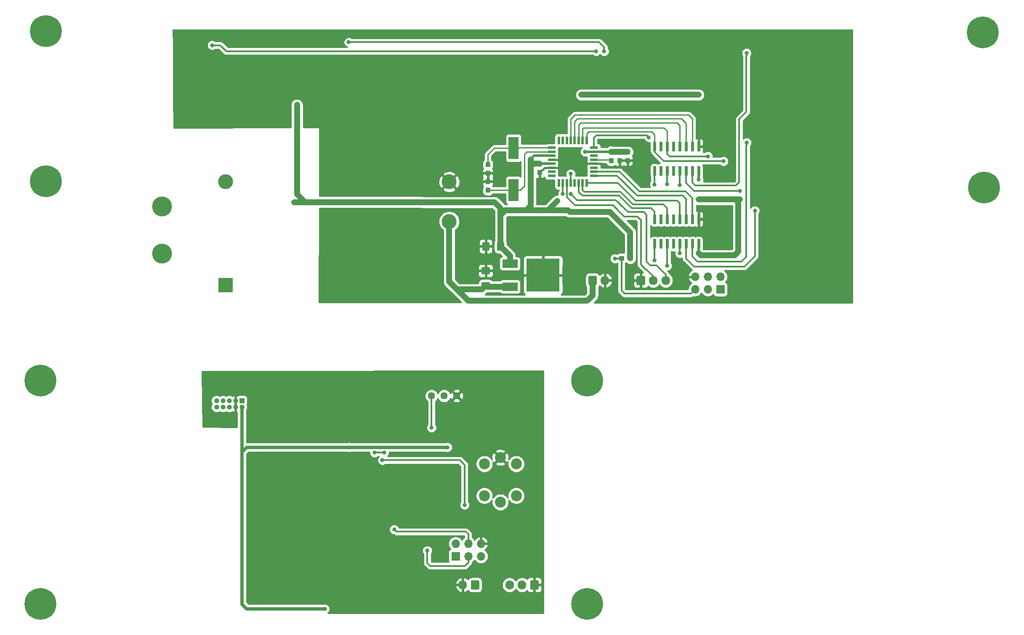
<source format=gbr>
G04 #@! TF.GenerationSoftware,KiCad,Pcbnew,(5.1.4)-1*
G04 #@! TF.CreationDate,2019-10-18T18:31:52+09:00*
G04 #@! TF.ProjectId,AirCleaner,41697243-6c65-4616-9e65-722e6b696361,rev?*
G04 #@! TF.SameCoordinates,Original*
G04 #@! TF.FileFunction,Copper,L2,Bot*
G04 #@! TF.FilePolarity,Positive*
%FSLAX46Y46*%
G04 Gerber Fmt 4.6, Leading zero omitted, Abs format (unit mm)*
G04 Created by KiCad (PCBNEW (5.1.4)-1) date 2019-10-18 18:31:52*
%MOMM*%
%LPD*%
G04 APERTURE LIST*
%ADD10C,0.100000*%
%ADD11C,0.950000*%
%ADD12O,1.700000X1.700000*%
%ADD13R,1.700000X1.700000*%
%ADD14C,1.440000*%
%ADD15C,6.400000*%
%ADD16C,0.800000*%
%ADD17O,1.000000X1.000000*%
%ADD18R,1.000000X1.000000*%
%ADD19C,2.200000*%
%ADD20R,2.000000X4.500000*%
%ADD21C,4.000000*%
%ADD22C,1.425000*%
%ADD23O,1.700000X1.850000*%
%ADD24C,1.700000*%
%ADD25C,3.000000*%
%ADD26R,3.000000X3.000000*%
%ADD27R,3.048000X1.651000*%
%ADD28R,6.700520X6.700520*%
%ADD29R,1.600000X0.550000*%
%ADD30R,0.550000X1.600000*%
%ADD31C,0.600000*%
%ADD32C,0.400000*%
%ADD33C,0.500000*%
%ADD34C,0.350000*%
%ADD35C,1.200000*%
%ADD36C,0.250000*%
%ADD37C,0.700000*%
%ADD38C,0.254000*%
G04 APERTURE END LIST*
D10*
G36*
X123985779Y-54926144D02*
G01*
X124008834Y-54929563D01*
X124031443Y-54935227D01*
X124053387Y-54943079D01*
X124074457Y-54953044D01*
X124094448Y-54965026D01*
X124113168Y-54978910D01*
X124130438Y-54994562D01*
X124146090Y-55011832D01*
X124159974Y-55030552D01*
X124171956Y-55050543D01*
X124181921Y-55071613D01*
X124189773Y-55093557D01*
X124195437Y-55116166D01*
X124198856Y-55139221D01*
X124200000Y-55162500D01*
X124200000Y-55637500D01*
X124198856Y-55660779D01*
X124195437Y-55683834D01*
X124189773Y-55706443D01*
X124181921Y-55728387D01*
X124171956Y-55749457D01*
X124159974Y-55769448D01*
X124146090Y-55788168D01*
X124130438Y-55805438D01*
X124113168Y-55821090D01*
X124094448Y-55834974D01*
X124074457Y-55846956D01*
X124053387Y-55856921D01*
X124031443Y-55864773D01*
X124008834Y-55870437D01*
X123985779Y-55873856D01*
X123962500Y-55875000D01*
X123387500Y-55875000D01*
X123364221Y-55873856D01*
X123341166Y-55870437D01*
X123318557Y-55864773D01*
X123296613Y-55856921D01*
X123275543Y-55846956D01*
X123255552Y-55834974D01*
X123236832Y-55821090D01*
X123219562Y-55805438D01*
X123203910Y-55788168D01*
X123190026Y-55769448D01*
X123178044Y-55749457D01*
X123168079Y-55728387D01*
X123160227Y-55706443D01*
X123154563Y-55683834D01*
X123151144Y-55660779D01*
X123150000Y-55637500D01*
X123150000Y-55162500D01*
X123151144Y-55139221D01*
X123154563Y-55116166D01*
X123160227Y-55093557D01*
X123168079Y-55071613D01*
X123178044Y-55050543D01*
X123190026Y-55030552D01*
X123203910Y-55011832D01*
X123219562Y-54994562D01*
X123236832Y-54978910D01*
X123255552Y-54965026D01*
X123275543Y-54953044D01*
X123296613Y-54943079D01*
X123318557Y-54935227D01*
X123341166Y-54929563D01*
X123364221Y-54926144D01*
X123387500Y-54925000D01*
X123962500Y-54925000D01*
X123985779Y-54926144D01*
X123985779Y-54926144D01*
G37*
D11*
X123675000Y-55400000D03*
D10*
G36*
X122235779Y-54926144D02*
G01*
X122258834Y-54929563D01*
X122281443Y-54935227D01*
X122303387Y-54943079D01*
X122324457Y-54953044D01*
X122344448Y-54965026D01*
X122363168Y-54978910D01*
X122380438Y-54994562D01*
X122396090Y-55011832D01*
X122409974Y-55030552D01*
X122421956Y-55050543D01*
X122431921Y-55071613D01*
X122439773Y-55093557D01*
X122445437Y-55116166D01*
X122448856Y-55139221D01*
X122450000Y-55162500D01*
X122450000Y-55637500D01*
X122448856Y-55660779D01*
X122445437Y-55683834D01*
X122439773Y-55706443D01*
X122431921Y-55728387D01*
X122421956Y-55749457D01*
X122409974Y-55769448D01*
X122396090Y-55788168D01*
X122380438Y-55805438D01*
X122363168Y-55821090D01*
X122344448Y-55834974D01*
X122324457Y-55846956D01*
X122303387Y-55856921D01*
X122281443Y-55864773D01*
X122258834Y-55870437D01*
X122235779Y-55873856D01*
X122212500Y-55875000D01*
X121637500Y-55875000D01*
X121614221Y-55873856D01*
X121591166Y-55870437D01*
X121568557Y-55864773D01*
X121546613Y-55856921D01*
X121525543Y-55846956D01*
X121505552Y-55834974D01*
X121486832Y-55821090D01*
X121469562Y-55805438D01*
X121453910Y-55788168D01*
X121440026Y-55769448D01*
X121428044Y-55749457D01*
X121418079Y-55728387D01*
X121410227Y-55706443D01*
X121404563Y-55683834D01*
X121401144Y-55660779D01*
X121400000Y-55637500D01*
X121400000Y-55162500D01*
X121401144Y-55139221D01*
X121404563Y-55116166D01*
X121410227Y-55093557D01*
X121418079Y-55071613D01*
X121428044Y-55050543D01*
X121440026Y-55030552D01*
X121453910Y-55011832D01*
X121469562Y-54994562D01*
X121486832Y-54978910D01*
X121505552Y-54965026D01*
X121525543Y-54953044D01*
X121546613Y-54943079D01*
X121568557Y-54935227D01*
X121591166Y-54929563D01*
X121614221Y-54926144D01*
X121637500Y-54925000D01*
X122212500Y-54925000D01*
X122235779Y-54926144D01*
X122235779Y-54926144D01*
G37*
D11*
X121925000Y-55400000D03*
D12*
X93630000Y-112860000D03*
X93630000Y-115400000D03*
X91090000Y-112860000D03*
X91090000Y-115400000D03*
X88550000Y-112860000D03*
D13*
X88550000Y-115400000D03*
D12*
X136750000Y-59110000D03*
X136750000Y-61650000D03*
X139290000Y-59110000D03*
X139290000Y-61650000D03*
X141830000Y-59110000D03*
D13*
X141830000Y-61650000D03*
D14*
X88780000Y-83100000D03*
X86240000Y-83100000D03*
X83700000Y-83100000D03*
D15*
X115000000Y-80000000D03*
D16*
X117400000Y-80000000D03*
X116697056Y-81697056D03*
X115000000Y-82400000D03*
X113302944Y-81697056D03*
X112600000Y-80000000D03*
X113302944Y-78302944D03*
X115000000Y-77600000D03*
X116697056Y-78302944D03*
X116697056Y-123302944D03*
X115000000Y-122600000D03*
X113302944Y-123302944D03*
X112600000Y-125000000D03*
X113302944Y-126697056D03*
X115000000Y-127400000D03*
X116697056Y-126697056D03*
X117400000Y-125000000D03*
D15*
X115000000Y-125000000D03*
X5000000Y-125000000D03*
D16*
X7400000Y-125000000D03*
X6697056Y-126697056D03*
X5000000Y-127400000D03*
X3302944Y-126697056D03*
X2600000Y-125000000D03*
X3302944Y-123302944D03*
X5000000Y-122600000D03*
X6697056Y-123302944D03*
X6697056Y-78302944D03*
X5000000Y-77600000D03*
X3302944Y-78302944D03*
X2600000Y-80000000D03*
X3302944Y-81697056D03*
X5000000Y-82400000D03*
X6697056Y-81697056D03*
X7400000Y-80000000D03*
D15*
X5000000Y-80000000D03*
X194818000Y-41148000D03*
D16*
X197218000Y-41148000D03*
X196515056Y-42845056D03*
X194818000Y-43548000D03*
X193120944Y-42845056D03*
X192418000Y-41148000D03*
X193120944Y-39450944D03*
X194818000Y-38748000D03*
X196515056Y-39450944D03*
X196261056Y-8208944D03*
X194564000Y-7506000D03*
X192866944Y-8208944D03*
X192164000Y-9906000D03*
X192866944Y-11603056D03*
X194564000Y-12306000D03*
X196261056Y-11603056D03*
X196964000Y-9906000D03*
D15*
X194564000Y-9906000D03*
X6096000Y-9652000D03*
D16*
X8496000Y-9652000D03*
X7793056Y-11349056D03*
X6096000Y-12052000D03*
X4398944Y-11349056D03*
X3696000Y-9652000D03*
X4398944Y-7954944D03*
X6096000Y-7252000D03*
X7793056Y-7954944D03*
X7793056Y-38180944D03*
X6096000Y-37478000D03*
X4398944Y-38180944D03*
X3696000Y-39878000D03*
X4398944Y-41575056D03*
X6096000Y-42278000D03*
X7793056Y-41575056D03*
X8496000Y-39878000D03*
D15*
X6096000Y-39878000D03*
D17*
X40460000Y-85340000D03*
X40460000Y-84070000D03*
X41730000Y-85340000D03*
X41730000Y-84070000D03*
X43000000Y-85340000D03*
X43000000Y-84070000D03*
X44270000Y-85340000D03*
X44270000Y-84070000D03*
X45540000Y-85340000D03*
D18*
X45540000Y-84070000D03*
D19*
X94340000Y-103200000D03*
X97540000Y-104500000D03*
X100740000Y-103200000D03*
X100740000Y-96800000D03*
X97540000Y-95500000D03*
X94340000Y-96800000D03*
D20*
X100200000Y-33200000D03*
X100200000Y-41700000D03*
D10*
G36*
X95310779Y-36001144D02*
G01*
X95333834Y-36004563D01*
X95356443Y-36010227D01*
X95378387Y-36018079D01*
X95399457Y-36028044D01*
X95419448Y-36040026D01*
X95438168Y-36053910D01*
X95455438Y-36069562D01*
X95471090Y-36086832D01*
X95484974Y-36105552D01*
X95496956Y-36125543D01*
X95506921Y-36146613D01*
X95514773Y-36168557D01*
X95520437Y-36191166D01*
X95523856Y-36214221D01*
X95525000Y-36237500D01*
X95525000Y-36812500D01*
X95523856Y-36835779D01*
X95520437Y-36858834D01*
X95514773Y-36881443D01*
X95506921Y-36903387D01*
X95496956Y-36924457D01*
X95484974Y-36944448D01*
X95471090Y-36963168D01*
X95455438Y-36980438D01*
X95438168Y-36996090D01*
X95419448Y-37009974D01*
X95399457Y-37021956D01*
X95378387Y-37031921D01*
X95356443Y-37039773D01*
X95333834Y-37045437D01*
X95310779Y-37048856D01*
X95287500Y-37050000D01*
X94812500Y-37050000D01*
X94789221Y-37048856D01*
X94766166Y-37045437D01*
X94743557Y-37039773D01*
X94721613Y-37031921D01*
X94700543Y-37021956D01*
X94680552Y-37009974D01*
X94661832Y-36996090D01*
X94644562Y-36980438D01*
X94628910Y-36963168D01*
X94615026Y-36944448D01*
X94603044Y-36924457D01*
X94593079Y-36903387D01*
X94585227Y-36881443D01*
X94579563Y-36858834D01*
X94576144Y-36835779D01*
X94575000Y-36812500D01*
X94575000Y-36237500D01*
X94576144Y-36214221D01*
X94579563Y-36191166D01*
X94585227Y-36168557D01*
X94593079Y-36146613D01*
X94603044Y-36125543D01*
X94615026Y-36105552D01*
X94628910Y-36086832D01*
X94644562Y-36069562D01*
X94661832Y-36053910D01*
X94680552Y-36040026D01*
X94700543Y-36028044D01*
X94721613Y-36018079D01*
X94743557Y-36010227D01*
X94766166Y-36004563D01*
X94789221Y-36001144D01*
X94812500Y-36000000D01*
X95287500Y-36000000D01*
X95310779Y-36001144D01*
X95310779Y-36001144D01*
G37*
D11*
X95050000Y-36525000D03*
D10*
G36*
X95310779Y-37751144D02*
G01*
X95333834Y-37754563D01*
X95356443Y-37760227D01*
X95378387Y-37768079D01*
X95399457Y-37778044D01*
X95419448Y-37790026D01*
X95438168Y-37803910D01*
X95455438Y-37819562D01*
X95471090Y-37836832D01*
X95484974Y-37855552D01*
X95496956Y-37875543D01*
X95506921Y-37896613D01*
X95514773Y-37918557D01*
X95520437Y-37941166D01*
X95523856Y-37964221D01*
X95525000Y-37987500D01*
X95525000Y-38562500D01*
X95523856Y-38585779D01*
X95520437Y-38608834D01*
X95514773Y-38631443D01*
X95506921Y-38653387D01*
X95496956Y-38674457D01*
X95484974Y-38694448D01*
X95471090Y-38713168D01*
X95455438Y-38730438D01*
X95438168Y-38746090D01*
X95419448Y-38759974D01*
X95399457Y-38771956D01*
X95378387Y-38781921D01*
X95356443Y-38789773D01*
X95333834Y-38795437D01*
X95310779Y-38798856D01*
X95287500Y-38800000D01*
X94812500Y-38800000D01*
X94789221Y-38798856D01*
X94766166Y-38795437D01*
X94743557Y-38789773D01*
X94721613Y-38781921D01*
X94700543Y-38771956D01*
X94680552Y-38759974D01*
X94661832Y-38746090D01*
X94644562Y-38730438D01*
X94628910Y-38713168D01*
X94615026Y-38694448D01*
X94603044Y-38674457D01*
X94593079Y-38653387D01*
X94585227Y-38631443D01*
X94579563Y-38608834D01*
X94576144Y-38585779D01*
X94575000Y-38562500D01*
X94575000Y-37987500D01*
X94576144Y-37964221D01*
X94579563Y-37941166D01*
X94585227Y-37918557D01*
X94593079Y-37896613D01*
X94603044Y-37875543D01*
X94615026Y-37855552D01*
X94628910Y-37836832D01*
X94644562Y-37819562D01*
X94661832Y-37803910D01*
X94680552Y-37790026D01*
X94700543Y-37778044D01*
X94721613Y-37768079D01*
X94743557Y-37760227D01*
X94766166Y-37754563D01*
X94789221Y-37751144D01*
X94812500Y-37750000D01*
X95287500Y-37750000D01*
X95310779Y-37751144D01*
X95310779Y-37751144D01*
G37*
D11*
X95050000Y-38275000D03*
D10*
G36*
X95310779Y-41151144D02*
G01*
X95333834Y-41154563D01*
X95356443Y-41160227D01*
X95378387Y-41168079D01*
X95399457Y-41178044D01*
X95419448Y-41190026D01*
X95438168Y-41203910D01*
X95455438Y-41219562D01*
X95471090Y-41236832D01*
X95484974Y-41255552D01*
X95496956Y-41275543D01*
X95506921Y-41296613D01*
X95514773Y-41318557D01*
X95520437Y-41341166D01*
X95523856Y-41364221D01*
X95525000Y-41387500D01*
X95525000Y-41962500D01*
X95523856Y-41985779D01*
X95520437Y-42008834D01*
X95514773Y-42031443D01*
X95506921Y-42053387D01*
X95496956Y-42074457D01*
X95484974Y-42094448D01*
X95471090Y-42113168D01*
X95455438Y-42130438D01*
X95438168Y-42146090D01*
X95419448Y-42159974D01*
X95399457Y-42171956D01*
X95378387Y-42181921D01*
X95356443Y-42189773D01*
X95333834Y-42195437D01*
X95310779Y-42198856D01*
X95287500Y-42200000D01*
X94812500Y-42200000D01*
X94789221Y-42198856D01*
X94766166Y-42195437D01*
X94743557Y-42189773D01*
X94721613Y-42181921D01*
X94700543Y-42171956D01*
X94680552Y-42159974D01*
X94661832Y-42146090D01*
X94644562Y-42130438D01*
X94628910Y-42113168D01*
X94615026Y-42094448D01*
X94603044Y-42074457D01*
X94593079Y-42053387D01*
X94585227Y-42031443D01*
X94579563Y-42008834D01*
X94576144Y-41985779D01*
X94575000Y-41962500D01*
X94575000Y-41387500D01*
X94576144Y-41364221D01*
X94579563Y-41341166D01*
X94585227Y-41318557D01*
X94593079Y-41296613D01*
X94603044Y-41275543D01*
X94615026Y-41255552D01*
X94628910Y-41236832D01*
X94644562Y-41219562D01*
X94661832Y-41203910D01*
X94680552Y-41190026D01*
X94700543Y-41178044D01*
X94721613Y-41168079D01*
X94743557Y-41160227D01*
X94766166Y-41154563D01*
X94789221Y-41151144D01*
X94812500Y-41150000D01*
X95287500Y-41150000D01*
X95310779Y-41151144D01*
X95310779Y-41151144D01*
G37*
D11*
X95050000Y-41675000D03*
D10*
G36*
X95310779Y-39401144D02*
G01*
X95333834Y-39404563D01*
X95356443Y-39410227D01*
X95378387Y-39418079D01*
X95399457Y-39428044D01*
X95419448Y-39440026D01*
X95438168Y-39453910D01*
X95455438Y-39469562D01*
X95471090Y-39486832D01*
X95484974Y-39505552D01*
X95496956Y-39525543D01*
X95506921Y-39546613D01*
X95514773Y-39568557D01*
X95520437Y-39591166D01*
X95523856Y-39614221D01*
X95525000Y-39637500D01*
X95525000Y-40212500D01*
X95523856Y-40235779D01*
X95520437Y-40258834D01*
X95514773Y-40281443D01*
X95506921Y-40303387D01*
X95496956Y-40324457D01*
X95484974Y-40344448D01*
X95471090Y-40363168D01*
X95455438Y-40380438D01*
X95438168Y-40396090D01*
X95419448Y-40409974D01*
X95399457Y-40421956D01*
X95378387Y-40431921D01*
X95356443Y-40439773D01*
X95333834Y-40445437D01*
X95310779Y-40448856D01*
X95287500Y-40450000D01*
X94812500Y-40450000D01*
X94789221Y-40448856D01*
X94766166Y-40445437D01*
X94743557Y-40439773D01*
X94721613Y-40431921D01*
X94700543Y-40421956D01*
X94680552Y-40409974D01*
X94661832Y-40396090D01*
X94644562Y-40380438D01*
X94628910Y-40363168D01*
X94615026Y-40344448D01*
X94603044Y-40324457D01*
X94593079Y-40303387D01*
X94585227Y-40281443D01*
X94579563Y-40258834D01*
X94576144Y-40235779D01*
X94575000Y-40212500D01*
X94575000Y-39637500D01*
X94576144Y-39614221D01*
X94579563Y-39591166D01*
X94585227Y-39568557D01*
X94593079Y-39546613D01*
X94603044Y-39525543D01*
X94615026Y-39505552D01*
X94628910Y-39486832D01*
X94644562Y-39469562D01*
X94661832Y-39453910D01*
X94680552Y-39440026D01*
X94700543Y-39428044D01*
X94721613Y-39418079D01*
X94743557Y-39410227D01*
X94766166Y-39404563D01*
X94789221Y-39401144D01*
X94812500Y-39400000D01*
X95287500Y-39400000D01*
X95310779Y-39401144D01*
X95310779Y-39401144D01*
G37*
D11*
X95050000Y-39925000D03*
D21*
X29500000Y-44950000D03*
X29500000Y-54450000D03*
D10*
G36*
X95249504Y-57201204D02*
G01*
X95273773Y-57204804D01*
X95297571Y-57210765D01*
X95320671Y-57219030D01*
X95342849Y-57229520D01*
X95363893Y-57242133D01*
X95383598Y-57256747D01*
X95401777Y-57273223D01*
X95418253Y-57291402D01*
X95432867Y-57311107D01*
X95445480Y-57332151D01*
X95455970Y-57354329D01*
X95464235Y-57377429D01*
X95470196Y-57401227D01*
X95473796Y-57425496D01*
X95475000Y-57450000D01*
X95475000Y-58375000D01*
X95473796Y-58399504D01*
X95470196Y-58423773D01*
X95464235Y-58447571D01*
X95455970Y-58470671D01*
X95445480Y-58492849D01*
X95432867Y-58513893D01*
X95418253Y-58533598D01*
X95401777Y-58551777D01*
X95383598Y-58568253D01*
X95363893Y-58582867D01*
X95342849Y-58595480D01*
X95320671Y-58605970D01*
X95297571Y-58614235D01*
X95273773Y-58620196D01*
X95249504Y-58623796D01*
X95225000Y-58625000D01*
X93975000Y-58625000D01*
X93950496Y-58623796D01*
X93926227Y-58620196D01*
X93902429Y-58614235D01*
X93879329Y-58605970D01*
X93857151Y-58595480D01*
X93836107Y-58582867D01*
X93816402Y-58568253D01*
X93798223Y-58551777D01*
X93781747Y-58533598D01*
X93767133Y-58513893D01*
X93754520Y-58492849D01*
X93744030Y-58470671D01*
X93735765Y-58447571D01*
X93729804Y-58423773D01*
X93726204Y-58399504D01*
X93725000Y-58375000D01*
X93725000Y-57450000D01*
X93726204Y-57425496D01*
X93729804Y-57401227D01*
X93735765Y-57377429D01*
X93744030Y-57354329D01*
X93754520Y-57332151D01*
X93767133Y-57311107D01*
X93781747Y-57291402D01*
X93798223Y-57273223D01*
X93816402Y-57256747D01*
X93836107Y-57242133D01*
X93857151Y-57229520D01*
X93879329Y-57219030D01*
X93902429Y-57210765D01*
X93926227Y-57204804D01*
X93950496Y-57201204D01*
X93975000Y-57200000D01*
X95225000Y-57200000D01*
X95249504Y-57201204D01*
X95249504Y-57201204D01*
G37*
D22*
X94600000Y-57912500D03*
D10*
G36*
X95249504Y-60176204D02*
G01*
X95273773Y-60179804D01*
X95297571Y-60185765D01*
X95320671Y-60194030D01*
X95342849Y-60204520D01*
X95363893Y-60217133D01*
X95383598Y-60231747D01*
X95401777Y-60248223D01*
X95418253Y-60266402D01*
X95432867Y-60286107D01*
X95445480Y-60307151D01*
X95455970Y-60329329D01*
X95464235Y-60352429D01*
X95470196Y-60376227D01*
X95473796Y-60400496D01*
X95475000Y-60425000D01*
X95475000Y-61350000D01*
X95473796Y-61374504D01*
X95470196Y-61398773D01*
X95464235Y-61422571D01*
X95455970Y-61445671D01*
X95445480Y-61467849D01*
X95432867Y-61488893D01*
X95418253Y-61508598D01*
X95401777Y-61526777D01*
X95383598Y-61543253D01*
X95363893Y-61557867D01*
X95342849Y-61570480D01*
X95320671Y-61580970D01*
X95297571Y-61589235D01*
X95273773Y-61595196D01*
X95249504Y-61598796D01*
X95225000Y-61600000D01*
X93975000Y-61600000D01*
X93950496Y-61598796D01*
X93926227Y-61595196D01*
X93902429Y-61589235D01*
X93879329Y-61580970D01*
X93857151Y-61570480D01*
X93836107Y-61557867D01*
X93816402Y-61543253D01*
X93798223Y-61526777D01*
X93781747Y-61508598D01*
X93767133Y-61488893D01*
X93754520Y-61467849D01*
X93744030Y-61445671D01*
X93735765Y-61422571D01*
X93729804Y-61398773D01*
X93726204Y-61374504D01*
X93725000Y-61350000D01*
X93725000Y-60425000D01*
X93726204Y-60400496D01*
X93729804Y-60376227D01*
X93735765Y-60352429D01*
X93744030Y-60329329D01*
X93754520Y-60307151D01*
X93767133Y-60286107D01*
X93781747Y-60266402D01*
X93798223Y-60248223D01*
X93816402Y-60231747D01*
X93836107Y-60217133D01*
X93857151Y-60204520D01*
X93879329Y-60194030D01*
X93902429Y-60185765D01*
X93926227Y-60179804D01*
X93950496Y-60176204D01*
X93975000Y-60175000D01*
X95225000Y-60175000D01*
X95249504Y-60176204D01*
X95249504Y-60176204D01*
G37*
D22*
X94600000Y-60887500D03*
D10*
G36*
X98074504Y-52126204D02*
G01*
X98098773Y-52129804D01*
X98122571Y-52135765D01*
X98145671Y-52144030D01*
X98167849Y-52154520D01*
X98188893Y-52167133D01*
X98208598Y-52181747D01*
X98226777Y-52198223D01*
X98243253Y-52216402D01*
X98257867Y-52236107D01*
X98270480Y-52257151D01*
X98280970Y-52279329D01*
X98289235Y-52302429D01*
X98295196Y-52326227D01*
X98298796Y-52350496D01*
X98300000Y-52375000D01*
X98300000Y-53625000D01*
X98298796Y-53649504D01*
X98295196Y-53673773D01*
X98289235Y-53697571D01*
X98280970Y-53720671D01*
X98270480Y-53742849D01*
X98257867Y-53763893D01*
X98243253Y-53783598D01*
X98226777Y-53801777D01*
X98208598Y-53818253D01*
X98188893Y-53832867D01*
X98167849Y-53845480D01*
X98145671Y-53855970D01*
X98122571Y-53864235D01*
X98098773Y-53870196D01*
X98074504Y-53873796D01*
X98050000Y-53875000D01*
X97125000Y-53875000D01*
X97100496Y-53873796D01*
X97076227Y-53870196D01*
X97052429Y-53864235D01*
X97029329Y-53855970D01*
X97007151Y-53845480D01*
X96986107Y-53832867D01*
X96966402Y-53818253D01*
X96948223Y-53801777D01*
X96931747Y-53783598D01*
X96917133Y-53763893D01*
X96904520Y-53742849D01*
X96894030Y-53720671D01*
X96885765Y-53697571D01*
X96879804Y-53673773D01*
X96876204Y-53649504D01*
X96875000Y-53625000D01*
X96875000Y-52375000D01*
X96876204Y-52350496D01*
X96879804Y-52326227D01*
X96885765Y-52302429D01*
X96894030Y-52279329D01*
X96904520Y-52257151D01*
X96917133Y-52236107D01*
X96931747Y-52216402D01*
X96948223Y-52198223D01*
X96966402Y-52181747D01*
X96986107Y-52167133D01*
X97007151Y-52154520D01*
X97029329Y-52144030D01*
X97052429Y-52135765D01*
X97076227Y-52129804D01*
X97100496Y-52126204D01*
X97125000Y-52125000D01*
X98050000Y-52125000D01*
X98074504Y-52126204D01*
X98074504Y-52126204D01*
G37*
D22*
X97587500Y-53000000D03*
D10*
G36*
X95099504Y-52126204D02*
G01*
X95123773Y-52129804D01*
X95147571Y-52135765D01*
X95170671Y-52144030D01*
X95192849Y-52154520D01*
X95213893Y-52167133D01*
X95233598Y-52181747D01*
X95251777Y-52198223D01*
X95268253Y-52216402D01*
X95282867Y-52236107D01*
X95295480Y-52257151D01*
X95305970Y-52279329D01*
X95314235Y-52302429D01*
X95320196Y-52326227D01*
X95323796Y-52350496D01*
X95325000Y-52375000D01*
X95325000Y-53625000D01*
X95323796Y-53649504D01*
X95320196Y-53673773D01*
X95314235Y-53697571D01*
X95305970Y-53720671D01*
X95295480Y-53742849D01*
X95282867Y-53763893D01*
X95268253Y-53783598D01*
X95251777Y-53801777D01*
X95233598Y-53818253D01*
X95213893Y-53832867D01*
X95192849Y-53845480D01*
X95170671Y-53855970D01*
X95147571Y-53864235D01*
X95123773Y-53870196D01*
X95099504Y-53873796D01*
X95075000Y-53875000D01*
X94150000Y-53875000D01*
X94125496Y-53873796D01*
X94101227Y-53870196D01*
X94077429Y-53864235D01*
X94054329Y-53855970D01*
X94032151Y-53845480D01*
X94011107Y-53832867D01*
X93991402Y-53818253D01*
X93973223Y-53801777D01*
X93956747Y-53783598D01*
X93942133Y-53763893D01*
X93929520Y-53742849D01*
X93919030Y-53720671D01*
X93910765Y-53697571D01*
X93904804Y-53673773D01*
X93901204Y-53649504D01*
X93900000Y-53625000D01*
X93900000Y-52375000D01*
X93901204Y-52350496D01*
X93904804Y-52326227D01*
X93910765Y-52302429D01*
X93919030Y-52279329D01*
X93929520Y-52257151D01*
X93942133Y-52236107D01*
X93956747Y-52216402D01*
X93973223Y-52198223D01*
X93991402Y-52181747D01*
X94011107Y-52167133D01*
X94032151Y-52154520D01*
X94054329Y-52144030D01*
X94077429Y-52135765D01*
X94101227Y-52129804D01*
X94125496Y-52126204D01*
X94150000Y-52125000D01*
X95075000Y-52125000D01*
X95099504Y-52126204D01*
X95099504Y-52126204D01*
G37*
D22*
X94612500Y-53000000D03*
D10*
G36*
X121810779Y-35201144D02*
G01*
X121833834Y-35204563D01*
X121856443Y-35210227D01*
X121878387Y-35218079D01*
X121899457Y-35228044D01*
X121919448Y-35240026D01*
X121938168Y-35253910D01*
X121955438Y-35269562D01*
X121971090Y-35286832D01*
X121984974Y-35305552D01*
X121996956Y-35325543D01*
X122006921Y-35346613D01*
X122014773Y-35368557D01*
X122020437Y-35391166D01*
X122023856Y-35414221D01*
X122025000Y-35437500D01*
X122025000Y-36012500D01*
X122023856Y-36035779D01*
X122020437Y-36058834D01*
X122014773Y-36081443D01*
X122006921Y-36103387D01*
X121996956Y-36124457D01*
X121984974Y-36144448D01*
X121971090Y-36163168D01*
X121955438Y-36180438D01*
X121938168Y-36196090D01*
X121919448Y-36209974D01*
X121899457Y-36221956D01*
X121878387Y-36231921D01*
X121856443Y-36239773D01*
X121833834Y-36245437D01*
X121810779Y-36248856D01*
X121787500Y-36250000D01*
X121312500Y-36250000D01*
X121289221Y-36248856D01*
X121266166Y-36245437D01*
X121243557Y-36239773D01*
X121221613Y-36231921D01*
X121200543Y-36221956D01*
X121180552Y-36209974D01*
X121161832Y-36196090D01*
X121144562Y-36180438D01*
X121128910Y-36163168D01*
X121115026Y-36144448D01*
X121103044Y-36124457D01*
X121093079Y-36103387D01*
X121085227Y-36081443D01*
X121079563Y-36058834D01*
X121076144Y-36035779D01*
X121075000Y-36012500D01*
X121075000Y-35437500D01*
X121076144Y-35414221D01*
X121079563Y-35391166D01*
X121085227Y-35368557D01*
X121093079Y-35346613D01*
X121103044Y-35325543D01*
X121115026Y-35305552D01*
X121128910Y-35286832D01*
X121144562Y-35269562D01*
X121161832Y-35253910D01*
X121180552Y-35240026D01*
X121200543Y-35228044D01*
X121221613Y-35218079D01*
X121243557Y-35210227D01*
X121266166Y-35204563D01*
X121289221Y-35201144D01*
X121312500Y-35200000D01*
X121787500Y-35200000D01*
X121810779Y-35201144D01*
X121810779Y-35201144D01*
G37*
D11*
X121550000Y-35725000D03*
D10*
G36*
X121810779Y-33451144D02*
G01*
X121833834Y-33454563D01*
X121856443Y-33460227D01*
X121878387Y-33468079D01*
X121899457Y-33478044D01*
X121919448Y-33490026D01*
X121938168Y-33503910D01*
X121955438Y-33519562D01*
X121971090Y-33536832D01*
X121984974Y-33555552D01*
X121996956Y-33575543D01*
X122006921Y-33596613D01*
X122014773Y-33618557D01*
X122020437Y-33641166D01*
X122023856Y-33664221D01*
X122025000Y-33687500D01*
X122025000Y-34262500D01*
X122023856Y-34285779D01*
X122020437Y-34308834D01*
X122014773Y-34331443D01*
X122006921Y-34353387D01*
X121996956Y-34374457D01*
X121984974Y-34394448D01*
X121971090Y-34413168D01*
X121955438Y-34430438D01*
X121938168Y-34446090D01*
X121919448Y-34459974D01*
X121899457Y-34471956D01*
X121878387Y-34481921D01*
X121856443Y-34489773D01*
X121833834Y-34495437D01*
X121810779Y-34498856D01*
X121787500Y-34500000D01*
X121312500Y-34500000D01*
X121289221Y-34498856D01*
X121266166Y-34495437D01*
X121243557Y-34489773D01*
X121221613Y-34481921D01*
X121200543Y-34471956D01*
X121180552Y-34459974D01*
X121161832Y-34446090D01*
X121144562Y-34430438D01*
X121128910Y-34413168D01*
X121115026Y-34394448D01*
X121103044Y-34374457D01*
X121093079Y-34353387D01*
X121085227Y-34331443D01*
X121079563Y-34308834D01*
X121076144Y-34285779D01*
X121075000Y-34262500D01*
X121075000Y-33687500D01*
X121076144Y-33664221D01*
X121079563Y-33641166D01*
X121085227Y-33618557D01*
X121093079Y-33596613D01*
X121103044Y-33575543D01*
X121115026Y-33555552D01*
X121128910Y-33536832D01*
X121144562Y-33519562D01*
X121161832Y-33503910D01*
X121180552Y-33490026D01*
X121200543Y-33478044D01*
X121221613Y-33468079D01*
X121243557Y-33460227D01*
X121266166Y-33454563D01*
X121289221Y-33451144D01*
X121312500Y-33450000D01*
X121787500Y-33450000D01*
X121810779Y-33451144D01*
X121810779Y-33451144D01*
G37*
D11*
X121550000Y-33975000D03*
D10*
G36*
X105710779Y-37601144D02*
G01*
X105733834Y-37604563D01*
X105756443Y-37610227D01*
X105778387Y-37618079D01*
X105799457Y-37628044D01*
X105819448Y-37640026D01*
X105838168Y-37653910D01*
X105855438Y-37669562D01*
X105871090Y-37686832D01*
X105884974Y-37705552D01*
X105896956Y-37725543D01*
X105906921Y-37746613D01*
X105914773Y-37768557D01*
X105920437Y-37791166D01*
X105923856Y-37814221D01*
X105925000Y-37837500D01*
X105925000Y-38412500D01*
X105923856Y-38435779D01*
X105920437Y-38458834D01*
X105914773Y-38481443D01*
X105906921Y-38503387D01*
X105896956Y-38524457D01*
X105884974Y-38544448D01*
X105871090Y-38563168D01*
X105855438Y-38580438D01*
X105838168Y-38596090D01*
X105819448Y-38609974D01*
X105799457Y-38621956D01*
X105778387Y-38631921D01*
X105756443Y-38639773D01*
X105733834Y-38645437D01*
X105710779Y-38648856D01*
X105687500Y-38650000D01*
X105212500Y-38650000D01*
X105189221Y-38648856D01*
X105166166Y-38645437D01*
X105143557Y-38639773D01*
X105121613Y-38631921D01*
X105100543Y-38621956D01*
X105080552Y-38609974D01*
X105061832Y-38596090D01*
X105044562Y-38580438D01*
X105028910Y-38563168D01*
X105015026Y-38544448D01*
X105003044Y-38524457D01*
X104993079Y-38503387D01*
X104985227Y-38481443D01*
X104979563Y-38458834D01*
X104976144Y-38435779D01*
X104975000Y-38412500D01*
X104975000Y-37837500D01*
X104976144Y-37814221D01*
X104979563Y-37791166D01*
X104985227Y-37768557D01*
X104993079Y-37746613D01*
X105003044Y-37725543D01*
X105015026Y-37705552D01*
X105028910Y-37686832D01*
X105044562Y-37669562D01*
X105061832Y-37653910D01*
X105080552Y-37640026D01*
X105100543Y-37628044D01*
X105121613Y-37618079D01*
X105143557Y-37610227D01*
X105166166Y-37604563D01*
X105189221Y-37601144D01*
X105212500Y-37600000D01*
X105687500Y-37600000D01*
X105710779Y-37601144D01*
X105710779Y-37601144D01*
G37*
D11*
X105450000Y-38125000D03*
D10*
G36*
X105710779Y-35851144D02*
G01*
X105733834Y-35854563D01*
X105756443Y-35860227D01*
X105778387Y-35868079D01*
X105799457Y-35878044D01*
X105819448Y-35890026D01*
X105838168Y-35903910D01*
X105855438Y-35919562D01*
X105871090Y-35936832D01*
X105884974Y-35955552D01*
X105896956Y-35975543D01*
X105906921Y-35996613D01*
X105914773Y-36018557D01*
X105920437Y-36041166D01*
X105923856Y-36064221D01*
X105925000Y-36087500D01*
X105925000Y-36662500D01*
X105923856Y-36685779D01*
X105920437Y-36708834D01*
X105914773Y-36731443D01*
X105906921Y-36753387D01*
X105896956Y-36774457D01*
X105884974Y-36794448D01*
X105871090Y-36813168D01*
X105855438Y-36830438D01*
X105838168Y-36846090D01*
X105819448Y-36859974D01*
X105799457Y-36871956D01*
X105778387Y-36881921D01*
X105756443Y-36889773D01*
X105733834Y-36895437D01*
X105710779Y-36898856D01*
X105687500Y-36900000D01*
X105212500Y-36900000D01*
X105189221Y-36898856D01*
X105166166Y-36895437D01*
X105143557Y-36889773D01*
X105121613Y-36881921D01*
X105100543Y-36871956D01*
X105080552Y-36859974D01*
X105061832Y-36846090D01*
X105044562Y-36830438D01*
X105028910Y-36813168D01*
X105015026Y-36794448D01*
X105003044Y-36774457D01*
X104993079Y-36753387D01*
X104985227Y-36731443D01*
X104979563Y-36708834D01*
X104976144Y-36685779D01*
X104975000Y-36662500D01*
X104975000Y-36087500D01*
X104976144Y-36064221D01*
X104979563Y-36041166D01*
X104985227Y-36018557D01*
X104993079Y-35996613D01*
X105003044Y-35975543D01*
X105015026Y-35955552D01*
X105028910Y-35936832D01*
X105044562Y-35919562D01*
X105061832Y-35903910D01*
X105080552Y-35890026D01*
X105100543Y-35878044D01*
X105121613Y-35868079D01*
X105143557Y-35860227D01*
X105166166Y-35854563D01*
X105189221Y-35851144D01*
X105212500Y-35850000D01*
X105687500Y-35850000D01*
X105710779Y-35851144D01*
X105710779Y-35851144D01*
G37*
D11*
X105450000Y-36375000D03*
D10*
G36*
X120110779Y-33451144D02*
G01*
X120133834Y-33454563D01*
X120156443Y-33460227D01*
X120178387Y-33468079D01*
X120199457Y-33478044D01*
X120219448Y-33490026D01*
X120238168Y-33503910D01*
X120255438Y-33519562D01*
X120271090Y-33536832D01*
X120284974Y-33555552D01*
X120296956Y-33575543D01*
X120306921Y-33596613D01*
X120314773Y-33618557D01*
X120320437Y-33641166D01*
X120323856Y-33664221D01*
X120325000Y-33687500D01*
X120325000Y-34262500D01*
X120323856Y-34285779D01*
X120320437Y-34308834D01*
X120314773Y-34331443D01*
X120306921Y-34353387D01*
X120296956Y-34374457D01*
X120284974Y-34394448D01*
X120271090Y-34413168D01*
X120255438Y-34430438D01*
X120238168Y-34446090D01*
X120219448Y-34459974D01*
X120199457Y-34471956D01*
X120178387Y-34481921D01*
X120156443Y-34489773D01*
X120133834Y-34495437D01*
X120110779Y-34498856D01*
X120087500Y-34500000D01*
X119612500Y-34500000D01*
X119589221Y-34498856D01*
X119566166Y-34495437D01*
X119543557Y-34489773D01*
X119521613Y-34481921D01*
X119500543Y-34471956D01*
X119480552Y-34459974D01*
X119461832Y-34446090D01*
X119444562Y-34430438D01*
X119428910Y-34413168D01*
X119415026Y-34394448D01*
X119403044Y-34374457D01*
X119393079Y-34353387D01*
X119385227Y-34331443D01*
X119379563Y-34308834D01*
X119376144Y-34285779D01*
X119375000Y-34262500D01*
X119375000Y-33687500D01*
X119376144Y-33664221D01*
X119379563Y-33641166D01*
X119385227Y-33618557D01*
X119393079Y-33596613D01*
X119403044Y-33575543D01*
X119415026Y-33555552D01*
X119428910Y-33536832D01*
X119444562Y-33519562D01*
X119461832Y-33503910D01*
X119480552Y-33490026D01*
X119500543Y-33478044D01*
X119521613Y-33468079D01*
X119543557Y-33460227D01*
X119566166Y-33454563D01*
X119589221Y-33451144D01*
X119612500Y-33450000D01*
X120087500Y-33450000D01*
X120110779Y-33451144D01*
X120110779Y-33451144D01*
G37*
D11*
X119850000Y-33975000D03*
D10*
G36*
X120110779Y-35201144D02*
G01*
X120133834Y-35204563D01*
X120156443Y-35210227D01*
X120178387Y-35218079D01*
X120199457Y-35228044D01*
X120219448Y-35240026D01*
X120238168Y-35253910D01*
X120255438Y-35269562D01*
X120271090Y-35286832D01*
X120284974Y-35305552D01*
X120296956Y-35325543D01*
X120306921Y-35346613D01*
X120314773Y-35368557D01*
X120320437Y-35391166D01*
X120323856Y-35414221D01*
X120325000Y-35437500D01*
X120325000Y-36012500D01*
X120323856Y-36035779D01*
X120320437Y-36058834D01*
X120314773Y-36081443D01*
X120306921Y-36103387D01*
X120296956Y-36124457D01*
X120284974Y-36144448D01*
X120271090Y-36163168D01*
X120255438Y-36180438D01*
X120238168Y-36196090D01*
X120219448Y-36209974D01*
X120199457Y-36221956D01*
X120178387Y-36231921D01*
X120156443Y-36239773D01*
X120133834Y-36245437D01*
X120110779Y-36248856D01*
X120087500Y-36250000D01*
X119612500Y-36250000D01*
X119589221Y-36248856D01*
X119566166Y-36245437D01*
X119543557Y-36239773D01*
X119521613Y-36231921D01*
X119500543Y-36221956D01*
X119480552Y-36209974D01*
X119461832Y-36196090D01*
X119444562Y-36180438D01*
X119428910Y-36163168D01*
X119415026Y-36144448D01*
X119403044Y-36124457D01*
X119393079Y-36103387D01*
X119385227Y-36081443D01*
X119379563Y-36058834D01*
X119376144Y-36035779D01*
X119375000Y-36012500D01*
X119375000Y-35437500D01*
X119376144Y-35414221D01*
X119379563Y-35391166D01*
X119385227Y-35368557D01*
X119393079Y-35346613D01*
X119403044Y-35325543D01*
X119415026Y-35305552D01*
X119428910Y-35286832D01*
X119444562Y-35269562D01*
X119461832Y-35253910D01*
X119480552Y-35240026D01*
X119500543Y-35228044D01*
X119521613Y-35218079D01*
X119543557Y-35210227D01*
X119566166Y-35204563D01*
X119589221Y-35201144D01*
X119612500Y-35200000D01*
X120087500Y-35200000D01*
X120110779Y-35201144D01*
X120110779Y-35201144D01*
G37*
D11*
X119850000Y-35725000D03*
D10*
G36*
X123410779Y-33451144D02*
G01*
X123433834Y-33454563D01*
X123456443Y-33460227D01*
X123478387Y-33468079D01*
X123499457Y-33478044D01*
X123519448Y-33490026D01*
X123538168Y-33503910D01*
X123555438Y-33519562D01*
X123571090Y-33536832D01*
X123584974Y-33555552D01*
X123596956Y-33575543D01*
X123606921Y-33596613D01*
X123614773Y-33618557D01*
X123620437Y-33641166D01*
X123623856Y-33664221D01*
X123625000Y-33687500D01*
X123625000Y-34262500D01*
X123623856Y-34285779D01*
X123620437Y-34308834D01*
X123614773Y-34331443D01*
X123606921Y-34353387D01*
X123596956Y-34374457D01*
X123584974Y-34394448D01*
X123571090Y-34413168D01*
X123555438Y-34430438D01*
X123538168Y-34446090D01*
X123519448Y-34459974D01*
X123499457Y-34471956D01*
X123478387Y-34481921D01*
X123456443Y-34489773D01*
X123433834Y-34495437D01*
X123410779Y-34498856D01*
X123387500Y-34500000D01*
X122912500Y-34500000D01*
X122889221Y-34498856D01*
X122866166Y-34495437D01*
X122843557Y-34489773D01*
X122821613Y-34481921D01*
X122800543Y-34471956D01*
X122780552Y-34459974D01*
X122761832Y-34446090D01*
X122744562Y-34430438D01*
X122728910Y-34413168D01*
X122715026Y-34394448D01*
X122703044Y-34374457D01*
X122693079Y-34353387D01*
X122685227Y-34331443D01*
X122679563Y-34308834D01*
X122676144Y-34285779D01*
X122675000Y-34262500D01*
X122675000Y-33687500D01*
X122676144Y-33664221D01*
X122679563Y-33641166D01*
X122685227Y-33618557D01*
X122693079Y-33596613D01*
X122703044Y-33575543D01*
X122715026Y-33555552D01*
X122728910Y-33536832D01*
X122744562Y-33519562D01*
X122761832Y-33503910D01*
X122780552Y-33490026D01*
X122800543Y-33478044D01*
X122821613Y-33468079D01*
X122843557Y-33460227D01*
X122866166Y-33454563D01*
X122889221Y-33451144D01*
X122912500Y-33450000D01*
X123387500Y-33450000D01*
X123410779Y-33451144D01*
X123410779Y-33451144D01*
G37*
D11*
X123150000Y-33975000D03*
D10*
G36*
X123410779Y-35201144D02*
G01*
X123433834Y-35204563D01*
X123456443Y-35210227D01*
X123478387Y-35218079D01*
X123499457Y-35228044D01*
X123519448Y-35240026D01*
X123538168Y-35253910D01*
X123555438Y-35269562D01*
X123571090Y-35286832D01*
X123584974Y-35305552D01*
X123596956Y-35325543D01*
X123606921Y-35346613D01*
X123614773Y-35368557D01*
X123620437Y-35391166D01*
X123623856Y-35414221D01*
X123625000Y-35437500D01*
X123625000Y-36012500D01*
X123623856Y-36035779D01*
X123620437Y-36058834D01*
X123614773Y-36081443D01*
X123606921Y-36103387D01*
X123596956Y-36124457D01*
X123584974Y-36144448D01*
X123571090Y-36163168D01*
X123555438Y-36180438D01*
X123538168Y-36196090D01*
X123519448Y-36209974D01*
X123499457Y-36221956D01*
X123478387Y-36231921D01*
X123456443Y-36239773D01*
X123433834Y-36245437D01*
X123410779Y-36248856D01*
X123387500Y-36250000D01*
X122912500Y-36250000D01*
X122889221Y-36248856D01*
X122866166Y-36245437D01*
X122843557Y-36239773D01*
X122821613Y-36231921D01*
X122800543Y-36221956D01*
X122780552Y-36209974D01*
X122761832Y-36196090D01*
X122744562Y-36180438D01*
X122728910Y-36163168D01*
X122715026Y-36144448D01*
X122703044Y-36124457D01*
X122693079Y-36103387D01*
X122685227Y-36081443D01*
X122679563Y-36058834D01*
X122676144Y-36035779D01*
X122675000Y-36012500D01*
X122675000Y-35437500D01*
X122676144Y-35414221D01*
X122679563Y-35391166D01*
X122685227Y-35368557D01*
X122693079Y-35346613D01*
X122703044Y-35325543D01*
X122715026Y-35305552D01*
X122728910Y-35286832D01*
X122744562Y-35269562D01*
X122761832Y-35253910D01*
X122780552Y-35240026D01*
X122800543Y-35228044D01*
X122821613Y-35218079D01*
X122843557Y-35210227D01*
X122866166Y-35204563D01*
X122889221Y-35201144D01*
X122912500Y-35200000D01*
X123387500Y-35200000D01*
X123410779Y-35201144D01*
X123410779Y-35201144D01*
G37*
D11*
X123150000Y-35725000D03*
D23*
X118600000Y-59850000D03*
D10*
G36*
X116724504Y-58926204D02*
G01*
X116748773Y-58929804D01*
X116772571Y-58935765D01*
X116795671Y-58944030D01*
X116817849Y-58954520D01*
X116838893Y-58967133D01*
X116858598Y-58981747D01*
X116876777Y-58998223D01*
X116893253Y-59016402D01*
X116907867Y-59036107D01*
X116920480Y-59057151D01*
X116930970Y-59079329D01*
X116939235Y-59102429D01*
X116945196Y-59126227D01*
X116948796Y-59150496D01*
X116950000Y-59175000D01*
X116950000Y-60525000D01*
X116948796Y-60549504D01*
X116945196Y-60573773D01*
X116939235Y-60597571D01*
X116930970Y-60620671D01*
X116920480Y-60642849D01*
X116907867Y-60663893D01*
X116893253Y-60683598D01*
X116876777Y-60701777D01*
X116858598Y-60718253D01*
X116838893Y-60732867D01*
X116817849Y-60745480D01*
X116795671Y-60755970D01*
X116772571Y-60764235D01*
X116748773Y-60770196D01*
X116724504Y-60773796D01*
X116700000Y-60775000D01*
X115500000Y-60775000D01*
X115475496Y-60773796D01*
X115451227Y-60770196D01*
X115427429Y-60764235D01*
X115404329Y-60755970D01*
X115382151Y-60745480D01*
X115361107Y-60732867D01*
X115341402Y-60718253D01*
X115323223Y-60701777D01*
X115306747Y-60683598D01*
X115292133Y-60663893D01*
X115279520Y-60642849D01*
X115269030Y-60620671D01*
X115260765Y-60597571D01*
X115254804Y-60573773D01*
X115251204Y-60549504D01*
X115250000Y-60525000D01*
X115250000Y-59175000D01*
X115251204Y-59150496D01*
X115254804Y-59126227D01*
X115260765Y-59102429D01*
X115269030Y-59079329D01*
X115279520Y-59057151D01*
X115292133Y-59036107D01*
X115306747Y-59016402D01*
X115323223Y-58998223D01*
X115341402Y-58981747D01*
X115361107Y-58967133D01*
X115382151Y-58954520D01*
X115404329Y-58944030D01*
X115427429Y-58935765D01*
X115451227Y-58929804D01*
X115475496Y-58926204D01*
X115500000Y-58925000D01*
X116700000Y-58925000D01*
X116724504Y-58926204D01*
X116724504Y-58926204D01*
G37*
D24*
X116100000Y-59850000D03*
D10*
G36*
X126424504Y-58926204D02*
G01*
X126448773Y-58929804D01*
X126472571Y-58935765D01*
X126495671Y-58944030D01*
X126517849Y-58954520D01*
X126538893Y-58967133D01*
X126558598Y-58981747D01*
X126576777Y-58998223D01*
X126593253Y-59016402D01*
X126607867Y-59036107D01*
X126620480Y-59057151D01*
X126630970Y-59079329D01*
X126639235Y-59102429D01*
X126645196Y-59126227D01*
X126648796Y-59150496D01*
X126650000Y-59175000D01*
X126650000Y-60525000D01*
X126648796Y-60549504D01*
X126645196Y-60573773D01*
X126639235Y-60597571D01*
X126630970Y-60620671D01*
X126620480Y-60642849D01*
X126607867Y-60663893D01*
X126593253Y-60683598D01*
X126576777Y-60701777D01*
X126558598Y-60718253D01*
X126538893Y-60732867D01*
X126517849Y-60745480D01*
X126495671Y-60755970D01*
X126472571Y-60764235D01*
X126448773Y-60770196D01*
X126424504Y-60773796D01*
X126400000Y-60775000D01*
X125200000Y-60775000D01*
X125175496Y-60773796D01*
X125151227Y-60770196D01*
X125127429Y-60764235D01*
X125104329Y-60755970D01*
X125082151Y-60745480D01*
X125061107Y-60732867D01*
X125041402Y-60718253D01*
X125023223Y-60701777D01*
X125006747Y-60683598D01*
X124992133Y-60663893D01*
X124979520Y-60642849D01*
X124969030Y-60620671D01*
X124960765Y-60597571D01*
X124954804Y-60573773D01*
X124951204Y-60549504D01*
X124950000Y-60525000D01*
X124950000Y-59175000D01*
X124951204Y-59150496D01*
X124954804Y-59126227D01*
X124960765Y-59102429D01*
X124969030Y-59079329D01*
X124979520Y-59057151D01*
X124992133Y-59036107D01*
X125006747Y-59016402D01*
X125023223Y-58998223D01*
X125041402Y-58981747D01*
X125061107Y-58967133D01*
X125082151Y-58954520D01*
X125104329Y-58944030D01*
X125127429Y-58935765D01*
X125151227Y-58929804D01*
X125175496Y-58926204D01*
X125200000Y-58925000D01*
X126400000Y-58925000D01*
X126424504Y-58926204D01*
X126424504Y-58926204D01*
G37*
D24*
X125800000Y-59850000D03*
D23*
X128300000Y-59850000D03*
X130800000Y-59850000D03*
D10*
G36*
X93080504Y-120234204D02*
G01*
X93104773Y-120237804D01*
X93128571Y-120243765D01*
X93151671Y-120252030D01*
X93173849Y-120262520D01*
X93194893Y-120275133D01*
X93214598Y-120289747D01*
X93232777Y-120306223D01*
X93249253Y-120324402D01*
X93263867Y-120344107D01*
X93276480Y-120365151D01*
X93286970Y-120387329D01*
X93295235Y-120410429D01*
X93301196Y-120434227D01*
X93304796Y-120458496D01*
X93306000Y-120483000D01*
X93306000Y-121833000D01*
X93304796Y-121857504D01*
X93301196Y-121881773D01*
X93295235Y-121905571D01*
X93286970Y-121928671D01*
X93276480Y-121950849D01*
X93263867Y-121971893D01*
X93249253Y-121991598D01*
X93232777Y-122009777D01*
X93214598Y-122026253D01*
X93194893Y-122040867D01*
X93173849Y-122053480D01*
X93151671Y-122063970D01*
X93128571Y-122072235D01*
X93104773Y-122078196D01*
X93080504Y-122081796D01*
X93056000Y-122083000D01*
X91856000Y-122083000D01*
X91831496Y-122081796D01*
X91807227Y-122078196D01*
X91783429Y-122072235D01*
X91760329Y-122063970D01*
X91738151Y-122053480D01*
X91717107Y-122040867D01*
X91697402Y-122026253D01*
X91679223Y-122009777D01*
X91662747Y-121991598D01*
X91648133Y-121971893D01*
X91635520Y-121950849D01*
X91625030Y-121928671D01*
X91616765Y-121905571D01*
X91610804Y-121881773D01*
X91607204Y-121857504D01*
X91606000Y-121833000D01*
X91606000Y-120483000D01*
X91607204Y-120458496D01*
X91610804Y-120434227D01*
X91616765Y-120410429D01*
X91625030Y-120387329D01*
X91635520Y-120365151D01*
X91648133Y-120344107D01*
X91662747Y-120324402D01*
X91679223Y-120306223D01*
X91697402Y-120289747D01*
X91717107Y-120275133D01*
X91738151Y-120262520D01*
X91760329Y-120252030D01*
X91783429Y-120243765D01*
X91807227Y-120237804D01*
X91831496Y-120234204D01*
X91856000Y-120233000D01*
X93056000Y-120233000D01*
X93080504Y-120234204D01*
X93080504Y-120234204D01*
G37*
D24*
X92456000Y-121158000D03*
D23*
X89956000Y-121158000D03*
X99394000Y-121158000D03*
X101894000Y-121158000D03*
D10*
G36*
X105018504Y-120234204D02*
G01*
X105042773Y-120237804D01*
X105066571Y-120243765D01*
X105089671Y-120252030D01*
X105111849Y-120262520D01*
X105132893Y-120275133D01*
X105152598Y-120289747D01*
X105170777Y-120306223D01*
X105187253Y-120324402D01*
X105201867Y-120344107D01*
X105214480Y-120365151D01*
X105224970Y-120387329D01*
X105233235Y-120410429D01*
X105239196Y-120434227D01*
X105242796Y-120458496D01*
X105244000Y-120483000D01*
X105244000Y-121833000D01*
X105242796Y-121857504D01*
X105239196Y-121881773D01*
X105233235Y-121905571D01*
X105224970Y-121928671D01*
X105214480Y-121950849D01*
X105201867Y-121971893D01*
X105187253Y-121991598D01*
X105170777Y-122009777D01*
X105152598Y-122026253D01*
X105132893Y-122040867D01*
X105111849Y-122053480D01*
X105089671Y-122063970D01*
X105066571Y-122072235D01*
X105042773Y-122078196D01*
X105018504Y-122081796D01*
X104994000Y-122083000D01*
X103794000Y-122083000D01*
X103769496Y-122081796D01*
X103745227Y-122078196D01*
X103721429Y-122072235D01*
X103698329Y-122063970D01*
X103676151Y-122053480D01*
X103655107Y-122040867D01*
X103635402Y-122026253D01*
X103617223Y-122009777D01*
X103600747Y-121991598D01*
X103586133Y-121971893D01*
X103573520Y-121950849D01*
X103563030Y-121928671D01*
X103554765Y-121905571D01*
X103548804Y-121881773D01*
X103545204Y-121857504D01*
X103544000Y-121833000D01*
X103544000Y-120483000D01*
X103545204Y-120458496D01*
X103548804Y-120434227D01*
X103554765Y-120410429D01*
X103563030Y-120387329D01*
X103573520Y-120365151D01*
X103586133Y-120344107D01*
X103600747Y-120324402D01*
X103617223Y-120306223D01*
X103635402Y-120289747D01*
X103655107Y-120275133D01*
X103676151Y-120262520D01*
X103698329Y-120252030D01*
X103721429Y-120243765D01*
X103745227Y-120237804D01*
X103769496Y-120234204D01*
X103794000Y-120233000D01*
X104994000Y-120233000D01*
X105018504Y-120234204D01*
X105018504Y-120234204D01*
G37*
D24*
X104394000Y-121158000D03*
D25*
X87250000Y-40000000D03*
X42250000Y-40000000D03*
X87250000Y-48000000D03*
D26*
X42250000Y-60800000D03*
D27*
X99500000Y-61101240D03*
D28*
X106149720Y-58800000D03*
D27*
X99500000Y-56498760D03*
D29*
X107850000Y-38750000D03*
X107850000Y-37950000D03*
X107850000Y-37150000D03*
X107850000Y-36350000D03*
X107850000Y-35550000D03*
X107850000Y-34750000D03*
X107850000Y-33950000D03*
X107850000Y-33150000D03*
D30*
X109300000Y-31700000D03*
X110100000Y-31700000D03*
X110900000Y-31700000D03*
X111700000Y-31700000D03*
X112500000Y-31700000D03*
X113300000Y-31700000D03*
X114100000Y-31700000D03*
X114900000Y-31700000D03*
D29*
X116350000Y-33150000D03*
X116350000Y-33950000D03*
X116350000Y-34750000D03*
X116350000Y-35550000D03*
X116350000Y-36350000D03*
X116350000Y-37150000D03*
X116350000Y-37950000D03*
X116350000Y-38750000D03*
D30*
X114900000Y-40200000D03*
X114100000Y-40200000D03*
X113300000Y-40200000D03*
X112500000Y-40200000D03*
X111700000Y-40200000D03*
X110900000Y-40200000D03*
X110100000Y-40200000D03*
X109300000Y-40200000D03*
D10*
G36*
X128719703Y-36850722D02*
G01*
X128734264Y-36852882D01*
X128748543Y-36856459D01*
X128762403Y-36861418D01*
X128775710Y-36867712D01*
X128788336Y-36875280D01*
X128800159Y-36884048D01*
X128811066Y-36893934D01*
X128820952Y-36904841D01*
X128829720Y-36916664D01*
X128837288Y-36929290D01*
X128843582Y-36942597D01*
X128848541Y-36956457D01*
X128852118Y-36970736D01*
X128854278Y-36985297D01*
X128855000Y-37000000D01*
X128855000Y-38650000D01*
X128854278Y-38664703D01*
X128852118Y-38679264D01*
X128848541Y-38693543D01*
X128843582Y-38707403D01*
X128837288Y-38720710D01*
X128829720Y-38733336D01*
X128820952Y-38745159D01*
X128811066Y-38756066D01*
X128800159Y-38765952D01*
X128788336Y-38774720D01*
X128775710Y-38782288D01*
X128762403Y-38788582D01*
X128748543Y-38793541D01*
X128734264Y-38797118D01*
X128719703Y-38799278D01*
X128705000Y-38800000D01*
X128405000Y-38800000D01*
X128390297Y-38799278D01*
X128375736Y-38797118D01*
X128361457Y-38793541D01*
X128347597Y-38788582D01*
X128334290Y-38782288D01*
X128321664Y-38774720D01*
X128309841Y-38765952D01*
X128298934Y-38756066D01*
X128289048Y-38745159D01*
X128280280Y-38733336D01*
X128272712Y-38720710D01*
X128266418Y-38707403D01*
X128261459Y-38693543D01*
X128257882Y-38679264D01*
X128255722Y-38664703D01*
X128255000Y-38650000D01*
X128255000Y-37000000D01*
X128255722Y-36985297D01*
X128257882Y-36970736D01*
X128261459Y-36956457D01*
X128266418Y-36942597D01*
X128272712Y-36929290D01*
X128280280Y-36916664D01*
X128289048Y-36904841D01*
X128298934Y-36893934D01*
X128309841Y-36884048D01*
X128321664Y-36875280D01*
X128334290Y-36867712D01*
X128347597Y-36861418D01*
X128361457Y-36856459D01*
X128375736Y-36852882D01*
X128390297Y-36850722D01*
X128405000Y-36850000D01*
X128705000Y-36850000D01*
X128719703Y-36850722D01*
X128719703Y-36850722D01*
G37*
D31*
X128555000Y-37825000D03*
D10*
G36*
X129989703Y-36850722D02*
G01*
X130004264Y-36852882D01*
X130018543Y-36856459D01*
X130032403Y-36861418D01*
X130045710Y-36867712D01*
X130058336Y-36875280D01*
X130070159Y-36884048D01*
X130081066Y-36893934D01*
X130090952Y-36904841D01*
X130099720Y-36916664D01*
X130107288Y-36929290D01*
X130113582Y-36942597D01*
X130118541Y-36956457D01*
X130122118Y-36970736D01*
X130124278Y-36985297D01*
X130125000Y-37000000D01*
X130125000Y-38650000D01*
X130124278Y-38664703D01*
X130122118Y-38679264D01*
X130118541Y-38693543D01*
X130113582Y-38707403D01*
X130107288Y-38720710D01*
X130099720Y-38733336D01*
X130090952Y-38745159D01*
X130081066Y-38756066D01*
X130070159Y-38765952D01*
X130058336Y-38774720D01*
X130045710Y-38782288D01*
X130032403Y-38788582D01*
X130018543Y-38793541D01*
X130004264Y-38797118D01*
X129989703Y-38799278D01*
X129975000Y-38800000D01*
X129675000Y-38800000D01*
X129660297Y-38799278D01*
X129645736Y-38797118D01*
X129631457Y-38793541D01*
X129617597Y-38788582D01*
X129604290Y-38782288D01*
X129591664Y-38774720D01*
X129579841Y-38765952D01*
X129568934Y-38756066D01*
X129559048Y-38745159D01*
X129550280Y-38733336D01*
X129542712Y-38720710D01*
X129536418Y-38707403D01*
X129531459Y-38693543D01*
X129527882Y-38679264D01*
X129525722Y-38664703D01*
X129525000Y-38650000D01*
X129525000Y-37000000D01*
X129525722Y-36985297D01*
X129527882Y-36970736D01*
X129531459Y-36956457D01*
X129536418Y-36942597D01*
X129542712Y-36929290D01*
X129550280Y-36916664D01*
X129559048Y-36904841D01*
X129568934Y-36893934D01*
X129579841Y-36884048D01*
X129591664Y-36875280D01*
X129604290Y-36867712D01*
X129617597Y-36861418D01*
X129631457Y-36856459D01*
X129645736Y-36852882D01*
X129660297Y-36850722D01*
X129675000Y-36850000D01*
X129975000Y-36850000D01*
X129989703Y-36850722D01*
X129989703Y-36850722D01*
G37*
D31*
X129825000Y-37825000D03*
D10*
G36*
X131259703Y-36850722D02*
G01*
X131274264Y-36852882D01*
X131288543Y-36856459D01*
X131302403Y-36861418D01*
X131315710Y-36867712D01*
X131328336Y-36875280D01*
X131340159Y-36884048D01*
X131351066Y-36893934D01*
X131360952Y-36904841D01*
X131369720Y-36916664D01*
X131377288Y-36929290D01*
X131383582Y-36942597D01*
X131388541Y-36956457D01*
X131392118Y-36970736D01*
X131394278Y-36985297D01*
X131395000Y-37000000D01*
X131395000Y-38650000D01*
X131394278Y-38664703D01*
X131392118Y-38679264D01*
X131388541Y-38693543D01*
X131383582Y-38707403D01*
X131377288Y-38720710D01*
X131369720Y-38733336D01*
X131360952Y-38745159D01*
X131351066Y-38756066D01*
X131340159Y-38765952D01*
X131328336Y-38774720D01*
X131315710Y-38782288D01*
X131302403Y-38788582D01*
X131288543Y-38793541D01*
X131274264Y-38797118D01*
X131259703Y-38799278D01*
X131245000Y-38800000D01*
X130945000Y-38800000D01*
X130930297Y-38799278D01*
X130915736Y-38797118D01*
X130901457Y-38793541D01*
X130887597Y-38788582D01*
X130874290Y-38782288D01*
X130861664Y-38774720D01*
X130849841Y-38765952D01*
X130838934Y-38756066D01*
X130829048Y-38745159D01*
X130820280Y-38733336D01*
X130812712Y-38720710D01*
X130806418Y-38707403D01*
X130801459Y-38693543D01*
X130797882Y-38679264D01*
X130795722Y-38664703D01*
X130795000Y-38650000D01*
X130795000Y-37000000D01*
X130795722Y-36985297D01*
X130797882Y-36970736D01*
X130801459Y-36956457D01*
X130806418Y-36942597D01*
X130812712Y-36929290D01*
X130820280Y-36916664D01*
X130829048Y-36904841D01*
X130838934Y-36893934D01*
X130849841Y-36884048D01*
X130861664Y-36875280D01*
X130874290Y-36867712D01*
X130887597Y-36861418D01*
X130901457Y-36856459D01*
X130915736Y-36852882D01*
X130930297Y-36850722D01*
X130945000Y-36850000D01*
X131245000Y-36850000D01*
X131259703Y-36850722D01*
X131259703Y-36850722D01*
G37*
D31*
X131095000Y-37825000D03*
D10*
G36*
X132529703Y-36850722D02*
G01*
X132544264Y-36852882D01*
X132558543Y-36856459D01*
X132572403Y-36861418D01*
X132585710Y-36867712D01*
X132598336Y-36875280D01*
X132610159Y-36884048D01*
X132621066Y-36893934D01*
X132630952Y-36904841D01*
X132639720Y-36916664D01*
X132647288Y-36929290D01*
X132653582Y-36942597D01*
X132658541Y-36956457D01*
X132662118Y-36970736D01*
X132664278Y-36985297D01*
X132665000Y-37000000D01*
X132665000Y-38650000D01*
X132664278Y-38664703D01*
X132662118Y-38679264D01*
X132658541Y-38693543D01*
X132653582Y-38707403D01*
X132647288Y-38720710D01*
X132639720Y-38733336D01*
X132630952Y-38745159D01*
X132621066Y-38756066D01*
X132610159Y-38765952D01*
X132598336Y-38774720D01*
X132585710Y-38782288D01*
X132572403Y-38788582D01*
X132558543Y-38793541D01*
X132544264Y-38797118D01*
X132529703Y-38799278D01*
X132515000Y-38800000D01*
X132215000Y-38800000D01*
X132200297Y-38799278D01*
X132185736Y-38797118D01*
X132171457Y-38793541D01*
X132157597Y-38788582D01*
X132144290Y-38782288D01*
X132131664Y-38774720D01*
X132119841Y-38765952D01*
X132108934Y-38756066D01*
X132099048Y-38745159D01*
X132090280Y-38733336D01*
X132082712Y-38720710D01*
X132076418Y-38707403D01*
X132071459Y-38693543D01*
X132067882Y-38679264D01*
X132065722Y-38664703D01*
X132065000Y-38650000D01*
X132065000Y-37000000D01*
X132065722Y-36985297D01*
X132067882Y-36970736D01*
X132071459Y-36956457D01*
X132076418Y-36942597D01*
X132082712Y-36929290D01*
X132090280Y-36916664D01*
X132099048Y-36904841D01*
X132108934Y-36893934D01*
X132119841Y-36884048D01*
X132131664Y-36875280D01*
X132144290Y-36867712D01*
X132157597Y-36861418D01*
X132171457Y-36856459D01*
X132185736Y-36852882D01*
X132200297Y-36850722D01*
X132215000Y-36850000D01*
X132515000Y-36850000D01*
X132529703Y-36850722D01*
X132529703Y-36850722D01*
G37*
D31*
X132365000Y-37825000D03*
D10*
G36*
X133799703Y-36850722D02*
G01*
X133814264Y-36852882D01*
X133828543Y-36856459D01*
X133842403Y-36861418D01*
X133855710Y-36867712D01*
X133868336Y-36875280D01*
X133880159Y-36884048D01*
X133891066Y-36893934D01*
X133900952Y-36904841D01*
X133909720Y-36916664D01*
X133917288Y-36929290D01*
X133923582Y-36942597D01*
X133928541Y-36956457D01*
X133932118Y-36970736D01*
X133934278Y-36985297D01*
X133935000Y-37000000D01*
X133935000Y-38650000D01*
X133934278Y-38664703D01*
X133932118Y-38679264D01*
X133928541Y-38693543D01*
X133923582Y-38707403D01*
X133917288Y-38720710D01*
X133909720Y-38733336D01*
X133900952Y-38745159D01*
X133891066Y-38756066D01*
X133880159Y-38765952D01*
X133868336Y-38774720D01*
X133855710Y-38782288D01*
X133842403Y-38788582D01*
X133828543Y-38793541D01*
X133814264Y-38797118D01*
X133799703Y-38799278D01*
X133785000Y-38800000D01*
X133485000Y-38800000D01*
X133470297Y-38799278D01*
X133455736Y-38797118D01*
X133441457Y-38793541D01*
X133427597Y-38788582D01*
X133414290Y-38782288D01*
X133401664Y-38774720D01*
X133389841Y-38765952D01*
X133378934Y-38756066D01*
X133369048Y-38745159D01*
X133360280Y-38733336D01*
X133352712Y-38720710D01*
X133346418Y-38707403D01*
X133341459Y-38693543D01*
X133337882Y-38679264D01*
X133335722Y-38664703D01*
X133335000Y-38650000D01*
X133335000Y-37000000D01*
X133335722Y-36985297D01*
X133337882Y-36970736D01*
X133341459Y-36956457D01*
X133346418Y-36942597D01*
X133352712Y-36929290D01*
X133360280Y-36916664D01*
X133369048Y-36904841D01*
X133378934Y-36893934D01*
X133389841Y-36884048D01*
X133401664Y-36875280D01*
X133414290Y-36867712D01*
X133427597Y-36861418D01*
X133441457Y-36856459D01*
X133455736Y-36852882D01*
X133470297Y-36850722D01*
X133485000Y-36850000D01*
X133785000Y-36850000D01*
X133799703Y-36850722D01*
X133799703Y-36850722D01*
G37*
D31*
X133635000Y-37825000D03*
D10*
G36*
X135069703Y-36850722D02*
G01*
X135084264Y-36852882D01*
X135098543Y-36856459D01*
X135112403Y-36861418D01*
X135125710Y-36867712D01*
X135138336Y-36875280D01*
X135150159Y-36884048D01*
X135161066Y-36893934D01*
X135170952Y-36904841D01*
X135179720Y-36916664D01*
X135187288Y-36929290D01*
X135193582Y-36942597D01*
X135198541Y-36956457D01*
X135202118Y-36970736D01*
X135204278Y-36985297D01*
X135205000Y-37000000D01*
X135205000Y-38650000D01*
X135204278Y-38664703D01*
X135202118Y-38679264D01*
X135198541Y-38693543D01*
X135193582Y-38707403D01*
X135187288Y-38720710D01*
X135179720Y-38733336D01*
X135170952Y-38745159D01*
X135161066Y-38756066D01*
X135150159Y-38765952D01*
X135138336Y-38774720D01*
X135125710Y-38782288D01*
X135112403Y-38788582D01*
X135098543Y-38793541D01*
X135084264Y-38797118D01*
X135069703Y-38799278D01*
X135055000Y-38800000D01*
X134755000Y-38800000D01*
X134740297Y-38799278D01*
X134725736Y-38797118D01*
X134711457Y-38793541D01*
X134697597Y-38788582D01*
X134684290Y-38782288D01*
X134671664Y-38774720D01*
X134659841Y-38765952D01*
X134648934Y-38756066D01*
X134639048Y-38745159D01*
X134630280Y-38733336D01*
X134622712Y-38720710D01*
X134616418Y-38707403D01*
X134611459Y-38693543D01*
X134607882Y-38679264D01*
X134605722Y-38664703D01*
X134605000Y-38650000D01*
X134605000Y-37000000D01*
X134605722Y-36985297D01*
X134607882Y-36970736D01*
X134611459Y-36956457D01*
X134616418Y-36942597D01*
X134622712Y-36929290D01*
X134630280Y-36916664D01*
X134639048Y-36904841D01*
X134648934Y-36893934D01*
X134659841Y-36884048D01*
X134671664Y-36875280D01*
X134684290Y-36867712D01*
X134697597Y-36861418D01*
X134711457Y-36856459D01*
X134725736Y-36852882D01*
X134740297Y-36850722D01*
X134755000Y-36850000D01*
X135055000Y-36850000D01*
X135069703Y-36850722D01*
X135069703Y-36850722D01*
G37*
D31*
X134905000Y-37825000D03*
D10*
G36*
X136339703Y-36850722D02*
G01*
X136354264Y-36852882D01*
X136368543Y-36856459D01*
X136382403Y-36861418D01*
X136395710Y-36867712D01*
X136408336Y-36875280D01*
X136420159Y-36884048D01*
X136431066Y-36893934D01*
X136440952Y-36904841D01*
X136449720Y-36916664D01*
X136457288Y-36929290D01*
X136463582Y-36942597D01*
X136468541Y-36956457D01*
X136472118Y-36970736D01*
X136474278Y-36985297D01*
X136475000Y-37000000D01*
X136475000Y-38650000D01*
X136474278Y-38664703D01*
X136472118Y-38679264D01*
X136468541Y-38693543D01*
X136463582Y-38707403D01*
X136457288Y-38720710D01*
X136449720Y-38733336D01*
X136440952Y-38745159D01*
X136431066Y-38756066D01*
X136420159Y-38765952D01*
X136408336Y-38774720D01*
X136395710Y-38782288D01*
X136382403Y-38788582D01*
X136368543Y-38793541D01*
X136354264Y-38797118D01*
X136339703Y-38799278D01*
X136325000Y-38800000D01*
X136025000Y-38800000D01*
X136010297Y-38799278D01*
X135995736Y-38797118D01*
X135981457Y-38793541D01*
X135967597Y-38788582D01*
X135954290Y-38782288D01*
X135941664Y-38774720D01*
X135929841Y-38765952D01*
X135918934Y-38756066D01*
X135909048Y-38745159D01*
X135900280Y-38733336D01*
X135892712Y-38720710D01*
X135886418Y-38707403D01*
X135881459Y-38693543D01*
X135877882Y-38679264D01*
X135875722Y-38664703D01*
X135875000Y-38650000D01*
X135875000Y-37000000D01*
X135875722Y-36985297D01*
X135877882Y-36970736D01*
X135881459Y-36956457D01*
X135886418Y-36942597D01*
X135892712Y-36929290D01*
X135900280Y-36916664D01*
X135909048Y-36904841D01*
X135918934Y-36893934D01*
X135929841Y-36884048D01*
X135941664Y-36875280D01*
X135954290Y-36867712D01*
X135967597Y-36861418D01*
X135981457Y-36856459D01*
X135995736Y-36852882D01*
X136010297Y-36850722D01*
X136025000Y-36850000D01*
X136325000Y-36850000D01*
X136339703Y-36850722D01*
X136339703Y-36850722D01*
G37*
D31*
X136175000Y-37825000D03*
D10*
G36*
X137609703Y-36850722D02*
G01*
X137624264Y-36852882D01*
X137638543Y-36856459D01*
X137652403Y-36861418D01*
X137665710Y-36867712D01*
X137678336Y-36875280D01*
X137690159Y-36884048D01*
X137701066Y-36893934D01*
X137710952Y-36904841D01*
X137719720Y-36916664D01*
X137727288Y-36929290D01*
X137733582Y-36942597D01*
X137738541Y-36956457D01*
X137742118Y-36970736D01*
X137744278Y-36985297D01*
X137745000Y-37000000D01*
X137745000Y-38650000D01*
X137744278Y-38664703D01*
X137742118Y-38679264D01*
X137738541Y-38693543D01*
X137733582Y-38707403D01*
X137727288Y-38720710D01*
X137719720Y-38733336D01*
X137710952Y-38745159D01*
X137701066Y-38756066D01*
X137690159Y-38765952D01*
X137678336Y-38774720D01*
X137665710Y-38782288D01*
X137652403Y-38788582D01*
X137638543Y-38793541D01*
X137624264Y-38797118D01*
X137609703Y-38799278D01*
X137595000Y-38800000D01*
X137295000Y-38800000D01*
X137280297Y-38799278D01*
X137265736Y-38797118D01*
X137251457Y-38793541D01*
X137237597Y-38788582D01*
X137224290Y-38782288D01*
X137211664Y-38774720D01*
X137199841Y-38765952D01*
X137188934Y-38756066D01*
X137179048Y-38745159D01*
X137170280Y-38733336D01*
X137162712Y-38720710D01*
X137156418Y-38707403D01*
X137151459Y-38693543D01*
X137147882Y-38679264D01*
X137145722Y-38664703D01*
X137145000Y-38650000D01*
X137145000Y-37000000D01*
X137145722Y-36985297D01*
X137147882Y-36970736D01*
X137151459Y-36956457D01*
X137156418Y-36942597D01*
X137162712Y-36929290D01*
X137170280Y-36916664D01*
X137179048Y-36904841D01*
X137188934Y-36893934D01*
X137199841Y-36884048D01*
X137211664Y-36875280D01*
X137224290Y-36867712D01*
X137237597Y-36861418D01*
X137251457Y-36856459D01*
X137265736Y-36852882D01*
X137280297Y-36850722D01*
X137295000Y-36850000D01*
X137595000Y-36850000D01*
X137609703Y-36850722D01*
X137609703Y-36850722D01*
G37*
D31*
X137445000Y-37825000D03*
D10*
G36*
X137609703Y-31900722D02*
G01*
X137624264Y-31902882D01*
X137638543Y-31906459D01*
X137652403Y-31911418D01*
X137665710Y-31917712D01*
X137678336Y-31925280D01*
X137690159Y-31934048D01*
X137701066Y-31943934D01*
X137710952Y-31954841D01*
X137719720Y-31966664D01*
X137727288Y-31979290D01*
X137733582Y-31992597D01*
X137738541Y-32006457D01*
X137742118Y-32020736D01*
X137744278Y-32035297D01*
X137745000Y-32050000D01*
X137745000Y-33700000D01*
X137744278Y-33714703D01*
X137742118Y-33729264D01*
X137738541Y-33743543D01*
X137733582Y-33757403D01*
X137727288Y-33770710D01*
X137719720Y-33783336D01*
X137710952Y-33795159D01*
X137701066Y-33806066D01*
X137690159Y-33815952D01*
X137678336Y-33824720D01*
X137665710Y-33832288D01*
X137652403Y-33838582D01*
X137638543Y-33843541D01*
X137624264Y-33847118D01*
X137609703Y-33849278D01*
X137595000Y-33850000D01*
X137295000Y-33850000D01*
X137280297Y-33849278D01*
X137265736Y-33847118D01*
X137251457Y-33843541D01*
X137237597Y-33838582D01*
X137224290Y-33832288D01*
X137211664Y-33824720D01*
X137199841Y-33815952D01*
X137188934Y-33806066D01*
X137179048Y-33795159D01*
X137170280Y-33783336D01*
X137162712Y-33770710D01*
X137156418Y-33757403D01*
X137151459Y-33743543D01*
X137147882Y-33729264D01*
X137145722Y-33714703D01*
X137145000Y-33700000D01*
X137145000Y-32050000D01*
X137145722Y-32035297D01*
X137147882Y-32020736D01*
X137151459Y-32006457D01*
X137156418Y-31992597D01*
X137162712Y-31979290D01*
X137170280Y-31966664D01*
X137179048Y-31954841D01*
X137188934Y-31943934D01*
X137199841Y-31934048D01*
X137211664Y-31925280D01*
X137224290Y-31917712D01*
X137237597Y-31911418D01*
X137251457Y-31906459D01*
X137265736Y-31902882D01*
X137280297Y-31900722D01*
X137295000Y-31900000D01*
X137595000Y-31900000D01*
X137609703Y-31900722D01*
X137609703Y-31900722D01*
G37*
D31*
X137445000Y-32875000D03*
D10*
G36*
X136339703Y-31900722D02*
G01*
X136354264Y-31902882D01*
X136368543Y-31906459D01*
X136382403Y-31911418D01*
X136395710Y-31917712D01*
X136408336Y-31925280D01*
X136420159Y-31934048D01*
X136431066Y-31943934D01*
X136440952Y-31954841D01*
X136449720Y-31966664D01*
X136457288Y-31979290D01*
X136463582Y-31992597D01*
X136468541Y-32006457D01*
X136472118Y-32020736D01*
X136474278Y-32035297D01*
X136475000Y-32050000D01*
X136475000Y-33700000D01*
X136474278Y-33714703D01*
X136472118Y-33729264D01*
X136468541Y-33743543D01*
X136463582Y-33757403D01*
X136457288Y-33770710D01*
X136449720Y-33783336D01*
X136440952Y-33795159D01*
X136431066Y-33806066D01*
X136420159Y-33815952D01*
X136408336Y-33824720D01*
X136395710Y-33832288D01*
X136382403Y-33838582D01*
X136368543Y-33843541D01*
X136354264Y-33847118D01*
X136339703Y-33849278D01*
X136325000Y-33850000D01*
X136025000Y-33850000D01*
X136010297Y-33849278D01*
X135995736Y-33847118D01*
X135981457Y-33843541D01*
X135967597Y-33838582D01*
X135954290Y-33832288D01*
X135941664Y-33824720D01*
X135929841Y-33815952D01*
X135918934Y-33806066D01*
X135909048Y-33795159D01*
X135900280Y-33783336D01*
X135892712Y-33770710D01*
X135886418Y-33757403D01*
X135881459Y-33743543D01*
X135877882Y-33729264D01*
X135875722Y-33714703D01*
X135875000Y-33700000D01*
X135875000Y-32050000D01*
X135875722Y-32035297D01*
X135877882Y-32020736D01*
X135881459Y-32006457D01*
X135886418Y-31992597D01*
X135892712Y-31979290D01*
X135900280Y-31966664D01*
X135909048Y-31954841D01*
X135918934Y-31943934D01*
X135929841Y-31934048D01*
X135941664Y-31925280D01*
X135954290Y-31917712D01*
X135967597Y-31911418D01*
X135981457Y-31906459D01*
X135995736Y-31902882D01*
X136010297Y-31900722D01*
X136025000Y-31900000D01*
X136325000Y-31900000D01*
X136339703Y-31900722D01*
X136339703Y-31900722D01*
G37*
D31*
X136175000Y-32875000D03*
D10*
G36*
X135069703Y-31900722D02*
G01*
X135084264Y-31902882D01*
X135098543Y-31906459D01*
X135112403Y-31911418D01*
X135125710Y-31917712D01*
X135138336Y-31925280D01*
X135150159Y-31934048D01*
X135161066Y-31943934D01*
X135170952Y-31954841D01*
X135179720Y-31966664D01*
X135187288Y-31979290D01*
X135193582Y-31992597D01*
X135198541Y-32006457D01*
X135202118Y-32020736D01*
X135204278Y-32035297D01*
X135205000Y-32050000D01*
X135205000Y-33700000D01*
X135204278Y-33714703D01*
X135202118Y-33729264D01*
X135198541Y-33743543D01*
X135193582Y-33757403D01*
X135187288Y-33770710D01*
X135179720Y-33783336D01*
X135170952Y-33795159D01*
X135161066Y-33806066D01*
X135150159Y-33815952D01*
X135138336Y-33824720D01*
X135125710Y-33832288D01*
X135112403Y-33838582D01*
X135098543Y-33843541D01*
X135084264Y-33847118D01*
X135069703Y-33849278D01*
X135055000Y-33850000D01*
X134755000Y-33850000D01*
X134740297Y-33849278D01*
X134725736Y-33847118D01*
X134711457Y-33843541D01*
X134697597Y-33838582D01*
X134684290Y-33832288D01*
X134671664Y-33824720D01*
X134659841Y-33815952D01*
X134648934Y-33806066D01*
X134639048Y-33795159D01*
X134630280Y-33783336D01*
X134622712Y-33770710D01*
X134616418Y-33757403D01*
X134611459Y-33743543D01*
X134607882Y-33729264D01*
X134605722Y-33714703D01*
X134605000Y-33700000D01*
X134605000Y-32050000D01*
X134605722Y-32035297D01*
X134607882Y-32020736D01*
X134611459Y-32006457D01*
X134616418Y-31992597D01*
X134622712Y-31979290D01*
X134630280Y-31966664D01*
X134639048Y-31954841D01*
X134648934Y-31943934D01*
X134659841Y-31934048D01*
X134671664Y-31925280D01*
X134684290Y-31917712D01*
X134697597Y-31911418D01*
X134711457Y-31906459D01*
X134725736Y-31902882D01*
X134740297Y-31900722D01*
X134755000Y-31900000D01*
X135055000Y-31900000D01*
X135069703Y-31900722D01*
X135069703Y-31900722D01*
G37*
D31*
X134905000Y-32875000D03*
D10*
G36*
X133799703Y-31900722D02*
G01*
X133814264Y-31902882D01*
X133828543Y-31906459D01*
X133842403Y-31911418D01*
X133855710Y-31917712D01*
X133868336Y-31925280D01*
X133880159Y-31934048D01*
X133891066Y-31943934D01*
X133900952Y-31954841D01*
X133909720Y-31966664D01*
X133917288Y-31979290D01*
X133923582Y-31992597D01*
X133928541Y-32006457D01*
X133932118Y-32020736D01*
X133934278Y-32035297D01*
X133935000Y-32050000D01*
X133935000Y-33700000D01*
X133934278Y-33714703D01*
X133932118Y-33729264D01*
X133928541Y-33743543D01*
X133923582Y-33757403D01*
X133917288Y-33770710D01*
X133909720Y-33783336D01*
X133900952Y-33795159D01*
X133891066Y-33806066D01*
X133880159Y-33815952D01*
X133868336Y-33824720D01*
X133855710Y-33832288D01*
X133842403Y-33838582D01*
X133828543Y-33843541D01*
X133814264Y-33847118D01*
X133799703Y-33849278D01*
X133785000Y-33850000D01*
X133485000Y-33850000D01*
X133470297Y-33849278D01*
X133455736Y-33847118D01*
X133441457Y-33843541D01*
X133427597Y-33838582D01*
X133414290Y-33832288D01*
X133401664Y-33824720D01*
X133389841Y-33815952D01*
X133378934Y-33806066D01*
X133369048Y-33795159D01*
X133360280Y-33783336D01*
X133352712Y-33770710D01*
X133346418Y-33757403D01*
X133341459Y-33743543D01*
X133337882Y-33729264D01*
X133335722Y-33714703D01*
X133335000Y-33700000D01*
X133335000Y-32050000D01*
X133335722Y-32035297D01*
X133337882Y-32020736D01*
X133341459Y-32006457D01*
X133346418Y-31992597D01*
X133352712Y-31979290D01*
X133360280Y-31966664D01*
X133369048Y-31954841D01*
X133378934Y-31943934D01*
X133389841Y-31934048D01*
X133401664Y-31925280D01*
X133414290Y-31917712D01*
X133427597Y-31911418D01*
X133441457Y-31906459D01*
X133455736Y-31902882D01*
X133470297Y-31900722D01*
X133485000Y-31900000D01*
X133785000Y-31900000D01*
X133799703Y-31900722D01*
X133799703Y-31900722D01*
G37*
D31*
X133635000Y-32875000D03*
D10*
G36*
X132529703Y-31900722D02*
G01*
X132544264Y-31902882D01*
X132558543Y-31906459D01*
X132572403Y-31911418D01*
X132585710Y-31917712D01*
X132598336Y-31925280D01*
X132610159Y-31934048D01*
X132621066Y-31943934D01*
X132630952Y-31954841D01*
X132639720Y-31966664D01*
X132647288Y-31979290D01*
X132653582Y-31992597D01*
X132658541Y-32006457D01*
X132662118Y-32020736D01*
X132664278Y-32035297D01*
X132665000Y-32050000D01*
X132665000Y-33700000D01*
X132664278Y-33714703D01*
X132662118Y-33729264D01*
X132658541Y-33743543D01*
X132653582Y-33757403D01*
X132647288Y-33770710D01*
X132639720Y-33783336D01*
X132630952Y-33795159D01*
X132621066Y-33806066D01*
X132610159Y-33815952D01*
X132598336Y-33824720D01*
X132585710Y-33832288D01*
X132572403Y-33838582D01*
X132558543Y-33843541D01*
X132544264Y-33847118D01*
X132529703Y-33849278D01*
X132515000Y-33850000D01*
X132215000Y-33850000D01*
X132200297Y-33849278D01*
X132185736Y-33847118D01*
X132171457Y-33843541D01*
X132157597Y-33838582D01*
X132144290Y-33832288D01*
X132131664Y-33824720D01*
X132119841Y-33815952D01*
X132108934Y-33806066D01*
X132099048Y-33795159D01*
X132090280Y-33783336D01*
X132082712Y-33770710D01*
X132076418Y-33757403D01*
X132071459Y-33743543D01*
X132067882Y-33729264D01*
X132065722Y-33714703D01*
X132065000Y-33700000D01*
X132065000Y-32050000D01*
X132065722Y-32035297D01*
X132067882Y-32020736D01*
X132071459Y-32006457D01*
X132076418Y-31992597D01*
X132082712Y-31979290D01*
X132090280Y-31966664D01*
X132099048Y-31954841D01*
X132108934Y-31943934D01*
X132119841Y-31934048D01*
X132131664Y-31925280D01*
X132144290Y-31917712D01*
X132157597Y-31911418D01*
X132171457Y-31906459D01*
X132185736Y-31902882D01*
X132200297Y-31900722D01*
X132215000Y-31900000D01*
X132515000Y-31900000D01*
X132529703Y-31900722D01*
X132529703Y-31900722D01*
G37*
D31*
X132365000Y-32875000D03*
D10*
G36*
X131259703Y-31900722D02*
G01*
X131274264Y-31902882D01*
X131288543Y-31906459D01*
X131302403Y-31911418D01*
X131315710Y-31917712D01*
X131328336Y-31925280D01*
X131340159Y-31934048D01*
X131351066Y-31943934D01*
X131360952Y-31954841D01*
X131369720Y-31966664D01*
X131377288Y-31979290D01*
X131383582Y-31992597D01*
X131388541Y-32006457D01*
X131392118Y-32020736D01*
X131394278Y-32035297D01*
X131395000Y-32050000D01*
X131395000Y-33700000D01*
X131394278Y-33714703D01*
X131392118Y-33729264D01*
X131388541Y-33743543D01*
X131383582Y-33757403D01*
X131377288Y-33770710D01*
X131369720Y-33783336D01*
X131360952Y-33795159D01*
X131351066Y-33806066D01*
X131340159Y-33815952D01*
X131328336Y-33824720D01*
X131315710Y-33832288D01*
X131302403Y-33838582D01*
X131288543Y-33843541D01*
X131274264Y-33847118D01*
X131259703Y-33849278D01*
X131245000Y-33850000D01*
X130945000Y-33850000D01*
X130930297Y-33849278D01*
X130915736Y-33847118D01*
X130901457Y-33843541D01*
X130887597Y-33838582D01*
X130874290Y-33832288D01*
X130861664Y-33824720D01*
X130849841Y-33815952D01*
X130838934Y-33806066D01*
X130829048Y-33795159D01*
X130820280Y-33783336D01*
X130812712Y-33770710D01*
X130806418Y-33757403D01*
X130801459Y-33743543D01*
X130797882Y-33729264D01*
X130795722Y-33714703D01*
X130795000Y-33700000D01*
X130795000Y-32050000D01*
X130795722Y-32035297D01*
X130797882Y-32020736D01*
X130801459Y-32006457D01*
X130806418Y-31992597D01*
X130812712Y-31979290D01*
X130820280Y-31966664D01*
X130829048Y-31954841D01*
X130838934Y-31943934D01*
X130849841Y-31934048D01*
X130861664Y-31925280D01*
X130874290Y-31917712D01*
X130887597Y-31911418D01*
X130901457Y-31906459D01*
X130915736Y-31902882D01*
X130930297Y-31900722D01*
X130945000Y-31900000D01*
X131245000Y-31900000D01*
X131259703Y-31900722D01*
X131259703Y-31900722D01*
G37*
D31*
X131095000Y-32875000D03*
D10*
G36*
X129989703Y-31900722D02*
G01*
X130004264Y-31902882D01*
X130018543Y-31906459D01*
X130032403Y-31911418D01*
X130045710Y-31917712D01*
X130058336Y-31925280D01*
X130070159Y-31934048D01*
X130081066Y-31943934D01*
X130090952Y-31954841D01*
X130099720Y-31966664D01*
X130107288Y-31979290D01*
X130113582Y-31992597D01*
X130118541Y-32006457D01*
X130122118Y-32020736D01*
X130124278Y-32035297D01*
X130125000Y-32050000D01*
X130125000Y-33700000D01*
X130124278Y-33714703D01*
X130122118Y-33729264D01*
X130118541Y-33743543D01*
X130113582Y-33757403D01*
X130107288Y-33770710D01*
X130099720Y-33783336D01*
X130090952Y-33795159D01*
X130081066Y-33806066D01*
X130070159Y-33815952D01*
X130058336Y-33824720D01*
X130045710Y-33832288D01*
X130032403Y-33838582D01*
X130018543Y-33843541D01*
X130004264Y-33847118D01*
X129989703Y-33849278D01*
X129975000Y-33850000D01*
X129675000Y-33850000D01*
X129660297Y-33849278D01*
X129645736Y-33847118D01*
X129631457Y-33843541D01*
X129617597Y-33838582D01*
X129604290Y-33832288D01*
X129591664Y-33824720D01*
X129579841Y-33815952D01*
X129568934Y-33806066D01*
X129559048Y-33795159D01*
X129550280Y-33783336D01*
X129542712Y-33770710D01*
X129536418Y-33757403D01*
X129531459Y-33743543D01*
X129527882Y-33729264D01*
X129525722Y-33714703D01*
X129525000Y-33700000D01*
X129525000Y-32050000D01*
X129525722Y-32035297D01*
X129527882Y-32020736D01*
X129531459Y-32006457D01*
X129536418Y-31992597D01*
X129542712Y-31979290D01*
X129550280Y-31966664D01*
X129559048Y-31954841D01*
X129568934Y-31943934D01*
X129579841Y-31934048D01*
X129591664Y-31925280D01*
X129604290Y-31917712D01*
X129617597Y-31911418D01*
X129631457Y-31906459D01*
X129645736Y-31902882D01*
X129660297Y-31900722D01*
X129675000Y-31900000D01*
X129975000Y-31900000D01*
X129989703Y-31900722D01*
X129989703Y-31900722D01*
G37*
D31*
X129825000Y-32875000D03*
D10*
G36*
X128719703Y-31900722D02*
G01*
X128734264Y-31902882D01*
X128748543Y-31906459D01*
X128762403Y-31911418D01*
X128775710Y-31917712D01*
X128788336Y-31925280D01*
X128800159Y-31934048D01*
X128811066Y-31943934D01*
X128820952Y-31954841D01*
X128829720Y-31966664D01*
X128837288Y-31979290D01*
X128843582Y-31992597D01*
X128848541Y-32006457D01*
X128852118Y-32020736D01*
X128854278Y-32035297D01*
X128855000Y-32050000D01*
X128855000Y-33700000D01*
X128854278Y-33714703D01*
X128852118Y-33729264D01*
X128848541Y-33743543D01*
X128843582Y-33757403D01*
X128837288Y-33770710D01*
X128829720Y-33783336D01*
X128820952Y-33795159D01*
X128811066Y-33806066D01*
X128800159Y-33815952D01*
X128788336Y-33824720D01*
X128775710Y-33832288D01*
X128762403Y-33838582D01*
X128748543Y-33843541D01*
X128734264Y-33847118D01*
X128719703Y-33849278D01*
X128705000Y-33850000D01*
X128405000Y-33850000D01*
X128390297Y-33849278D01*
X128375736Y-33847118D01*
X128361457Y-33843541D01*
X128347597Y-33838582D01*
X128334290Y-33832288D01*
X128321664Y-33824720D01*
X128309841Y-33815952D01*
X128298934Y-33806066D01*
X128289048Y-33795159D01*
X128280280Y-33783336D01*
X128272712Y-33770710D01*
X128266418Y-33757403D01*
X128261459Y-33743543D01*
X128257882Y-33729264D01*
X128255722Y-33714703D01*
X128255000Y-33700000D01*
X128255000Y-32050000D01*
X128255722Y-32035297D01*
X128257882Y-32020736D01*
X128261459Y-32006457D01*
X128266418Y-31992597D01*
X128272712Y-31979290D01*
X128280280Y-31966664D01*
X128289048Y-31954841D01*
X128298934Y-31943934D01*
X128309841Y-31934048D01*
X128321664Y-31925280D01*
X128334290Y-31917712D01*
X128347597Y-31911418D01*
X128361457Y-31906459D01*
X128375736Y-31902882D01*
X128390297Y-31900722D01*
X128405000Y-31900000D01*
X128705000Y-31900000D01*
X128719703Y-31900722D01*
X128719703Y-31900722D01*
G37*
D31*
X128555000Y-32875000D03*
D10*
G36*
X128719703Y-46550722D02*
G01*
X128734264Y-46552882D01*
X128748543Y-46556459D01*
X128762403Y-46561418D01*
X128775710Y-46567712D01*
X128788336Y-46575280D01*
X128800159Y-46584048D01*
X128811066Y-46593934D01*
X128820952Y-46604841D01*
X128829720Y-46616664D01*
X128837288Y-46629290D01*
X128843582Y-46642597D01*
X128848541Y-46656457D01*
X128852118Y-46670736D01*
X128854278Y-46685297D01*
X128855000Y-46700000D01*
X128855000Y-48350000D01*
X128854278Y-48364703D01*
X128852118Y-48379264D01*
X128848541Y-48393543D01*
X128843582Y-48407403D01*
X128837288Y-48420710D01*
X128829720Y-48433336D01*
X128820952Y-48445159D01*
X128811066Y-48456066D01*
X128800159Y-48465952D01*
X128788336Y-48474720D01*
X128775710Y-48482288D01*
X128762403Y-48488582D01*
X128748543Y-48493541D01*
X128734264Y-48497118D01*
X128719703Y-48499278D01*
X128705000Y-48500000D01*
X128405000Y-48500000D01*
X128390297Y-48499278D01*
X128375736Y-48497118D01*
X128361457Y-48493541D01*
X128347597Y-48488582D01*
X128334290Y-48482288D01*
X128321664Y-48474720D01*
X128309841Y-48465952D01*
X128298934Y-48456066D01*
X128289048Y-48445159D01*
X128280280Y-48433336D01*
X128272712Y-48420710D01*
X128266418Y-48407403D01*
X128261459Y-48393543D01*
X128257882Y-48379264D01*
X128255722Y-48364703D01*
X128255000Y-48350000D01*
X128255000Y-46700000D01*
X128255722Y-46685297D01*
X128257882Y-46670736D01*
X128261459Y-46656457D01*
X128266418Y-46642597D01*
X128272712Y-46629290D01*
X128280280Y-46616664D01*
X128289048Y-46604841D01*
X128298934Y-46593934D01*
X128309841Y-46584048D01*
X128321664Y-46575280D01*
X128334290Y-46567712D01*
X128347597Y-46561418D01*
X128361457Y-46556459D01*
X128375736Y-46552882D01*
X128390297Y-46550722D01*
X128405000Y-46550000D01*
X128705000Y-46550000D01*
X128719703Y-46550722D01*
X128719703Y-46550722D01*
G37*
D31*
X128555000Y-47525000D03*
D10*
G36*
X129989703Y-46550722D02*
G01*
X130004264Y-46552882D01*
X130018543Y-46556459D01*
X130032403Y-46561418D01*
X130045710Y-46567712D01*
X130058336Y-46575280D01*
X130070159Y-46584048D01*
X130081066Y-46593934D01*
X130090952Y-46604841D01*
X130099720Y-46616664D01*
X130107288Y-46629290D01*
X130113582Y-46642597D01*
X130118541Y-46656457D01*
X130122118Y-46670736D01*
X130124278Y-46685297D01*
X130125000Y-46700000D01*
X130125000Y-48350000D01*
X130124278Y-48364703D01*
X130122118Y-48379264D01*
X130118541Y-48393543D01*
X130113582Y-48407403D01*
X130107288Y-48420710D01*
X130099720Y-48433336D01*
X130090952Y-48445159D01*
X130081066Y-48456066D01*
X130070159Y-48465952D01*
X130058336Y-48474720D01*
X130045710Y-48482288D01*
X130032403Y-48488582D01*
X130018543Y-48493541D01*
X130004264Y-48497118D01*
X129989703Y-48499278D01*
X129975000Y-48500000D01*
X129675000Y-48500000D01*
X129660297Y-48499278D01*
X129645736Y-48497118D01*
X129631457Y-48493541D01*
X129617597Y-48488582D01*
X129604290Y-48482288D01*
X129591664Y-48474720D01*
X129579841Y-48465952D01*
X129568934Y-48456066D01*
X129559048Y-48445159D01*
X129550280Y-48433336D01*
X129542712Y-48420710D01*
X129536418Y-48407403D01*
X129531459Y-48393543D01*
X129527882Y-48379264D01*
X129525722Y-48364703D01*
X129525000Y-48350000D01*
X129525000Y-46700000D01*
X129525722Y-46685297D01*
X129527882Y-46670736D01*
X129531459Y-46656457D01*
X129536418Y-46642597D01*
X129542712Y-46629290D01*
X129550280Y-46616664D01*
X129559048Y-46604841D01*
X129568934Y-46593934D01*
X129579841Y-46584048D01*
X129591664Y-46575280D01*
X129604290Y-46567712D01*
X129617597Y-46561418D01*
X129631457Y-46556459D01*
X129645736Y-46552882D01*
X129660297Y-46550722D01*
X129675000Y-46550000D01*
X129975000Y-46550000D01*
X129989703Y-46550722D01*
X129989703Y-46550722D01*
G37*
D31*
X129825000Y-47525000D03*
D10*
G36*
X131259703Y-46550722D02*
G01*
X131274264Y-46552882D01*
X131288543Y-46556459D01*
X131302403Y-46561418D01*
X131315710Y-46567712D01*
X131328336Y-46575280D01*
X131340159Y-46584048D01*
X131351066Y-46593934D01*
X131360952Y-46604841D01*
X131369720Y-46616664D01*
X131377288Y-46629290D01*
X131383582Y-46642597D01*
X131388541Y-46656457D01*
X131392118Y-46670736D01*
X131394278Y-46685297D01*
X131395000Y-46700000D01*
X131395000Y-48350000D01*
X131394278Y-48364703D01*
X131392118Y-48379264D01*
X131388541Y-48393543D01*
X131383582Y-48407403D01*
X131377288Y-48420710D01*
X131369720Y-48433336D01*
X131360952Y-48445159D01*
X131351066Y-48456066D01*
X131340159Y-48465952D01*
X131328336Y-48474720D01*
X131315710Y-48482288D01*
X131302403Y-48488582D01*
X131288543Y-48493541D01*
X131274264Y-48497118D01*
X131259703Y-48499278D01*
X131245000Y-48500000D01*
X130945000Y-48500000D01*
X130930297Y-48499278D01*
X130915736Y-48497118D01*
X130901457Y-48493541D01*
X130887597Y-48488582D01*
X130874290Y-48482288D01*
X130861664Y-48474720D01*
X130849841Y-48465952D01*
X130838934Y-48456066D01*
X130829048Y-48445159D01*
X130820280Y-48433336D01*
X130812712Y-48420710D01*
X130806418Y-48407403D01*
X130801459Y-48393543D01*
X130797882Y-48379264D01*
X130795722Y-48364703D01*
X130795000Y-48350000D01*
X130795000Y-46700000D01*
X130795722Y-46685297D01*
X130797882Y-46670736D01*
X130801459Y-46656457D01*
X130806418Y-46642597D01*
X130812712Y-46629290D01*
X130820280Y-46616664D01*
X130829048Y-46604841D01*
X130838934Y-46593934D01*
X130849841Y-46584048D01*
X130861664Y-46575280D01*
X130874290Y-46567712D01*
X130887597Y-46561418D01*
X130901457Y-46556459D01*
X130915736Y-46552882D01*
X130930297Y-46550722D01*
X130945000Y-46550000D01*
X131245000Y-46550000D01*
X131259703Y-46550722D01*
X131259703Y-46550722D01*
G37*
D31*
X131095000Y-47525000D03*
D10*
G36*
X132529703Y-46550722D02*
G01*
X132544264Y-46552882D01*
X132558543Y-46556459D01*
X132572403Y-46561418D01*
X132585710Y-46567712D01*
X132598336Y-46575280D01*
X132610159Y-46584048D01*
X132621066Y-46593934D01*
X132630952Y-46604841D01*
X132639720Y-46616664D01*
X132647288Y-46629290D01*
X132653582Y-46642597D01*
X132658541Y-46656457D01*
X132662118Y-46670736D01*
X132664278Y-46685297D01*
X132665000Y-46700000D01*
X132665000Y-48350000D01*
X132664278Y-48364703D01*
X132662118Y-48379264D01*
X132658541Y-48393543D01*
X132653582Y-48407403D01*
X132647288Y-48420710D01*
X132639720Y-48433336D01*
X132630952Y-48445159D01*
X132621066Y-48456066D01*
X132610159Y-48465952D01*
X132598336Y-48474720D01*
X132585710Y-48482288D01*
X132572403Y-48488582D01*
X132558543Y-48493541D01*
X132544264Y-48497118D01*
X132529703Y-48499278D01*
X132515000Y-48500000D01*
X132215000Y-48500000D01*
X132200297Y-48499278D01*
X132185736Y-48497118D01*
X132171457Y-48493541D01*
X132157597Y-48488582D01*
X132144290Y-48482288D01*
X132131664Y-48474720D01*
X132119841Y-48465952D01*
X132108934Y-48456066D01*
X132099048Y-48445159D01*
X132090280Y-48433336D01*
X132082712Y-48420710D01*
X132076418Y-48407403D01*
X132071459Y-48393543D01*
X132067882Y-48379264D01*
X132065722Y-48364703D01*
X132065000Y-48350000D01*
X132065000Y-46700000D01*
X132065722Y-46685297D01*
X132067882Y-46670736D01*
X132071459Y-46656457D01*
X132076418Y-46642597D01*
X132082712Y-46629290D01*
X132090280Y-46616664D01*
X132099048Y-46604841D01*
X132108934Y-46593934D01*
X132119841Y-46584048D01*
X132131664Y-46575280D01*
X132144290Y-46567712D01*
X132157597Y-46561418D01*
X132171457Y-46556459D01*
X132185736Y-46552882D01*
X132200297Y-46550722D01*
X132215000Y-46550000D01*
X132515000Y-46550000D01*
X132529703Y-46550722D01*
X132529703Y-46550722D01*
G37*
D31*
X132365000Y-47525000D03*
D10*
G36*
X133799703Y-46550722D02*
G01*
X133814264Y-46552882D01*
X133828543Y-46556459D01*
X133842403Y-46561418D01*
X133855710Y-46567712D01*
X133868336Y-46575280D01*
X133880159Y-46584048D01*
X133891066Y-46593934D01*
X133900952Y-46604841D01*
X133909720Y-46616664D01*
X133917288Y-46629290D01*
X133923582Y-46642597D01*
X133928541Y-46656457D01*
X133932118Y-46670736D01*
X133934278Y-46685297D01*
X133935000Y-46700000D01*
X133935000Y-48350000D01*
X133934278Y-48364703D01*
X133932118Y-48379264D01*
X133928541Y-48393543D01*
X133923582Y-48407403D01*
X133917288Y-48420710D01*
X133909720Y-48433336D01*
X133900952Y-48445159D01*
X133891066Y-48456066D01*
X133880159Y-48465952D01*
X133868336Y-48474720D01*
X133855710Y-48482288D01*
X133842403Y-48488582D01*
X133828543Y-48493541D01*
X133814264Y-48497118D01*
X133799703Y-48499278D01*
X133785000Y-48500000D01*
X133485000Y-48500000D01*
X133470297Y-48499278D01*
X133455736Y-48497118D01*
X133441457Y-48493541D01*
X133427597Y-48488582D01*
X133414290Y-48482288D01*
X133401664Y-48474720D01*
X133389841Y-48465952D01*
X133378934Y-48456066D01*
X133369048Y-48445159D01*
X133360280Y-48433336D01*
X133352712Y-48420710D01*
X133346418Y-48407403D01*
X133341459Y-48393543D01*
X133337882Y-48379264D01*
X133335722Y-48364703D01*
X133335000Y-48350000D01*
X133335000Y-46700000D01*
X133335722Y-46685297D01*
X133337882Y-46670736D01*
X133341459Y-46656457D01*
X133346418Y-46642597D01*
X133352712Y-46629290D01*
X133360280Y-46616664D01*
X133369048Y-46604841D01*
X133378934Y-46593934D01*
X133389841Y-46584048D01*
X133401664Y-46575280D01*
X133414290Y-46567712D01*
X133427597Y-46561418D01*
X133441457Y-46556459D01*
X133455736Y-46552882D01*
X133470297Y-46550722D01*
X133485000Y-46550000D01*
X133785000Y-46550000D01*
X133799703Y-46550722D01*
X133799703Y-46550722D01*
G37*
D31*
X133635000Y-47525000D03*
D10*
G36*
X135069703Y-46550722D02*
G01*
X135084264Y-46552882D01*
X135098543Y-46556459D01*
X135112403Y-46561418D01*
X135125710Y-46567712D01*
X135138336Y-46575280D01*
X135150159Y-46584048D01*
X135161066Y-46593934D01*
X135170952Y-46604841D01*
X135179720Y-46616664D01*
X135187288Y-46629290D01*
X135193582Y-46642597D01*
X135198541Y-46656457D01*
X135202118Y-46670736D01*
X135204278Y-46685297D01*
X135205000Y-46700000D01*
X135205000Y-48350000D01*
X135204278Y-48364703D01*
X135202118Y-48379264D01*
X135198541Y-48393543D01*
X135193582Y-48407403D01*
X135187288Y-48420710D01*
X135179720Y-48433336D01*
X135170952Y-48445159D01*
X135161066Y-48456066D01*
X135150159Y-48465952D01*
X135138336Y-48474720D01*
X135125710Y-48482288D01*
X135112403Y-48488582D01*
X135098543Y-48493541D01*
X135084264Y-48497118D01*
X135069703Y-48499278D01*
X135055000Y-48500000D01*
X134755000Y-48500000D01*
X134740297Y-48499278D01*
X134725736Y-48497118D01*
X134711457Y-48493541D01*
X134697597Y-48488582D01*
X134684290Y-48482288D01*
X134671664Y-48474720D01*
X134659841Y-48465952D01*
X134648934Y-48456066D01*
X134639048Y-48445159D01*
X134630280Y-48433336D01*
X134622712Y-48420710D01*
X134616418Y-48407403D01*
X134611459Y-48393543D01*
X134607882Y-48379264D01*
X134605722Y-48364703D01*
X134605000Y-48350000D01*
X134605000Y-46700000D01*
X134605722Y-46685297D01*
X134607882Y-46670736D01*
X134611459Y-46656457D01*
X134616418Y-46642597D01*
X134622712Y-46629290D01*
X134630280Y-46616664D01*
X134639048Y-46604841D01*
X134648934Y-46593934D01*
X134659841Y-46584048D01*
X134671664Y-46575280D01*
X134684290Y-46567712D01*
X134697597Y-46561418D01*
X134711457Y-46556459D01*
X134725736Y-46552882D01*
X134740297Y-46550722D01*
X134755000Y-46550000D01*
X135055000Y-46550000D01*
X135069703Y-46550722D01*
X135069703Y-46550722D01*
G37*
D31*
X134905000Y-47525000D03*
D10*
G36*
X136339703Y-46550722D02*
G01*
X136354264Y-46552882D01*
X136368543Y-46556459D01*
X136382403Y-46561418D01*
X136395710Y-46567712D01*
X136408336Y-46575280D01*
X136420159Y-46584048D01*
X136431066Y-46593934D01*
X136440952Y-46604841D01*
X136449720Y-46616664D01*
X136457288Y-46629290D01*
X136463582Y-46642597D01*
X136468541Y-46656457D01*
X136472118Y-46670736D01*
X136474278Y-46685297D01*
X136475000Y-46700000D01*
X136475000Y-48350000D01*
X136474278Y-48364703D01*
X136472118Y-48379264D01*
X136468541Y-48393543D01*
X136463582Y-48407403D01*
X136457288Y-48420710D01*
X136449720Y-48433336D01*
X136440952Y-48445159D01*
X136431066Y-48456066D01*
X136420159Y-48465952D01*
X136408336Y-48474720D01*
X136395710Y-48482288D01*
X136382403Y-48488582D01*
X136368543Y-48493541D01*
X136354264Y-48497118D01*
X136339703Y-48499278D01*
X136325000Y-48500000D01*
X136025000Y-48500000D01*
X136010297Y-48499278D01*
X135995736Y-48497118D01*
X135981457Y-48493541D01*
X135967597Y-48488582D01*
X135954290Y-48482288D01*
X135941664Y-48474720D01*
X135929841Y-48465952D01*
X135918934Y-48456066D01*
X135909048Y-48445159D01*
X135900280Y-48433336D01*
X135892712Y-48420710D01*
X135886418Y-48407403D01*
X135881459Y-48393543D01*
X135877882Y-48379264D01*
X135875722Y-48364703D01*
X135875000Y-48350000D01*
X135875000Y-46700000D01*
X135875722Y-46685297D01*
X135877882Y-46670736D01*
X135881459Y-46656457D01*
X135886418Y-46642597D01*
X135892712Y-46629290D01*
X135900280Y-46616664D01*
X135909048Y-46604841D01*
X135918934Y-46593934D01*
X135929841Y-46584048D01*
X135941664Y-46575280D01*
X135954290Y-46567712D01*
X135967597Y-46561418D01*
X135981457Y-46556459D01*
X135995736Y-46552882D01*
X136010297Y-46550722D01*
X136025000Y-46550000D01*
X136325000Y-46550000D01*
X136339703Y-46550722D01*
X136339703Y-46550722D01*
G37*
D31*
X136175000Y-47525000D03*
D10*
G36*
X137609703Y-46550722D02*
G01*
X137624264Y-46552882D01*
X137638543Y-46556459D01*
X137652403Y-46561418D01*
X137665710Y-46567712D01*
X137678336Y-46575280D01*
X137690159Y-46584048D01*
X137701066Y-46593934D01*
X137710952Y-46604841D01*
X137719720Y-46616664D01*
X137727288Y-46629290D01*
X137733582Y-46642597D01*
X137738541Y-46656457D01*
X137742118Y-46670736D01*
X137744278Y-46685297D01*
X137745000Y-46700000D01*
X137745000Y-48350000D01*
X137744278Y-48364703D01*
X137742118Y-48379264D01*
X137738541Y-48393543D01*
X137733582Y-48407403D01*
X137727288Y-48420710D01*
X137719720Y-48433336D01*
X137710952Y-48445159D01*
X137701066Y-48456066D01*
X137690159Y-48465952D01*
X137678336Y-48474720D01*
X137665710Y-48482288D01*
X137652403Y-48488582D01*
X137638543Y-48493541D01*
X137624264Y-48497118D01*
X137609703Y-48499278D01*
X137595000Y-48500000D01*
X137295000Y-48500000D01*
X137280297Y-48499278D01*
X137265736Y-48497118D01*
X137251457Y-48493541D01*
X137237597Y-48488582D01*
X137224290Y-48482288D01*
X137211664Y-48474720D01*
X137199841Y-48465952D01*
X137188934Y-48456066D01*
X137179048Y-48445159D01*
X137170280Y-48433336D01*
X137162712Y-48420710D01*
X137156418Y-48407403D01*
X137151459Y-48393543D01*
X137147882Y-48379264D01*
X137145722Y-48364703D01*
X137145000Y-48350000D01*
X137145000Y-46700000D01*
X137145722Y-46685297D01*
X137147882Y-46670736D01*
X137151459Y-46656457D01*
X137156418Y-46642597D01*
X137162712Y-46629290D01*
X137170280Y-46616664D01*
X137179048Y-46604841D01*
X137188934Y-46593934D01*
X137199841Y-46584048D01*
X137211664Y-46575280D01*
X137224290Y-46567712D01*
X137237597Y-46561418D01*
X137251457Y-46556459D01*
X137265736Y-46552882D01*
X137280297Y-46550722D01*
X137295000Y-46550000D01*
X137595000Y-46550000D01*
X137609703Y-46550722D01*
X137609703Y-46550722D01*
G37*
D31*
X137445000Y-47525000D03*
D10*
G36*
X137609703Y-51500722D02*
G01*
X137624264Y-51502882D01*
X137638543Y-51506459D01*
X137652403Y-51511418D01*
X137665710Y-51517712D01*
X137678336Y-51525280D01*
X137690159Y-51534048D01*
X137701066Y-51543934D01*
X137710952Y-51554841D01*
X137719720Y-51566664D01*
X137727288Y-51579290D01*
X137733582Y-51592597D01*
X137738541Y-51606457D01*
X137742118Y-51620736D01*
X137744278Y-51635297D01*
X137745000Y-51650000D01*
X137745000Y-53300000D01*
X137744278Y-53314703D01*
X137742118Y-53329264D01*
X137738541Y-53343543D01*
X137733582Y-53357403D01*
X137727288Y-53370710D01*
X137719720Y-53383336D01*
X137710952Y-53395159D01*
X137701066Y-53406066D01*
X137690159Y-53415952D01*
X137678336Y-53424720D01*
X137665710Y-53432288D01*
X137652403Y-53438582D01*
X137638543Y-53443541D01*
X137624264Y-53447118D01*
X137609703Y-53449278D01*
X137595000Y-53450000D01*
X137295000Y-53450000D01*
X137280297Y-53449278D01*
X137265736Y-53447118D01*
X137251457Y-53443541D01*
X137237597Y-53438582D01*
X137224290Y-53432288D01*
X137211664Y-53424720D01*
X137199841Y-53415952D01*
X137188934Y-53406066D01*
X137179048Y-53395159D01*
X137170280Y-53383336D01*
X137162712Y-53370710D01*
X137156418Y-53357403D01*
X137151459Y-53343543D01*
X137147882Y-53329264D01*
X137145722Y-53314703D01*
X137145000Y-53300000D01*
X137145000Y-51650000D01*
X137145722Y-51635297D01*
X137147882Y-51620736D01*
X137151459Y-51606457D01*
X137156418Y-51592597D01*
X137162712Y-51579290D01*
X137170280Y-51566664D01*
X137179048Y-51554841D01*
X137188934Y-51543934D01*
X137199841Y-51534048D01*
X137211664Y-51525280D01*
X137224290Y-51517712D01*
X137237597Y-51511418D01*
X137251457Y-51506459D01*
X137265736Y-51502882D01*
X137280297Y-51500722D01*
X137295000Y-51500000D01*
X137595000Y-51500000D01*
X137609703Y-51500722D01*
X137609703Y-51500722D01*
G37*
D31*
X137445000Y-52475000D03*
D10*
G36*
X136339703Y-51500722D02*
G01*
X136354264Y-51502882D01*
X136368543Y-51506459D01*
X136382403Y-51511418D01*
X136395710Y-51517712D01*
X136408336Y-51525280D01*
X136420159Y-51534048D01*
X136431066Y-51543934D01*
X136440952Y-51554841D01*
X136449720Y-51566664D01*
X136457288Y-51579290D01*
X136463582Y-51592597D01*
X136468541Y-51606457D01*
X136472118Y-51620736D01*
X136474278Y-51635297D01*
X136475000Y-51650000D01*
X136475000Y-53300000D01*
X136474278Y-53314703D01*
X136472118Y-53329264D01*
X136468541Y-53343543D01*
X136463582Y-53357403D01*
X136457288Y-53370710D01*
X136449720Y-53383336D01*
X136440952Y-53395159D01*
X136431066Y-53406066D01*
X136420159Y-53415952D01*
X136408336Y-53424720D01*
X136395710Y-53432288D01*
X136382403Y-53438582D01*
X136368543Y-53443541D01*
X136354264Y-53447118D01*
X136339703Y-53449278D01*
X136325000Y-53450000D01*
X136025000Y-53450000D01*
X136010297Y-53449278D01*
X135995736Y-53447118D01*
X135981457Y-53443541D01*
X135967597Y-53438582D01*
X135954290Y-53432288D01*
X135941664Y-53424720D01*
X135929841Y-53415952D01*
X135918934Y-53406066D01*
X135909048Y-53395159D01*
X135900280Y-53383336D01*
X135892712Y-53370710D01*
X135886418Y-53357403D01*
X135881459Y-53343543D01*
X135877882Y-53329264D01*
X135875722Y-53314703D01*
X135875000Y-53300000D01*
X135875000Y-51650000D01*
X135875722Y-51635297D01*
X135877882Y-51620736D01*
X135881459Y-51606457D01*
X135886418Y-51592597D01*
X135892712Y-51579290D01*
X135900280Y-51566664D01*
X135909048Y-51554841D01*
X135918934Y-51543934D01*
X135929841Y-51534048D01*
X135941664Y-51525280D01*
X135954290Y-51517712D01*
X135967597Y-51511418D01*
X135981457Y-51506459D01*
X135995736Y-51502882D01*
X136010297Y-51500722D01*
X136025000Y-51500000D01*
X136325000Y-51500000D01*
X136339703Y-51500722D01*
X136339703Y-51500722D01*
G37*
D31*
X136175000Y-52475000D03*
D10*
G36*
X135069703Y-51500722D02*
G01*
X135084264Y-51502882D01*
X135098543Y-51506459D01*
X135112403Y-51511418D01*
X135125710Y-51517712D01*
X135138336Y-51525280D01*
X135150159Y-51534048D01*
X135161066Y-51543934D01*
X135170952Y-51554841D01*
X135179720Y-51566664D01*
X135187288Y-51579290D01*
X135193582Y-51592597D01*
X135198541Y-51606457D01*
X135202118Y-51620736D01*
X135204278Y-51635297D01*
X135205000Y-51650000D01*
X135205000Y-53300000D01*
X135204278Y-53314703D01*
X135202118Y-53329264D01*
X135198541Y-53343543D01*
X135193582Y-53357403D01*
X135187288Y-53370710D01*
X135179720Y-53383336D01*
X135170952Y-53395159D01*
X135161066Y-53406066D01*
X135150159Y-53415952D01*
X135138336Y-53424720D01*
X135125710Y-53432288D01*
X135112403Y-53438582D01*
X135098543Y-53443541D01*
X135084264Y-53447118D01*
X135069703Y-53449278D01*
X135055000Y-53450000D01*
X134755000Y-53450000D01*
X134740297Y-53449278D01*
X134725736Y-53447118D01*
X134711457Y-53443541D01*
X134697597Y-53438582D01*
X134684290Y-53432288D01*
X134671664Y-53424720D01*
X134659841Y-53415952D01*
X134648934Y-53406066D01*
X134639048Y-53395159D01*
X134630280Y-53383336D01*
X134622712Y-53370710D01*
X134616418Y-53357403D01*
X134611459Y-53343543D01*
X134607882Y-53329264D01*
X134605722Y-53314703D01*
X134605000Y-53300000D01*
X134605000Y-51650000D01*
X134605722Y-51635297D01*
X134607882Y-51620736D01*
X134611459Y-51606457D01*
X134616418Y-51592597D01*
X134622712Y-51579290D01*
X134630280Y-51566664D01*
X134639048Y-51554841D01*
X134648934Y-51543934D01*
X134659841Y-51534048D01*
X134671664Y-51525280D01*
X134684290Y-51517712D01*
X134697597Y-51511418D01*
X134711457Y-51506459D01*
X134725736Y-51502882D01*
X134740297Y-51500722D01*
X134755000Y-51500000D01*
X135055000Y-51500000D01*
X135069703Y-51500722D01*
X135069703Y-51500722D01*
G37*
D31*
X134905000Y-52475000D03*
D10*
G36*
X133799703Y-51500722D02*
G01*
X133814264Y-51502882D01*
X133828543Y-51506459D01*
X133842403Y-51511418D01*
X133855710Y-51517712D01*
X133868336Y-51525280D01*
X133880159Y-51534048D01*
X133891066Y-51543934D01*
X133900952Y-51554841D01*
X133909720Y-51566664D01*
X133917288Y-51579290D01*
X133923582Y-51592597D01*
X133928541Y-51606457D01*
X133932118Y-51620736D01*
X133934278Y-51635297D01*
X133935000Y-51650000D01*
X133935000Y-53300000D01*
X133934278Y-53314703D01*
X133932118Y-53329264D01*
X133928541Y-53343543D01*
X133923582Y-53357403D01*
X133917288Y-53370710D01*
X133909720Y-53383336D01*
X133900952Y-53395159D01*
X133891066Y-53406066D01*
X133880159Y-53415952D01*
X133868336Y-53424720D01*
X133855710Y-53432288D01*
X133842403Y-53438582D01*
X133828543Y-53443541D01*
X133814264Y-53447118D01*
X133799703Y-53449278D01*
X133785000Y-53450000D01*
X133485000Y-53450000D01*
X133470297Y-53449278D01*
X133455736Y-53447118D01*
X133441457Y-53443541D01*
X133427597Y-53438582D01*
X133414290Y-53432288D01*
X133401664Y-53424720D01*
X133389841Y-53415952D01*
X133378934Y-53406066D01*
X133369048Y-53395159D01*
X133360280Y-53383336D01*
X133352712Y-53370710D01*
X133346418Y-53357403D01*
X133341459Y-53343543D01*
X133337882Y-53329264D01*
X133335722Y-53314703D01*
X133335000Y-53300000D01*
X133335000Y-51650000D01*
X133335722Y-51635297D01*
X133337882Y-51620736D01*
X133341459Y-51606457D01*
X133346418Y-51592597D01*
X133352712Y-51579290D01*
X133360280Y-51566664D01*
X133369048Y-51554841D01*
X133378934Y-51543934D01*
X133389841Y-51534048D01*
X133401664Y-51525280D01*
X133414290Y-51517712D01*
X133427597Y-51511418D01*
X133441457Y-51506459D01*
X133455736Y-51502882D01*
X133470297Y-51500722D01*
X133485000Y-51500000D01*
X133785000Y-51500000D01*
X133799703Y-51500722D01*
X133799703Y-51500722D01*
G37*
D31*
X133635000Y-52475000D03*
D10*
G36*
X132529703Y-51500722D02*
G01*
X132544264Y-51502882D01*
X132558543Y-51506459D01*
X132572403Y-51511418D01*
X132585710Y-51517712D01*
X132598336Y-51525280D01*
X132610159Y-51534048D01*
X132621066Y-51543934D01*
X132630952Y-51554841D01*
X132639720Y-51566664D01*
X132647288Y-51579290D01*
X132653582Y-51592597D01*
X132658541Y-51606457D01*
X132662118Y-51620736D01*
X132664278Y-51635297D01*
X132665000Y-51650000D01*
X132665000Y-53300000D01*
X132664278Y-53314703D01*
X132662118Y-53329264D01*
X132658541Y-53343543D01*
X132653582Y-53357403D01*
X132647288Y-53370710D01*
X132639720Y-53383336D01*
X132630952Y-53395159D01*
X132621066Y-53406066D01*
X132610159Y-53415952D01*
X132598336Y-53424720D01*
X132585710Y-53432288D01*
X132572403Y-53438582D01*
X132558543Y-53443541D01*
X132544264Y-53447118D01*
X132529703Y-53449278D01*
X132515000Y-53450000D01*
X132215000Y-53450000D01*
X132200297Y-53449278D01*
X132185736Y-53447118D01*
X132171457Y-53443541D01*
X132157597Y-53438582D01*
X132144290Y-53432288D01*
X132131664Y-53424720D01*
X132119841Y-53415952D01*
X132108934Y-53406066D01*
X132099048Y-53395159D01*
X132090280Y-53383336D01*
X132082712Y-53370710D01*
X132076418Y-53357403D01*
X132071459Y-53343543D01*
X132067882Y-53329264D01*
X132065722Y-53314703D01*
X132065000Y-53300000D01*
X132065000Y-51650000D01*
X132065722Y-51635297D01*
X132067882Y-51620736D01*
X132071459Y-51606457D01*
X132076418Y-51592597D01*
X132082712Y-51579290D01*
X132090280Y-51566664D01*
X132099048Y-51554841D01*
X132108934Y-51543934D01*
X132119841Y-51534048D01*
X132131664Y-51525280D01*
X132144290Y-51517712D01*
X132157597Y-51511418D01*
X132171457Y-51506459D01*
X132185736Y-51502882D01*
X132200297Y-51500722D01*
X132215000Y-51500000D01*
X132515000Y-51500000D01*
X132529703Y-51500722D01*
X132529703Y-51500722D01*
G37*
D31*
X132365000Y-52475000D03*
D10*
G36*
X131259703Y-51500722D02*
G01*
X131274264Y-51502882D01*
X131288543Y-51506459D01*
X131302403Y-51511418D01*
X131315710Y-51517712D01*
X131328336Y-51525280D01*
X131340159Y-51534048D01*
X131351066Y-51543934D01*
X131360952Y-51554841D01*
X131369720Y-51566664D01*
X131377288Y-51579290D01*
X131383582Y-51592597D01*
X131388541Y-51606457D01*
X131392118Y-51620736D01*
X131394278Y-51635297D01*
X131395000Y-51650000D01*
X131395000Y-53300000D01*
X131394278Y-53314703D01*
X131392118Y-53329264D01*
X131388541Y-53343543D01*
X131383582Y-53357403D01*
X131377288Y-53370710D01*
X131369720Y-53383336D01*
X131360952Y-53395159D01*
X131351066Y-53406066D01*
X131340159Y-53415952D01*
X131328336Y-53424720D01*
X131315710Y-53432288D01*
X131302403Y-53438582D01*
X131288543Y-53443541D01*
X131274264Y-53447118D01*
X131259703Y-53449278D01*
X131245000Y-53450000D01*
X130945000Y-53450000D01*
X130930297Y-53449278D01*
X130915736Y-53447118D01*
X130901457Y-53443541D01*
X130887597Y-53438582D01*
X130874290Y-53432288D01*
X130861664Y-53424720D01*
X130849841Y-53415952D01*
X130838934Y-53406066D01*
X130829048Y-53395159D01*
X130820280Y-53383336D01*
X130812712Y-53370710D01*
X130806418Y-53357403D01*
X130801459Y-53343543D01*
X130797882Y-53329264D01*
X130795722Y-53314703D01*
X130795000Y-53300000D01*
X130795000Y-51650000D01*
X130795722Y-51635297D01*
X130797882Y-51620736D01*
X130801459Y-51606457D01*
X130806418Y-51592597D01*
X130812712Y-51579290D01*
X130820280Y-51566664D01*
X130829048Y-51554841D01*
X130838934Y-51543934D01*
X130849841Y-51534048D01*
X130861664Y-51525280D01*
X130874290Y-51517712D01*
X130887597Y-51511418D01*
X130901457Y-51506459D01*
X130915736Y-51502882D01*
X130930297Y-51500722D01*
X130945000Y-51500000D01*
X131245000Y-51500000D01*
X131259703Y-51500722D01*
X131259703Y-51500722D01*
G37*
D31*
X131095000Y-52475000D03*
D10*
G36*
X129989703Y-51500722D02*
G01*
X130004264Y-51502882D01*
X130018543Y-51506459D01*
X130032403Y-51511418D01*
X130045710Y-51517712D01*
X130058336Y-51525280D01*
X130070159Y-51534048D01*
X130081066Y-51543934D01*
X130090952Y-51554841D01*
X130099720Y-51566664D01*
X130107288Y-51579290D01*
X130113582Y-51592597D01*
X130118541Y-51606457D01*
X130122118Y-51620736D01*
X130124278Y-51635297D01*
X130125000Y-51650000D01*
X130125000Y-53300000D01*
X130124278Y-53314703D01*
X130122118Y-53329264D01*
X130118541Y-53343543D01*
X130113582Y-53357403D01*
X130107288Y-53370710D01*
X130099720Y-53383336D01*
X130090952Y-53395159D01*
X130081066Y-53406066D01*
X130070159Y-53415952D01*
X130058336Y-53424720D01*
X130045710Y-53432288D01*
X130032403Y-53438582D01*
X130018543Y-53443541D01*
X130004264Y-53447118D01*
X129989703Y-53449278D01*
X129975000Y-53450000D01*
X129675000Y-53450000D01*
X129660297Y-53449278D01*
X129645736Y-53447118D01*
X129631457Y-53443541D01*
X129617597Y-53438582D01*
X129604290Y-53432288D01*
X129591664Y-53424720D01*
X129579841Y-53415952D01*
X129568934Y-53406066D01*
X129559048Y-53395159D01*
X129550280Y-53383336D01*
X129542712Y-53370710D01*
X129536418Y-53357403D01*
X129531459Y-53343543D01*
X129527882Y-53329264D01*
X129525722Y-53314703D01*
X129525000Y-53300000D01*
X129525000Y-51650000D01*
X129525722Y-51635297D01*
X129527882Y-51620736D01*
X129531459Y-51606457D01*
X129536418Y-51592597D01*
X129542712Y-51579290D01*
X129550280Y-51566664D01*
X129559048Y-51554841D01*
X129568934Y-51543934D01*
X129579841Y-51534048D01*
X129591664Y-51525280D01*
X129604290Y-51517712D01*
X129617597Y-51511418D01*
X129631457Y-51506459D01*
X129645736Y-51502882D01*
X129660297Y-51500722D01*
X129675000Y-51500000D01*
X129975000Y-51500000D01*
X129989703Y-51500722D01*
X129989703Y-51500722D01*
G37*
D31*
X129825000Y-52475000D03*
D10*
G36*
X128719703Y-51500722D02*
G01*
X128734264Y-51502882D01*
X128748543Y-51506459D01*
X128762403Y-51511418D01*
X128775710Y-51517712D01*
X128788336Y-51525280D01*
X128800159Y-51534048D01*
X128811066Y-51543934D01*
X128820952Y-51554841D01*
X128829720Y-51566664D01*
X128837288Y-51579290D01*
X128843582Y-51592597D01*
X128848541Y-51606457D01*
X128852118Y-51620736D01*
X128854278Y-51635297D01*
X128855000Y-51650000D01*
X128855000Y-53300000D01*
X128854278Y-53314703D01*
X128852118Y-53329264D01*
X128848541Y-53343543D01*
X128843582Y-53357403D01*
X128837288Y-53370710D01*
X128829720Y-53383336D01*
X128820952Y-53395159D01*
X128811066Y-53406066D01*
X128800159Y-53415952D01*
X128788336Y-53424720D01*
X128775710Y-53432288D01*
X128762403Y-53438582D01*
X128748543Y-53443541D01*
X128734264Y-53447118D01*
X128719703Y-53449278D01*
X128705000Y-53450000D01*
X128405000Y-53450000D01*
X128390297Y-53449278D01*
X128375736Y-53447118D01*
X128361457Y-53443541D01*
X128347597Y-53438582D01*
X128334290Y-53432288D01*
X128321664Y-53424720D01*
X128309841Y-53415952D01*
X128298934Y-53406066D01*
X128289048Y-53395159D01*
X128280280Y-53383336D01*
X128272712Y-53370710D01*
X128266418Y-53357403D01*
X128261459Y-53343543D01*
X128257882Y-53329264D01*
X128255722Y-53314703D01*
X128255000Y-53300000D01*
X128255000Y-51650000D01*
X128255722Y-51635297D01*
X128257882Y-51620736D01*
X128261459Y-51606457D01*
X128266418Y-51592597D01*
X128272712Y-51579290D01*
X128280280Y-51566664D01*
X128289048Y-51554841D01*
X128298934Y-51543934D01*
X128309841Y-51534048D01*
X128321664Y-51525280D01*
X128334290Y-51517712D01*
X128347597Y-51511418D01*
X128361457Y-51506459D01*
X128375736Y-51502882D01*
X128390297Y-51500722D01*
X128405000Y-51500000D01*
X128705000Y-51500000D01*
X128719703Y-51500722D01*
X128719703Y-51500722D01*
G37*
D31*
X128555000Y-52475000D03*
D16*
X141395000Y-47525000D03*
X105450000Y-41650000D03*
X141825000Y-32875000D03*
X82360000Y-44130000D03*
X56110000Y-44090000D03*
X56630000Y-24500000D03*
X113860000Y-22490000D03*
X137420000Y-22490000D03*
X137470000Y-43570000D03*
X109010000Y-43860000D03*
X114600000Y-33950000D03*
X145730000Y-43570000D03*
X137445000Y-39585000D03*
X145430000Y-54050000D03*
X128550000Y-40530000D03*
X116820000Y-13710000D03*
X39560000Y-12510000D03*
X131095000Y-40495000D03*
X118420000Y-13730000D03*
X67030000Y-11900000D03*
X133635000Y-40635000D03*
X147070000Y-14080000D03*
X128570000Y-55780000D03*
X131090000Y-56910000D03*
X133650000Y-54400000D03*
X147080577Y-32119423D03*
X110100000Y-42440000D03*
X111700000Y-42440000D03*
X139290000Y-34860000D03*
X142450000Y-35850000D03*
X127400000Y-31050000D03*
X68200000Y-100760000D03*
X71790000Y-102960000D03*
X83700000Y-99300000D03*
X82282000Y-105918000D03*
X62230000Y-125984000D03*
X67150000Y-93450000D03*
X86900000Y-93450000D03*
X74168000Y-94488000D03*
X72225000Y-94527742D03*
X145700000Y-41850000D03*
X148750000Y-45800000D03*
X83701260Y-89498740D03*
X111700000Y-38400000D03*
X120600000Y-55450000D03*
X90350000Y-105050000D03*
X73800000Y-96050000D03*
X76200000Y-110000000D03*
X82850000Y-114250000D03*
D32*
X106425000Y-37150000D02*
X107850000Y-37150000D01*
X105450000Y-38125000D02*
X106425000Y-37150000D01*
X113350000Y-35550000D02*
X107850000Y-35550000D01*
X114150000Y-36350000D02*
X113350000Y-35550000D01*
X114450000Y-36350000D02*
X114210000Y-36350000D01*
X114450000Y-36350000D02*
X114150000Y-36350000D01*
X116350000Y-36350000D02*
X114450000Y-36350000D01*
X113410000Y-37150000D02*
X107850000Y-37150000D01*
X114210000Y-36350000D02*
X113410000Y-37150000D01*
X121550000Y-36850000D02*
X121550000Y-35725000D01*
X121300000Y-37100000D02*
X121550000Y-36850000D01*
X118810000Y-37100000D02*
X121300000Y-37100000D01*
X116350000Y-36350000D02*
X118060000Y-36350000D01*
X118060000Y-36350000D02*
X118810000Y-37100000D01*
D33*
X137445000Y-47525000D02*
X141395000Y-47525000D01*
D34*
X105450000Y-38125000D02*
X105450000Y-41650000D01*
X137445000Y-32875000D02*
X141825000Y-32875000D01*
D35*
X94813740Y-61101240D02*
X94600000Y-60887500D01*
X99500000Y-61101240D02*
X94813740Y-61101240D01*
X87250000Y-60117694D02*
X87250000Y-48000000D01*
X94600000Y-60887500D02*
X93828653Y-61658847D01*
X93828653Y-61658847D02*
X88791153Y-61658847D01*
X88551153Y-61418847D02*
X87250000Y-60117694D01*
X88791153Y-61658847D02*
X88551153Y-61418847D01*
X88551153Y-61431153D02*
X88551153Y-61418847D01*
X91070000Y-63950000D02*
X88551153Y-61431153D01*
X115030000Y-63950000D02*
X91070000Y-63950000D01*
X116100000Y-59850000D02*
X116100000Y-62880000D01*
X116100000Y-62880000D02*
X115030000Y-63950000D01*
X99500000Y-54912500D02*
X97587500Y-53000000D01*
X99500000Y-56498760D02*
X99500000Y-54912500D01*
X97587500Y-52025000D02*
X97570000Y-52007500D01*
X97587500Y-53000000D02*
X97587500Y-52025000D01*
X97570000Y-45330000D02*
X96370000Y-44130000D01*
X96370000Y-44130000D02*
X82360000Y-44130000D01*
X81794315Y-44130000D02*
X81754315Y-44090000D01*
X82360000Y-44130000D02*
X81794315Y-44130000D01*
X58120000Y-44090000D02*
X56110000Y-44090000D01*
X113860000Y-22490000D02*
X114425685Y-22490000D01*
X114425685Y-22490000D02*
X137420000Y-22490000D01*
X97570000Y-46570000D02*
X97710000Y-46570000D01*
X97570000Y-46570000D02*
X97570000Y-45330000D01*
X97570000Y-52007500D02*
X97570000Y-46570000D01*
X97710000Y-46570000D02*
X98530000Y-45750000D01*
X98530000Y-45750000D02*
X102740000Y-45750000D01*
X102740000Y-45750000D02*
X103620000Y-44870000D01*
D33*
X104330000Y-34750000D02*
X107850000Y-34750000D01*
X103620000Y-35460000D02*
X104330000Y-34750000D01*
D35*
X103620000Y-36770000D02*
X103730000Y-36770000D01*
X103620000Y-36770000D02*
X103620000Y-35460000D01*
X104125000Y-36375000D02*
X105450000Y-36375000D01*
X103730000Y-36770000D02*
X104125000Y-36375000D01*
D33*
X107825000Y-36375000D02*
X107850000Y-36350000D01*
X105450000Y-36375000D02*
X107825000Y-36375000D01*
X116350000Y-33950000D02*
X114600000Y-33950000D01*
D35*
X119825000Y-33950000D02*
X119850000Y-33975000D01*
D33*
X116350000Y-33950000D02*
X119825000Y-33950000D01*
D35*
X119850000Y-33975000D02*
X121550000Y-33975000D01*
X121550000Y-33975000D02*
X123150000Y-33975000D01*
X56670000Y-24540000D02*
X56630000Y-24500000D01*
X56670000Y-42500000D02*
X56670000Y-24540000D01*
X58260000Y-44090000D02*
X56670000Y-42500000D01*
X58390000Y-44090000D02*
X58260000Y-44090000D01*
X58390000Y-44090000D02*
X58120000Y-44090000D01*
X81754315Y-44090000D02*
X58390000Y-44090000D01*
D33*
X137445000Y-52475000D02*
X137445000Y-54395000D01*
D35*
X137445000Y-54395000D02*
X137850000Y-54800000D01*
X139230000Y-43570000D02*
X137470000Y-43570000D01*
X144870000Y-43570000D02*
X145430000Y-44130000D01*
X144720000Y-43570000D02*
X144870000Y-43570000D01*
X144720000Y-43570000D02*
X145730000Y-43570000D01*
X139230000Y-43570000D02*
X144720000Y-43570000D01*
X145430000Y-44130000D02*
X145430000Y-54050000D01*
X144680000Y-54800000D02*
X138810000Y-54800000D01*
X145430000Y-54050000D02*
X144680000Y-54800000D01*
X137850000Y-54800000D02*
X138810000Y-54800000D01*
X138810000Y-54800000D02*
X138940000Y-54800000D01*
D33*
X137445000Y-37825000D02*
X137445000Y-39585000D01*
D35*
X123675000Y-55400000D02*
X123675000Y-50175000D01*
X123675000Y-50175000D02*
X119550000Y-46050000D01*
X103620000Y-42970000D02*
X103620000Y-36770000D01*
X103620000Y-44870000D02*
X103620000Y-42970000D01*
X119550000Y-46050000D02*
X111500000Y-46050000D01*
X107120000Y-45750000D02*
X109010000Y-43860000D01*
X102740000Y-45750000D02*
X107120000Y-45750000D01*
X111200000Y-45750000D02*
X111500000Y-46050000D01*
X107120000Y-45750000D02*
X111200000Y-45750000D01*
D36*
X119675000Y-35550000D02*
X119850000Y-35725000D01*
X116350000Y-35550000D02*
X119675000Y-35550000D01*
D34*
X128555000Y-38900000D02*
X128550000Y-38905000D01*
X128555000Y-37825000D02*
X128555000Y-38900000D01*
X128550000Y-38905000D02*
X128550000Y-40530000D01*
X116820000Y-13710000D02*
X42410000Y-13710000D01*
X42410000Y-13710000D02*
X41210000Y-12510000D01*
X41210000Y-12510000D02*
X39560000Y-12510000D01*
X131095000Y-37825000D02*
X131095000Y-40495000D01*
X118420000Y-13730000D02*
X118420000Y-12910000D01*
X118420000Y-12910000D02*
X117410000Y-11900000D01*
X117410000Y-11900000D02*
X67030000Y-11900000D01*
X133635000Y-37825000D02*
X133635000Y-40635000D01*
X147070000Y-14645685D02*
X147050000Y-14665685D01*
X145600000Y-27400000D02*
X145600000Y-40100000D01*
X147050000Y-25950000D02*
X145600000Y-27400000D01*
X144950000Y-40750000D02*
X136800000Y-40750000D01*
X136800000Y-40750000D02*
X136175000Y-40125000D01*
X145600000Y-40100000D02*
X144950000Y-40750000D01*
X147050000Y-14665685D02*
X147050000Y-25950000D01*
X147070000Y-14080000D02*
X147070000Y-14645685D01*
X136175000Y-40125000D02*
X136175000Y-37825000D01*
X128580000Y-52500000D02*
X128555000Y-52475000D01*
X128555000Y-55765000D02*
X128570000Y-55780000D01*
X128555000Y-52475000D02*
X128555000Y-55765000D01*
X131090000Y-52480000D02*
X131095000Y-52475000D01*
X131090000Y-56910000D02*
X131090000Y-52480000D01*
X133660000Y-52500000D02*
X133635000Y-52475000D01*
X133650000Y-52490000D02*
X133635000Y-52475000D01*
X133650000Y-54400000D02*
X133650000Y-52490000D01*
X136175000Y-55075000D02*
X136175000Y-52475000D01*
X137200000Y-56100000D02*
X136175000Y-55075000D01*
X147080577Y-32685108D02*
X147050000Y-32715685D01*
X147080577Y-32119423D02*
X147080577Y-32685108D01*
X147050000Y-55100000D02*
X146050000Y-56100000D01*
X147050000Y-32715685D02*
X147050000Y-55100000D01*
X146050000Y-56100000D02*
X137200000Y-56100000D01*
X112510000Y-44720000D02*
X110900000Y-43110000D01*
X120220000Y-44720000D02*
X112510000Y-44720000D01*
X110900000Y-42970000D02*
X110900000Y-40200000D01*
X110900000Y-43110000D02*
X110900000Y-42970000D01*
X128300000Y-59850000D02*
X128300000Y-59775000D01*
X128300000Y-59775000D02*
X128280000Y-59755000D01*
X128280000Y-59755000D02*
X128280000Y-59020000D01*
X128280000Y-59020000D02*
X126920000Y-57660000D01*
X126920000Y-57660000D02*
X126800000Y-57660000D01*
X126800000Y-57660000D02*
X125810000Y-56670000D01*
X125810000Y-56670000D02*
X125810000Y-47680000D01*
X125810000Y-47680000D02*
X125110000Y-46980000D01*
X122480000Y-46980000D02*
X121305000Y-45805000D01*
X125110000Y-46980000D02*
X122480000Y-46980000D01*
X121620000Y-46120000D02*
X121305000Y-45805000D01*
X121305000Y-45805000D02*
X120220000Y-44720000D01*
X130800000Y-58675000D02*
X128945000Y-56820000D01*
X130800000Y-59850000D02*
X130800000Y-58675000D01*
X110100000Y-40200000D02*
X110100000Y-42440000D01*
X112940000Y-43680000D02*
X111700000Y-42440000D01*
X120800000Y-43680000D02*
X112940000Y-43680000D01*
X122450000Y-45330000D02*
X120800000Y-43680000D01*
X122580000Y-45460000D02*
X122450000Y-45330000D01*
X126950000Y-56040000D02*
X127730000Y-56820000D01*
X128945000Y-56820000D02*
X127730000Y-56820000D01*
X122450000Y-45330000D02*
X123230000Y-46110000D01*
X123230000Y-46110000D02*
X126430000Y-46110000D01*
X126430000Y-46110000D02*
X126950000Y-46630000D01*
X126950000Y-46630000D02*
X126950000Y-56040000D01*
D36*
X111700000Y-31700000D02*
X111700000Y-27350000D01*
X111700000Y-27350000D02*
X112550000Y-26500000D01*
X135150000Y-26500000D02*
X135400000Y-26500000D01*
X112550000Y-26500000D02*
X135150000Y-26500000D01*
X136175000Y-27275000D02*
X136175000Y-32875000D01*
X135400000Y-26500000D02*
X136175000Y-27275000D01*
X112500000Y-31700000D02*
X112500000Y-27850000D01*
X112500000Y-27850000D02*
X113050000Y-27300000D01*
X134905000Y-28205000D02*
X134905000Y-32875000D01*
X134000000Y-27300000D02*
X134905000Y-28205000D01*
X133850000Y-27300000D02*
X134000000Y-27300000D01*
X113050000Y-27300000D02*
X133850000Y-27300000D01*
X113300000Y-28550000D02*
X113300000Y-31700000D01*
X113700000Y-28150000D02*
X113300000Y-28550000D01*
X133150000Y-28150000D02*
X113700000Y-28150000D01*
X133635000Y-32875000D02*
X133635000Y-28635000D01*
X133635000Y-28635000D02*
X133150000Y-28150000D01*
X114100000Y-31700000D02*
X114100000Y-29300000D01*
X114100000Y-29300000D02*
X114300000Y-29100000D01*
X114300000Y-29100000D02*
X130450000Y-29100000D01*
X131095000Y-29745000D02*
X131095000Y-32875000D01*
X130450000Y-29100000D02*
X131095000Y-29745000D01*
D34*
X139290000Y-34860000D02*
X131560000Y-34860000D01*
X131095000Y-34395000D02*
X131095000Y-32875000D01*
X131560000Y-34860000D02*
X131095000Y-34395000D01*
D36*
X114900000Y-31700000D02*
X114900000Y-30350000D01*
X114900000Y-30350000D02*
X115350000Y-29900000D01*
X128555000Y-30455000D02*
X128555000Y-32875000D01*
X128150000Y-30050000D02*
X128555000Y-30455000D01*
X128150000Y-30050000D02*
X128000000Y-29900000D01*
X115350000Y-29900000D02*
X128000000Y-29900000D01*
D34*
X128555000Y-33950000D02*
X130405000Y-35800000D01*
X128555000Y-32875000D02*
X128555000Y-33950000D01*
X130405000Y-35800000D02*
X142400000Y-35800000D01*
X142400000Y-35800000D02*
X142450000Y-35850000D01*
X116350000Y-33150000D02*
X116350000Y-31200000D01*
X116350000Y-31200000D02*
X116900000Y-30650000D01*
X116900000Y-30650000D02*
X126950000Y-30650000D01*
X126950000Y-30650000D02*
X127000000Y-30650000D01*
X127000000Y-30650000D02*
X127400000Y-31050000D01*
X136175000Y-43275000D02*
X136175000Y-47525000D01*
X134800000Y-41900000D02*
X136175000Y-43275000D01*
X125500000Y-41900000D02*
X134800000Y-41900000D01*
X116350000Y-37950000D02*
X121550000Y-37950000D01*
X121550000Y-37950000D02*
X125500000Y-41900000D01*
D37*
X45540000Y-125042000D02*
X46482000Y-125984000D01*
X62230000Y-125984000D02*
X46482000Y-125984000D01*
X45540000Y-94440000D02*
X45560000Y-94440000D01*
X45540000Y-94440000D02*
X45540000Y-85340000D01*
X45540000Y-125042000D02*
X45540000Y-94440000D01*
X45560000Y-94440000D02*
X46550000Y-93450000D01*
X46550000Y-93450000D02*
X67150000Y-93450000D01*
X67150000Y-93450000D02*
X86900000Y-93450000D01*
D34*
X74168000Y-94488000D02*
X73602315Y-94488000D01*
X73602315Y-94488000D02*
X72264742Y-94488000D01*
X72264742Y-94488000D02*
X72225000Y-94527742D01*
X134905000Y-37825000D02*
X134905000Y-40255000D01*
X136500000Y-41850000D02*
X138850000Y-41850000D01*
X134905000Y-40255000D02*
X136500000Y-41850000D01*
X138900000Y-41850000D02*
X145700000Y-41850000D01*
X134905000Y-55455000D02*
X134905000Y-52475000D01*
X144650000Y-57050000D02*
X136500000Y-57050000D01*
X136500000Y-57050000D02*
X134905000Y-55455000D01*
X144650000Y-57050000D02*
X146650000Y-57050000D01*
X146650000Y-57050000D02*
X148750000Y-54950000D01*
X148750000Y-54950000D02*
X148750000Y-45800000D01*
X134905000Y-43455000D02*
X134905000Y-47525000D01*
X134250000Y-42800000D02*
X134905000Y-43455000D01*
X125050000Y-42800000D02*
X134250000Y-42800000D01*
X116350000Y-38750000D02*
X121000000Y-38750000D01*
X121000000Y-38750000D02*
X125050000Y-42800000D01*
D36*
X101500000Y-41700000D02*
X100200000Y-41700000D01*
X106800000Y-33950000D02*
X106750000Y-34000000D01*
X107850000Y-33950000D02*
X106800000Y-33950000D01*
X102850000Y-34000000D02*
X102350000Y-34500000D01*
X102350000Y-34500000D02*
X102350000Y-40850000D01*
X106750000Y-34000000D02*
X102850000Y-34000000D01*
X102350000Y-40850000D02*
X101500000Y-41700000D01*
X100175000Y-41675000D02*
X100200000Y-41700000D01*
X95050000Y-41675000D02*
X100175000Y-41675000D01*
X100250000Y-33150000D02*
X100200000Y-33200000D01*
X107850000Y-33150000D02*
X100250000Y-33150000D01*
X96350000Y-33200000D02*
X100200000Y-33200000D01*
X95050000Y-36525000D02*
X95050000Y-34500000D01*
X95050000Y-34500000D02*
X96350000Y-33200000D01*
D34*
X133635000Y-44335000D02*
X133635000Y-47525000D01*
X133100000Y-43800000D02*
X133635000Y-44335000D01*
X124750000Y-43800000D02*
X133100000Y-43800000D01*
X114900000Y-40200000D02*
X121150000Y-40200000D01*
X121150000Y-40200000D02*
X124750000Y-43800000D01*
X114100000Y-40200000D02*
X114100000Y-41700000D01*
X114100000Y-41700000D02*
X114400000Y-42000000D01*
X114400000Y-42000000D02*
X121700000Y-42000000D01*
X121700000Y-42000000D02*
X124250000Y-44550000D01*
X124250000Y-44550000D02*
X130300000Y-44550000D01*
X131095000Y-45345000D02*
X131095000Y-47525000D01*
X130300000Y-44550000D02*
X131095000Y-45345000D01*
X128555000Y-46005000D02*
X128555000Y-47525000D01*
X113300000Y-42050000D02*
X114050000Y-42800000D01*
X113300000Y-40200000D02*
X113300000Y-42050000D01*
X114050000Y-42800000D02*
X121450000Y-42800000D01*
X121450000Y-42800000D02*
X123950000Y-45300000D01*
X123950000Y-45300000D02*
X127850000Y-45300000D01*
X127850000Y-45300000D02*
X128555000Y-46005000D01*
X83700000Y-84118233D02*
X83701260Y-84119493D01*
X83700000Y-83100000D02*
X83700000Y-84118233D01*
X83701260Y-84119493D02*
X83701260Y-89498740D01*
X111700000Y-40200000D02*
X111700000Y-38400000D01*
X135900001Y-62499999D02*
X136750000Y-61650000D01*
X121875000Y-55450000D02*
X121925000Y-55400000D01*
X120600000Y-55450000D02*
X121875000Y-55450000D01*
X121925000Y-61924998D02*
X122500001Y-62499999D01*
X121925000Y-55400000D02*
X121925000Y-61924998D01*
X122500001Y-62499999D02*
X135900001Y-62499999D01*
X90350000Y-105050000D02*
X90350000Y-97000000D01*
X90350000Y-97000000D02*
X89400000Y-96050000D01*
X89400000Y-96050000D02*
X73800000Y-96050000D01*
X91090000Y-112860000D02*
X91090000Y-110940000D01*
X91090000Y-110940000D02*
X90600000Y-110450000D01*
X90600000Y-110450000D02*
X76650000Y-110450000D01*
X76650000Y-110450000D02*
X76200000Y-110000000D01*
X91090000Y-116660000D02*
X91090000Y-115400000D01*
X90400000Y-117350000D02*
X91090000Y-116660000D01*
X83450000Y-117350000D02*
X90400000Y-117350000D01*
X82850000Y-114250000D02*
X82850000Y-116750000D01*
X82850000Y-116750000D02*
X83450000Y-117350000D01*
D38*
G36*
X168373000Y-64372882D02*
G01*
X116401994Y-64324559D01*
X116930374Y-63796179D01*
X116977502Y-63757502D01*
X117131833Y-63569449D01*
X117246511Y-63354901D01*
X117317130Y-63122102D01*
X117335000Y-62940665D01*
X117340975Y-62880000D01*
X117335000Y-62819335D01*
X117335000Y-61144386D01*
X117438405Y-61018386D01*
X117496954Y-60908850D01*
X117546460Y-60969695D01*
X117770513Y-61155157D01*
X118026443Y-61293345D01*
X118243110Y-61366476D01*
X118473000Y-61245155D01*
X118473000Y-59977000D01*
X118727000Y-59977000D01*
X118727000Y-61245155D01*
X118956890Y-61366476D01*
X119173557Y-61293345D01*
X119429487Y-61155157D01*
X119653540Y-60969695D01*
X119837106Y-60744086D01*
X119973131Y-60487000D01*
X120056387Y-60208317D01*
X119924027Y-59977000D01*
X118727000Y-59977000D01*
X118473000Y-59977000D01*
X118453000Y-59977000D01*
X118453000Y-59723000D01*
X118473000Y-59723000D01*
X118473000Y-58454845D01*
X118727000Y-58454845D01*
X118727000Y-59723000D01*
X119924027Y-59723000D01*
X120056387Y-59491683D01*
X119973131Y-59213000D01*
X119837106Y-58955914D01*
X119653540Y-58730305D01*
X119429487Y-58544843D01*
X119173557Y-58406655D01*
X118956890Y-58333524D01*
X118727000Y-58454845D01*
X118473000Y-58454845D01*
X118243110Y-58333524D01*
X118026443Y-58406655D01*
X117770513Y-58544843D01*
X117546460Y-58730305D01*
X117496954Y-58791150D01*
X117438405Y-58681614D01*
X117327962Y-58547038D01*
X117193386Y-58436595D01*
X117039850Y-58354528D01*
X116873254Y-58303992D01*
X116700000Y-58286928D01*
X115500000Y-58286928D01*
X115326746Y-58303992D01*
X115160150Y-58354528D01*
X115006614Y-58436595D01*
X114872038Y-58547038D01*
X114761595Y-58681614D01*
X114679528Y-58835150D01*
X114628992Y-59001746D01*
X114611928Y-59175000D01*
X114611928Y-60525000D01*
X114628992Y-60698254D01*
X114679528Y-60864850D01*
X114761595Y-61018386D01*
X114865000Y-61144387D01*
X114865001Y-62368446D01*
X114518447Y-62715000D01*
X109790486Y-62715000D01*
X109854474Y-62680797D01*
X109951165Y-62601445D01*
X110030517Y-62504754D01*
X110089482Y-62394440D01*
X110125792Y-62274742D01*
X110138052Y-62150260D01*
X110134980Y-59085750D01*
X109976230Y-58927000D01*
X106276720Y-58927000D01*
X106276720Y-58947000D01*
X106022720Y-58947000D01*
X106022720Y-58927000D01*
X102323210Y-58927000D01*
X102164460Y-59085750D01*
X102161388Y-62150260D01*
X102173648Y-62274742D01*
X102209958Y-62394440D01*
X102268923Y-62504754D01*
X102348275Y-62601445D01*
X102444966Y-62680797D01*
X102508954Y-62715000D01*
X94472602Y-62715000D01*
X94518102Y-62690680D01*
X94706155Y-62536349D01*
X94744832Y-62489221D01*
X94897813Y-62336240D01*
X97490605Y-62336240D01*
X97524815Y-62377925D01*
X97621506Y-62457277D01*
X97731820Y-62516242D01*
X97851518Y-62552552D01*
X97976000Y-62564812D01*
X101024000Y-62564812D01*
X101148482Y-62552552D01*
X101268180Y-62516242D01*
X101378494Y-62457277D01*
X101475185Y-62377925D01*
X101554537Y-62281234D01*
X101613502Y-62170920D01*
X101649812Y-62051222D01*
X101662072Y-61926740D01*
X101662072Y-60275740D01*
X101649812Y-60151258D01*
X101613502Y-60031560D01*
X101554537Y-59921246D01*
X101475185Y-59824555D01*
X101378494Y-59745203D01*
X101268180Y-59686238D01*
X101148482Y-59649928D01*
X101024000Y-59637668D01*
X97976000Y-59637668D01*
X97851518Y-59649928D01*
X97731820Y-59686238D01*
X97621506Y-59745203D01*
X97524815Y-59824555D01*
X97490605Y-59866240D01*
X95909754Y-59866240D01*
X95852962Y-59797038D01*
X95718386Y-59686595D01*
X95564850Y-59604528D01*
X95398254Y-59553992D01*
X95225000Y-59536928D01*
X93975000Y-59536928D01*
X93801746Y-59553992D01*
X93635150Y-59604528D01*
X93481614Y-59686595D01*
X93347038Y-59797038D01*
X93236595Y-59931614D01*
X93154528Y-60085150D01*
X93103992Y-60251746D01*
X93087042Y-60423847D01*
X89302707Y-60423847D01*
X88485000Y-59606141D01*
X88485000Y-58625000D01*
X93086928Y-58625000D01*
X93099188Y-58749482D01*
X93135498Y-58869180D01*
X93194463Y-58979494D01*
X93273815Y-59076185D01*
X93370506Y-59155537D01*
X93480820Y-59214502D01*
X93600518Y-59250812D01*
X93725000Y-59263072D01*
X94314250Y-59260000D01*
X94473000Y-59101250D01*
X94473000Y-58039500D01*
X94727000Y-58039500D01*
X94727000Y-59101250D01*
X94885750Y-59260000D01*
X95475000Y-59263072D01*
X95599482Y-59250812D01*
X95719180Y-59214502D01*
X95829494Y-59155537D01*
X95926185Y-59076185D01*
X96005537Y-58979494D01*
X96064502Y-58869180D01*
X96100812Y-58749482D01*
X96113072Y-58625000D01*
X96110000Y-58198250D01*
X95951250Y-58039500D01*
X94727000Y-58039500D01*
X94473000Y-58039500D01*
X93248750Y-58039500D01*
X93090000Y-58198250D01*
X93086928Y-58625000D01*
X88485000Y-58625000D01*
X88485000Y-57200000D01*
X93086928Y-57200000D01*
X93090000Y-57626750D01*
X93248750Y-57785500D01*
X94473000Y-57785500D01*
X94473000Y-56723750D01*
X94727000Y-56723750D01*
X94727000Y-57785500D01*
X95951250Y-57785500D01*
X96110000Y-57626750D01*
X96113072Y-57200000D01*
X96100812Y-57075518D01*
X96064502Y-56955820D01*
X96005537Y-56845506D01*
X95926185Y-56748815D01*
X95829494Y-56669463D01*
X95719180Y-56610498D01*
X95599482Y-56574188D01*
X95475000Y-56561928D01*
X94885750Y-56565000D01*
X94727000Y-56723750D01*
X94473000Y-56723750D01*
X94314250Y-56565000D01*
X93725000Y-56561928D01*
X93600518Y-56574188D01*
X93480820Y-56610498D01*
X93370506Y-56669463D01*
X93273815Y-56748815D01*
X93194463Y-56845506D01*
X93135498Y-56955820D01*
X93099188Y-57075518D01*
X93086928Y-57200000D01*
X88485000Y-57200000D01*
X88485000Y-53875000D01*
X93261928Y-53875000D01*
X93274188Y-53999482D01*
X93310498Y-54119180D01*
X93369463Y-54229494D01*
X93448815Y-54326185D01*
X93545506Y-54405537D01*
X93655820Y-54464502D01*
X93775518Y-54500812D01*
X93900000Y-54513072D01*
X94326750Y-54510000D01*
X94485500Y-54351250D01*
X94485500Y-53127000D01*
X94739500Y-53127000D01*
X94739500Y-54351250D01*
X94898250Y-54510000D01*
X95325000Y-54513072D01*
X95449482Y-54500812D01*
X95569180Y-54464502D01*
X95679494Y-54405537D01*
X95776185Y-54326185D01*
X95855537Y-54229494D01*
X95914502Y-54119180D01*
X95950812Y-53999482D01*
X95963072Y-53875000D01*
X95960000Y-53285750D01*
X95801250Y-53127000D01*
X94739500Y-53127000D01*
X94485500Y-53127000D01*
X93423750Y-53127000D01*
X93265000Y-53285750D01*
X93261928Y-53875000D01*
X88485000Y-53875000D01*
X88485000Y-52125000D01*
X93261928Y-52125000D01*
X93265000Y-52714250D01*
X93423750Y-52873000D01*
X94485500Y-52873000D01*
X94485500Y-51648750D01*
X94739500Y-51648750D01*
X94739500Y-52873000D01*
X95801250Y-52873000D01*
X95960000Y-52714250D01*
X95963072Y-52125000D01*
X95950812Y-52000518D01*
X95914502Y-51880820D01*
X95855537Y-51770506D01*
X95776185Y-51673815D01*
X95679494Y-51594463D01*
X95569180Y-51535498D01*
X95449482Y-51499188D01*
X95325000Y-51486928D01*
X94898250Y-51490000D01*
X94739500Y-51648750D01*
X94485500Y-51648750D01*
X94326750Y-51490000D01*
X93900000Y-51486928D01*
X93775518Y-51499188D01*
X93655820Y-51535498D01*
X93545506Y-51594463D01*
X93448815Y-51673815D01*
X93369463Y-51770506D01*
X93310498Y-51880820D01*
X93274188Y-52000518D01*
X93261928Y-52125000D01*
X88485000Y-52125000D01*
X88485000Y-49742542D01*
X88610983Y-49658363D01*
X88908363Y-49360983D01*
X89142012Y-49011302D01*
X89302953Y-48622756D01*
X89385000Y-48210279D01*
X89385000Y-47789721D01*
X89302953Y-47377244D01*
X89142012Y-46988698D01*
X88908363Y-46639017D01*
X88610983Y-46341637D01*
X88261302Y-46107988D01*
X87872756Y-45947047D01*
X87460279Y-45865000D01*
X87039721Y-45865000D01*
X86627244Y-45947047D01*
X86238698Y-46107988D01*
X85889017Y-46341637D01*
X85591637Y-46639017D01*
X85357988Y-46988698D01*
X85197047Y-47377244D01*
X85115000Y-47789721D01*
X85115000Y-48210279D01*
X85197047Y-48622756D01*
X85357988Y-49011302D01*
X85591637Y-49360983D01*
X85889017Y-49658363D01*
X86015001Y-49742543D01*
X86015000Y-60057029D01*
X86009025Y-60117694D01*
X86032870Y-60359796D01*
X86054697Y-60431749D01*
X86103489Y-60592594D01*
X86218167Y-60807142D01*
X86372498Y-60995196D01*
X86419625Y-61033872D01*
X87578662Y-62192910D01*
X87673651Y-62308655D01*
X87720779Y-62347332D01*
X89673154Y-64299707D01*
X61077360Y-64273118D01*
X61131190Y-45325000D01*
X81479260Y-45325000D01*
X81552213Y-45347130D01*
X81733650Y-45365000D01*
X81794315Y-45370975D01*
X81854980Y-45365000D01*
X95858447Y-45365000D01*
X96335000Y-45841554D01*
X96335000Y-46509335D01*
X96329025Y-46570000D01*
X96335001Y-46630675D01*
X96335000Y-51946835D01*
X96331220Y-51985213D01*
X96304528Y-52035150D01*
X96253992Y-52201746D01*
X96236928Y-52375000D01*
X96236928Y-53625000D01*
X96253992Y-53798254D01*
X96304528Y-53964850D01*
X96386595Y-54118386D01*
X96497038Y-54252962D01*
X96631614Y-54363405D01*
X96785150Y-54445472D01*
X96951746Y-54496008D01*
X97125000Y-54513072D01*
X97354019Y-54513072D01*
X97885088Y-55044142D01*
X97851518Y-55047448D01*
X97731820Y-55083758D01*
X97621506Y-55142723D01*
X97524815Y-55222075D01*
X97445463Y-55318766D01*
X97386498Y-55429080D01*
X97350188Y-55548778D01*
X97337928Y-55673260D01*
X97337928Y-57324260D01*
X97350188Y-57448742D01*
X97386498Y-57568440D01*
X97445463Y-57678754D01*
X97524815Y-57775445D01*
X97621506Y-57854797D01*
X97731820Y-57913762D01*
X97851518Y-57950072D01*
X97976000Y-57962332D01*
X101024000Y-57962332D01*
X101148482Y-57950072D01*
X101268180Y-57913762D01*
X101378494Y-57854797D01*
X101475185Y-57775445D01*
X101554537Y-57678754D01*
X101613502Y-57568440D01*
X101649812Y-57448742D01*
X101662072Y-57324260D01*
X101662072Y-55673260D01*
X101649812Y-55548778D01*
X101619770Y-55449740D01*
X102161388Y-55449740D01*
X102164460Y-58514250D01*
X102323210Y-58673000D01*
X106022720Y-58673000D01*
X106022720Y-54973490D01*
X106276720Y-54973490D01*
X106276720Y-58673000D01*
X109976230Y-58673000D01*
X110134980Y-58514250D01*
X110138052Y-55449740D01*
X110125792Y-55325258D01*
X110089482Y-55205560D01*
X110030517Y-55095246D01*
X109951165Y-54998555D01*
X109854474Y-54919203D01*
X109744160Y-54860238D01*
X109624462Y-54823928D01*
X109499980Y-54811668D01*
X106435470Y-54814740D01*
X106276720Y-54973490D01*
X106022720Y-54973490D01*
X105863970Y-54814740D01*
X102799460Y-54811668D01*
X102674978Y-54823928D01*
X102555280Y-54860238D01*
X102444966Y-54919203D01*
X102348275Y-54998555D01*
X102268923Y-55095246D01*
X102209958Y-55205560D01*
X102173648Y-55325258D01*
X102161388Y-55449740D01*
X101619770Y-55449740D01*
X101613502Y-55429080D01*
X101554537Y-55318766D01*
X101475185Y-55222075D01*
X101378494Y-55142723D01*
X101268180Y-55083758D01*
X101148482Y-55047448D01*
X101024000Y-55035188D01*
X100735000Y-55035188D01*
X100735000Y-54973154D01*
X100740974Y-54912499D01*
X100735000Y-54851844D01*
X100735000Y-54851835D01*
X100717130Y-54670398D01*
X100646511Y-54437599D01*
X100531833Y-54223051D01*
X100377502Y-54034998D01*
X100330380Y-53996326D01*
X98938072Y-52604019D01*
X98938072Y-52375000D01*
X98921008Y-52201746D01*
X98870472Y-52035150D01*
X98820214Y-51941124D01*
X98805000Y-51786656D01*
X98805000Y-47221553D01*
X99041553Y-46985000D01*
X102679335Y-46985000D01*
X102740000Y-46990975D01*
X102800665Y-46985000D01*
X107059335Y-46985000D01*
X107120000Y-46990975D01*
X107180665Y-46985000D01*
X110692560Y-46985000D01*
X110810551Y-47081833D01*
X111025099Y-47196511D01*
X111054821Y-47205527D01*
X111257897Y-47267130D01*
X111499999Y-47290975D01*
X111560664Y-47285000D01*
X119038447Y-47285000D01*
X122440001Y-50686555D01*
X122440000Y-54320947D01*
X122383316Y-54303752D01*
X122212500Y-54286928D01*
X121637500Y-54286928D01*
X121466684Y-54303752D01*
X121302433Y-54353577D01*
X121151058Y-54434488D01*
X121051056Y-54516558D01*
X120901898Y-54454774D01*
X120701939Y-54415000D01*
X120498061Y-54415000D01*
X120298102Y-54454774D01*
X120109744Y-54532795D01*
X119940226Y-54646063D01*
X119796063Y-54790226D01*
X119682795Y-54959744D01*
X119604774Y-55148102D01*
X119565000Y-55348061D01*
X119565000Y-55551939D01*
X119604774Y-55751898D01*
X119682795Y-55940256D01*
X119796063Y-56109774D01*
X119940226Y-56253937D01*
X120109744Y-56367205D01*
X120298102Y-56445226D01*
X120498061Y-56485000D01*
X120701939Y-56485000D01*
X120901898Y-56445226D01*
X121090256Y-56367205D01*
X121115000Y-56350672D01*
X121115001Y-61885200D01*
X121111081Y-61924998D01*
X121123178Y-62047810D01*
X121126721Y-62083786D01*
X121141877Y-62133748D01*
X121173038Y-62236471D01*
X121248251Y-62377187D01*
X121303852Y-62444937D01*
X121349473Y-62500526D01*
X121380383Y-62525893D01*
X121899106Y-63044616D01*
X121924473Y-63075527D01*
X121978201Y-63119620D01*
X122047811Y-63176748D01*
X122123025Y-63216950D01*
X122188528Y-63251962D01*
X122341213Y-63298279D01*
X122460210Y-63309999D01*
X122460212Y-63309999D01*
X122500000Y-63313918D01*
X122539788Y-63309999D01*
X135860213Y-63309999D01*
X135900001Y-63313918D01*
X135939789Y-63309999D01*
X135939792Y-63309999D01*
X136058789Y-63298279D01*
X136211474Y-63251962D01*
X136352190Y-63176748D01*
X136437243Y-63106947D01*
X136458889Y-63113513D01*
X136677050Y-63135000D01*
X136822950Y-63135000D01*
X137041111Y-63113513D01*
X137321034Y-63028599D01*
X137579014Y-62890706D01*
X137805134Y-62705134D01*
X137990706Y-62479014D01*
X138020000Y-62424209D01*
X138049294Y-62479014D01*
X138234866Y-62705134D01*
X138460986Y-62890706D01*
X138718966Y-63028599D01*
X138998889Y-63113513D01*
X139217050Y-63135000D01*
X139362950Y-63135000D01*
X139581111Y-63113513D01*
X139861034Y-63028599D01*
X140119014Y-62890706D01*
X140345134Y-62705134D01*
X140369607Y-62675313D01*
X140390498Y-62744180D01*
X140449463Y-62854494D01*
X140528815Y-62951185D01*
X140625506Y-63030537D01*
X140735820Y-63089502D01*
X140855518Y-63125812D01*
X140980000Y-63138072D01*
X142680000Y-63138072D01*
X142804482Y-63125812D01*
X142924180Y-63089502D01*
X143034494Y-63030537D01*
X143131185Y-62951185D01*
X143210537Y-62854494D01*
X143269502Y-62744180D01*
X143305812Y-62624482D01*
X143318072Y-62500000D01*
X143318072Y-60800000D01*
X143305812Y-60675518D01*
X143269502Y-60555820D01*
X143210537Y-60445506D01*
X143131185Y-60348815D01*
X143034494Y-60269463D01*
X142924180Y-60210498D01*
X142855313Y-60189607D01*
X142885134Y-60165134D01*
X143070706Y-59939014D01*
X143208599Y-59681034D01*
X143293513Y-59401111D01*
X143322185Y-59110000D01*
X143293513Y-58818889D01*
X143208599Y-58538966D01*
X143070706Y-58280986D01*
X142885134Y-58054866D01*
X142659014Y-57869294D01*
X142641626Y-57860000D01*
X146610212Y-57860000D01*
X146650000Y-57863919D01*
X146689788Y-57860000D01*
X146689791Y-57860000D01*
X146808788Y-57848280D01*
X146961473Y-57801963D01*
X147102189Y-57726749D01*
X147225528Y-57625528D01*
X147250899Y-57594613D01*
X149294619Y-55550894D01*
X149325528Y-55525528D01*
X149426749Y-55402189D01*
X149501963Y-55261473D01*
X149548280Y-55108788D01*
X149560000Y-54989791D01*
X149560000Y-54989789D01*
X149563919Y-54950001D01*
X149560000Y-54910213D01*
X149560000Y-46450700D01*
X149667205Y-46290256D01*
X149745226Y-46101898D01*
X149785000Y-45901939D01*
X149785000Y-45698061D01*
X149745226Y-45498102D01*
X149667205Y-45309744D01*
X149553937Y-45140226D01*
X149409774Y-44996063D01*
X149240256Y-44882795D01*
X149051898Y-44804774D01*
X148851939Y-44765000D01*
X148648061Y-44765000D01*
X148448102Y-44804774D01*
X148259744Y-44882795D01*
X148090226Y-44996063D01*
X147946063Y-45140226D01*
X147860000Y-45269029D01*
X147860000Y-32906059D01*
X147878857Y-32843896D01*
X147885353Y-32777942D01*
X147997782Y-32609679D01*
X148075803Y-32421321D01*
X148115577Y-32221362D01*
X148115577Y-32017484D01*
X148075803Y-31817525D01*
X147997782Y-31629167D01*
X147884514Y-31459649D01*
X147740351Y-31315486D01*
X147570833Y-31202218D01*
X147382475Y-31124197D01*
X147182516Y-31084423D01*
X146978638Y-31084423D01*
X146778679Y-31124197D01*
X146590321Y-31202218D01*
X146420803Y-31315486D01*
X146410000Y-31326289D01*
X146410000Y-27735512D01*
X147594618Y-26550895D01*
X147625528Y-26525528D01*
X147726749Y-26402189D01*
X147754103Y-26351014D01*
X147801963Y-26261474D01*
X147818259Y-26207753D01*
X147848280Y-26108788D01*
X147860000Y-25989791D01*
X147860000Y-25989788D01*
X147863919Y-25950000D01*
X147860000Y-25910212D01*
X147860000Y-14831768D01*
X147868280Y-14804473D01*
X147874776Y-14738519D01*
X147987205Y-14570256D01*
X148065226Y-14381898D01*
X148105000Y-14181939D01*
X148105000Y-13978061D01*
X148065226Y-13778102D01*
X147987205Y-13589744D01*
X147873937Y-13420226D01*
X147729774Y-13276063D01*
X147560256Y-13162795D01*
X147371898Y-13084774D01*
X147171939Y-13045000D01*
X146968061Y-13045000D01*
X146768102Y-13084774D01*
X146579744Y-13162795D01*
X146410226Y-13276063D01*
X146266063Y-13420226D01*
X146152795Y-13589744D01*
X146074774Y-13778102D01*
X146035000Y-13978061D01*
X146035000Y-14181939D01*
X146074774Y-14381898D01*
X146152795Y-14570256D01*
X146239456Y-14699954D01*
X146240000Y-14705473D01*
X146240001Y-25614486D01*
X145055387Y-26799101D01*
X145024472Y-26824472D01*
X144954703Y-26909487D01*
X144923251Y-26947811D01*
X144904574Y-26982754D01*
X144848037Y-27088528D01*
X144801720Y-27241213D01*
X144794683Y-27312667D01*
X144786081Y-27400000D01*
X144790000Y-27439788D01*
X144790001Y-39764486D01*
X144614488Y-39940000D01*
X138418230Y-39940000D01*
X138440226Y-39886898D01*
X138480000Y-39686939D01*
X138480000Y-39483061D01*
X138440226Y-39283102D01*
X138362205Y-39094744D01*
X138330000Y-39046546D01*
X138330000Y-38928783D01*
X138367929Y-38803745D01*
X138383072Y-38650000D01*
X138383072Y-37000000D01*
X138367929Y-36846255D01*
X138323084Y-36698418D01*
X138275823Y-36610000D01*
X141746289Y-36610000D01*
X141790226Y-36653937D01*
X141959744Y-36767205D01*
X142148102Y-36845226D01*
X142348061Y-36885000D01*
X142551939Y-36885000D01*
X142751898Y-36845226D01*
X142940256Y-36767205D01*
X143109774Y-36653937D01*
X143253937Y-36509774D01*
X143367205Y-36340256D01*
X143445226Y-36151898D01*
X143485000Y-35951939D01*
X143485000Y-35748061D01*
X143445226Y-35548102D01*
X143367205Y-35359744D01*
X143253937Y-35190226D01*
X143109774Y-35046063D01*
X142940256Y-34932795D01*
X142751898Y-34854774D01*
X142551939Y-34815000D01*
X142348061Y-34815000D01*
X142148102Y-34854774D01*
X141959744Y-34932795D01*
X141874130Y-34990000D01*
X140319418Y-34990000D01*
X140325000Y-34961939D01*
X140325000Y-34758061D01*
X140285226Y-34558102D01*
X140207205Y-34369744D01*
X140093937Y-34200226D01*
X139949774Y-34056063D01*
X139780256Y-33942795D01*
X139591898Y-33864774D01*
X139391939Y-33825000D01*
X139188061Y-33825000D01*
X138988102Y-33864774D01*
X138799744Y-33942795D01*
X138639300Y-34050000D01*
X138347904Y-34050000D01*
X138370812Y-33974482D01*
X138383072Y-33850000D01*
X138380000Y-33160750D01*
X138221250Y-33002000D01*
X137572000Y-33002000D01*
X137572000Y-33022000D01*
X137318000Y-33022000D01*
X137318000Y-33002000D01*
X137298000Y-33002000D01*
X137298000Y-32748000D01*
X137318000Y-32748000D01*
X137318000Y-31423750D01*
X137572000Y-31423750D01*
X137572000Y-32748000D01*
X138221250Y-32748000D01*
X138380000Y-32589250D01*
X138383072Y-31900000D01*
X138370812Y-31775518D01*
X138334502Y-31655820D01*
X138275537Y-31545506D01*
X138196185Y-31448815D01*
X138099494Y-31369463D01*
X137989180Y-31310498D01*
X137869482Y-31274188D01*
X137745000Y-31261928D01*
X137730750Y-31265000D01*
X137572000Y-31423750D01*
X137318000Y-31423750D01*
X137159250Y-31265000D01*
X137145000Y-31261928D01*
X137020518Y-31274188D01*
X136935000Y-31300130D01*
X136935000Y-27312333D01*
X136938677Y-27275000D01*
X136924003Y-27126014D01*
X136880546Y-26982753D01*
X136809974Y-26850724D01*
X136738799Y-26763997D01*
X136715001Y-26734999D01*
X136686004Y-26711202D01*
X135963803Y-25989002D01*
X135940001Y-25959999D01*
X135824276Y-25865026D01*
X135692247Y-25794454D01*
X135548986Y-25750997D01*
X135437333Y-25740000D01*
X135437322Y-25740000D01*
X135400000Y-25736324D01*
X135362678Y-25740000D01*
X112587333Y-25740000D01*
X112550000Y-25736323D01*
X112512667Y-25740000D01*
X112401014Y-25750997D01*
X112257753Y-25794454D01*
X112125724Y-25865026D01*
X112009999Y-25959999D01*
X111986201Y-25988997D01*
X111188998Y-26786201D01*
X111160000Y-26809999D01*
X111136202Y-26838997D01*
X111136201Y-26838998D01*
X111065026Y-26925724D01*
X110994454Y-27057754D01*
X110973748Y-27126015D01*
X110950998Y-27201014D01*
X110945188Y-27260000D01*
X110936324Y-27350000D01*
X110940001Y-27387332D01*
X110940000Y-30261928D01*
X110625000Y-30261928D01*
X110500518Y-30274188D01*
X110500000Y-30274345D01*
X110499482Y-30274188D01*
X110375000Y-30261928D01*
X109825000Y-30261928D01*
X109700518Y-30274188D01*
X109700000Y-30274345D01*
X109699482Y-30274188D01*
X109575000Y-30261928D01*
X109025000Y-30261928D01*
X108900518Y-30274188D01*
X108780820Y-30310498D01*
X108670506Y-30369463D01*
X108573815Y-30448815D01*
X108494463Y-30545506D01*
X108435498Y-30655820D01*
X108399188Y-30775518D01*
X108386928Y-30900000D01*
X108386928Y-32236928D01*
X107050000Y-32236928D01*
X106925518Y-32249188D01*
X106805820Y-32285498D01*
X106695506Y-32344463D01*
X106640019Y-32390000D01*
X101838072Y-32390000D01*
X101838072Y-30950000D01*
X101825812Y-30825518D01*
X101789502Y-30705820D01*
X101730537Y-30595506D01*
X101651185Y-30498815D01*
X101554494Y-30419463D01*
X101444180Y-30360498D01*
X101324482Y-30324188D01*
X101200000Y-30311928D01*
X99200000Y-30311928D01*
X99075518Y-30324188D01*
X98955820Y-30360498D01*
X98845506Y-30419463D01*
X98748815Y-30498815D01*
X98669463Y-30595506D01*
X98610498Y-30705820D01*
X98574188Y-30825518D01*
X98561928Y-30950000D01*
X98561928Y-32440000D01*
X96387325Y-32440000D01*
X96350000Y-32436324D01*
X96312675Y-32440000D01*
X96312667Y-32440000D01*
X96201014Y-32450997D01*
X96057753Y-32494454D01*
X95925724Y-32565026D01*
X95809999Y-32659999D01*
X95786201Y-32688997D01*
X94538998Y-33936201D01*
X94510000Y-33959999D01*
X94486202Y-33988997D01*
X94486201Y-33988998D01*
X94415026Y-34075724D01*
X94344454Y-34207754D01*
X94329440Y-34257251D01*
X94301149Y-34350518D01*
X94300998Y-34351015D01*
X94286324Y-34500000D01*
X94290001Y-34537332D01*
X94290000Y-35539080D01*
X94193377Y-35618377D01*
X94084488Y-35751058D01*
X94003577Y-35902433D01*
X93953752Y-36066684D01*
X93936928Y-36237500D01*
X93936928Y-36812500D01*
X93953752Y-36983316D01*
X94003577Y-37147567D01*
X94084488Y-37298942D01*
X94104099Y-37322839D01*
X94044463Y-37395506D01*
X93985498Y-37505820D01*
X93949188Y-37625518D01*
X93936928Y-37750000D01*
X93940000Y-37989250D01*
X94098750Y-38148000D01*
X94923000Y-38148000D01*
X94923000Y-38128000D01*
X95177000Y-38128000D01*
X95177000Y-38148000D01*
X96001250Y-38148000D01*
X96160000Y-37989250D01*
X96163072Y-37750000D01*
X96150812Y-37625518D01*
X96114502Y-37505820D01*
X96055537Y-37395506D01*
X95995901Y-37322839D01*
X96015512Y-37298942D01*
X96096423Y-37147567D01*
X96146248Y-36983316D01*
X96163072Y-36812500D01*
X96163072Y-36237500D01*
X96146248Y-36066684D01*
X96096423Y-35902433D01*
X96015512Y-35751058D01*
X95906623Y-35618377D01*
X95810000Y-35539080D01*
X95810000Y-34814801D01*
X96664802Y-33960000D01*
X98561928Y-33960000D01*
X98561928Y-35450000D01*
X98574188Y-35574482D01*
X98610498Y-35694180D01*
X98669463Y-35804494D01*
X98748815Y-35901185D01*
X98845506Y-35980537D01*
X98955820Y-36039502D01*
X99075518Y-36075812D01*
X99200000Y-36088072D01*
X101200000Y-36088072D01*
X101324482Y-36075812D01*
X101444180Y-36039502D01*
X101554494Y-35980537D01*
X101590000Y-35951398D01*
X101590001Y-38948603D01*
X101554494Y-38919463D01*
X101444180Y-38860498D01*
X101324482Y-38824188D01*
X101200000Y-38811928D01*
X99200000Y-38811928D01*
X99075518Y-38824188D01*
X98955820Y-38860498D01*
X98845506Y-38919463D01*
X98748815Y-38998815D01*
X98669463Y-39095506D01*
X98610498Y-39205820D01*
X98574188Y-39325518D01*
X98561928Y-39450000D01*
X98561928Y-40915000D01*
X96022964Y-40915000D01*
X96015512Y-40901058D01*
X95995901Y-40877161D01*
X96055537Y-40804494D01*
X96114502Y-40694180D01*
X96150812Y-40574482D01*
X96163072Y-40450000D01*
X96160000Y-40210750D01*
X96001250Y-40052000D01*
X95177000Y-40052000D01*
X95177000Y-40072000D01*
X94923000Y-40072000D01*
X94923000Y-40052000D01*
X94098750Y-40052000D01*
X93940000Y-40210750D01*
X93936928Y-40450000D01*
X93949188Y-40574482D01*
X93985498Y-40694180D01*
X94044463Y-40804494D01*
X94104099Y-40877161D01*
X94084488Y-40901058D01*
X94003577Y-41052433D01*
X93953752Y-41216684D01*
X93936928Y-41387500D01*
X93936928Y-41962500D01*
X93953752Y-42133316D01*
X94003577Y-42297567D01*
X94084488Y-42448942D01*
X94193377Y-42581623D01*
X94326058Y-42690512D01*
X94477433Y-42771423D01*
X94641684Y-42821248D01*
X94812500Y-42838072D01*
X95287500Y-42838072D01*
X95458316Y-42821248D01*
X95622567Y-42771423D01*
X95773942Y-42690512D01*
X95906623Y-42581623D01*
X96015512Y-42448942D01*
X96022964Y-42435000D01*
X98561928Y-42435000D01*
X98561928Y-43950000D01*
X98574188Y-44074482D01*
X98610498Y-44194180D01*
X98669463Y-44304494D01*
X98748815Y-44401185D01*
X98845506Y-44480537D01*
X98909981Y-44515000D01*
X98590664Y-44515000D01*
X98529999Y-44509025D01*
X98496593Y-44512315D01*
X98447502Y-44452498D01*
X98400380Y-44413826D01*
X97286178Y-43299625D01*
X97247502Y-43252498D01*
X97059449Y-43098167D01*
X96844901Y-42983489D01*
X96612102Y-42912870D01*
X96430665Y-42895000D01*
X96370000Y-42889025D01*
X96309335Y-42895000D01*
X82069370Y-42895000D01*
X81996417Y-42872870D01*
X81814980Y-42855000D01*
X81754315Y-42849025D01*
X81693650Y-42855000D01*
X61138207Y-42855000D01*
X61142080Y-41491653D01*
X85937952Y-41491653D01*
X86093962Y-41807214D01*
X86468745Y-41998020D01*
X86873551Y-42112044D01*
X87292824Y-42144902D01*
X87710451Y-42095334D01*
X88110383Y-41965243D01*
X88406038Y-41807214D01*
X88562048Y-41491653D01*
X87250000Y-40179605D01*
X85937952Y-41491653D01*
X61142080Y-41491653D01*
X61146196Y-40042824D01*
X85105098Y-40042824D01*
X85154666Y-40460451D01*
X85284757Y-40860383D01*
X85442786Y-41156038D01*
X85758347Y-41312048D01*
X87070395Y-40000000D01*
X87429605Y-40000000D01*
X88741653Y-41312048D01*
X89057214Y-41156038D01*
X89248020Y-40781255D01*
X89362044Y-40376449D01*
X89394902Y-39957176D01*
X89345334Y-39539549D01*
X89215243Y-39139617D01*
X89057214Y-38843962D01*
X88968293Y-38800000D01*
X93936928Y-38800000D01*
X93949188Y-38924482D01*
X93985498Y-39044180D01*
X94015335Y-39100000D01*
X93985498Y-39155820D01*
X93949188Y-39275518D01*
X93936928Y-39400000D01*
X93940000Y-39639250D01*
X94098750Y-39798000D01*
X94923000Y-39798000D01*
X94923000Y-38402000D01*
X95177000Y-38402000D01*
X95177000Y-39798000D01*
X96001250Y-39798000D01*
X96160000Y-39639250D01*
X96163072Y-39400000D01*
X96150812Y-39275518D01*
X96114502Y-39155820D01*
X96084665Y-39100000D01*
X96114502Y-39044180D01*
X96150812Y-38924482D01*
X96163072Y-38800000D01*
X96160000Y-38560750D01*
X96001250Y-38402000D01*
X95177000Y-38402000D01*
X94923000Y-38402000D01*
X94098750Y-38402000D01*
X93940000Y-38560750D01*
X93936928Y-38800000D01*
X88968293Y-38800000D01*
X88741653Y-38687952D01*
X87429605Y-40000000D01*
X87070395Y-40000000D01*
X85758347Y-38687952D01*
X85442786Y-38843962D01*
X85251980Y-39218745D01*
X85137956Y-39623551D01*
X85105098Y-40042824D01*
X61146196Y-40042824D01*
X61150555Y-38508347D01*
X85937952Y-38508347D01*
X87250000Y-39820395D01*
X88562048Y-38508347D01*
X88406038Y-38192786D01*
X88031255Y-38001980D01*
X87626449Y-37887956D01*
X87207176Y-37855098D01*
X86789549Y-37904666D01*
X86389617Y-38034757D01*
X86093962Y-38192786D01*
X85937952Y-38508347D01*
X61150555Y-38508347D01*
X61176999Y-29200361D01*
X61174630Y-29175577D01*
X61167470Y-29151733D01*
X61155797Y-29129743D01*
X61140057Y-29110453D01*
X61120857Y-29094604D01*
X61098934Y-29082806D01*
X61075130Y-29075511D01*
X61049567Y-29073001D01*
X57905000Y-29083715D01*
X57905000Y-24600665D01*
X57910975Y-24540000D01*
X57887130Y-24297899D01*
X57856857Y-24198102D01*
X57816511Y-24065099D01*
X57701833Y-23850551D01*
X57547502Y-23662498D01*
X57500373Y-23623820D01*
X57460380Y-23583827D01*
X57319448Y-23468168D01*
X57104899Y-23353489D01*
X56872102Y-23282870D01*
X56630000Y-23259025D01*
X56387898Y-23282870D01*
X56155101Y-23353489D01*
X55940552Y-23468168D01*
X55752499Y-23622499D01*
X55598168Y-23810552D01*
X55483489Y-24025101D01*
X55412870Y-24257898D01*
X55389025Y-24500000D01*
X55412870Y-24742102D01*
X55435001Y-24815057D01*
X55435001Y-29092131D01*
X31826364Y-29172569D01*
X31792952Y-22490000D01*
X112619025Y-22490000D01*
X112642870Y-22732102D01*
X112713489Y-22964901D01*
X112828167Y-23179449D01*
X112982498Y-23367502D01*
X113170551Y-23521833D01*
X113385099Y-23636511D01*
X113617898Y-23707130D01*
X113799335Y-23725000D01*
X137480665Y-23725000D01*
X137662102Y-23707130D01*
X137894901Y-23636511D01*
X138109449Y-23521833D01*
X138297502Y-23367502D01*
X138451833Y-23179449D01*
X138566511Y-22964901D01*
X138637130Y-22732102D01*
X138660975Y-22490000D01*
X138637130Y-22247898D01*
X138566511Y-22015099D01*
X138451833Y-21800551D01*
X138297502Y-21612498D01*
X138109449Y-21458167D01*
X137894901Y-21343489D01*
X137662102Y-21272870D01*
X137480665Y-21255000D01*
X113799335Y-21255000D01*
X113617898Y-21272870D01*
X113385099Y-21343489D01*
X113170551Y-21458167D01*
X112982498Y-21612498D01*
X112828167Y-21800551D01*
X112713489Y-22015099D01*
X112642870Y-22247898D01*
X112619025Y-22490000D01*
X31792952Y-22490000D01*
X31742542Y-12408061D01*
X38525000Y-12408061D01*
X38525000Y-12611939D01*
X38564774Y-12811898D01*
X38642795Y-13000256D01*
X38756063Y-13169774D01*
X38900226Y-13313937D01*
X39069744Y-13427205D01*
X39258102Y-13505226D01*
X39458061Y-13545000D01*
X39661939Y-13545000D01*
X39861898Y-13505226D01*
X40050256Y-13427205D01*
X40210700Y-13320000D01*
X40874488Y-13320000D01*
X41809105Y-14254618D01*
X41834472Y-14285528D01*
X41893794Y-14334212D01*
X41957810Y-14386749D01*
X42033024Y-14426951D01*
X42098527Y-14461963D01*
X42251212Y-14508280D01*
X42370209Y-14520000D01*
X42370211Y-14520000D01*
X42409999Y-14523919D01*
X42449787Y-14520000D01*
X116169300Y-14520000D01*
X116329744Y-14627205D01*
X116518102Y-14705226D01*
X116718061Y-14745000D01*
X116921939Y-14745000D01*
X117121898Y-14705226D01*
X117310256Y-14627205D01*
X117479774Y-14513937D01*
X117611206Y-14382505D01*
X117616063Y-14389774D01*
X117760226Y-14533937D01*
X117929744Y-14647205D01*
X118118102Y-14725226D01*
X118318061Y-14765000D01*
X118521939Y-14765000D01*
X118721898Y-14725226D01*
X118910256Y-14647205D01*
X119079774Y-14533937D01*
X119223937Y-14389774D01*
X119337205Y-14220256D01*
X119415226Y-14031898D01*
X119455000Y-13831939D01*
X119455000Y-13628061D01*
X119415226Y-13428102D01*
X119337205Y-13239744D01*
X119230000Y-13079300D01*
X119230000Y-12949788D01*
X119233919Y-12910000D01*
X119230000Y-12870209D01*
X119218280Y-12751212D01*
X119171963Y-12598527D01*
X119171963Y-12598526D01*
X119096749Y-12457811D01*
X118995528Y-12334472D01*
X118964618Y-12309105D01*
X118010899Y-11355387D01*
X117985528Y-11324472D01*
X117862189Y-11223251D01*
X117721473Y-11148037D01*
X117568788Y-11101720D01*
X117449791Y-11090000D01*
X117449788Y-11090000D01*
X117410000Y-11086081D01*
X117370212Y-11090000D01*
X67680700Y-11090000D01*
X67520256Y-10982795D01*
X67331898Y-10904774D01*
X67131939Y-10865000D01*
X66928061Y-10865000D01*
X66728102Y-10904774D01*
X66539744Y-10982795D01*
X66370226Y-11096063D01*
X66226063Y-11240226D01*
X66112795Y-11409744D01*
X66034774Y-11598102D01*
X65995000Y-11798061D01*
X65995000Y-12001939D01*
X66034774Y-12201898D01*
X66112795Y-12390256D01*
X66226063Y-12559774D01*
X66370226Y-12703937D01*
X66539744Y-12817205D01*
X66728102Y-12895226D01*
X66752103Y-12900000D01*
X42745513Y-12900000D01*
X41810899Y-11965387D01*
X41785528Y-11934472D01*
X41662189Y-11833251D01*
X41521473Y-11758037D01*
X41368788Y-11711720D01*
X41249791Y-11700000D01*
X41249788Y-11700000D01*
X41210000Y-11696081D01*
X41170212Y-11700000D01*
X40210700Y-11700000D01*
X40050256Y-11592795D01*
X39861898Y-11514774D01*
X39661939Y-11475000D01*
X39458061Y-11475000D01*
X39258102Y-11514774D01*
X39069744Y-11592795D01*
X38900226Y-11706063D01*
X38756063Y-11850226D01*
X38642795Y-12019744D01*
X38564774Y-12208102D01*
X38525000Y-12408061D01*
X31742542Y-12408061D01*
X31727636Y-9427000D01*
X168373000Y-9427000D01*
X168373000Y-64372882D01*
X168373000Y-64372882D01*
G37*
X168373000Y-64372882D02*
X116401994Y-64324559D01*
X116930374Y-63796179D01*
X116977502Y-63757502D01*
X117131833Y-63569449D01*
X117246511Y-63354901D01*
X117317130Y-63122102D01*
X117335000Y-62940665D01*
X117340975Y-62880000D01*
X117335000Y-62819335D01*
X117335000Y-61144386D01*
X117438405Y-61018386D01*
X117496954Y-60908850D01*
X117546460Y-60969695D01*
X117770513Y-61155157D01*
X118026443Y-61293345D01*
X118243110Y-61366476D01*
X118473000Y-61245155D01*
X118473000Y-59977000D01*
X118727000Y-59977000D01*
X118727000Y-61245155D01*
X118956890Y-61366476D01*
X119173557Y-61293345D01*
X119429487Y-61155157D01*
X119653540Y-60969695D01*
X119837106Y-60744086D01*
X119973131Y-60487000D01*
X120056387Y-60208317D01*
X119924027Y-59977000D01*
X118727000Y-59977000D01*
X118473000Y-59977000D01*
X118453000Y-59977000D01*
X118453000Y-59723000D01*
X118473000Y-59723000D01*
X118473000Y-58454845D01*
X118727000Y-58454845D01*
X118727000Y-59723000D01*
X119924027Y-59723000D01*
X120056387Y-59491683D01*
X119973131Y-59213000D01*
X119837106Y-58955914D01*
X119653540Y-58730305D01*
X119429487Y-58544843D01*
X119173557Y-58406655D01*
X118956890Y-58333524D01*
X118727000Y-58454845D01*
X118473000Y-58454845D01*
X118243110Y-58333524D01*
X118026443Y-58406655D01*
X117770513Y-58544843D01*
X117546460Y-58730305D01*
X117496954Y-58791150D01*
X117438405Y-58681614D01*
X117327962Y-58547038D01*
X117193386Y-58436595D01*
X117039850Y-58354528D01*
X116873254Y-58303992D01*
X116700000Y-58286928D01*
X115500000Y-58286928D01*
X115326746Y-58303992D01*
X115160150Y-58354528D01*
X115006614Y-58436595D01*
X114872038Y-58547038D01*
X114761595Y-58681614D01*
X114679528Y-58835150D01*
X114628992Y-59001746D01*
X114611928Y-59175000D01*
X114611928Y-60525000D01*
X114628992Y-60698254D01*
X114679528Y-60864850D01*
X114761595Y-61018386D01*
X114865000Y-61144387D01*
X114865001Y-62368446D01*
X114518447Y-62715000D01*
X109790486Y-62715000D01*
X109854474Y-62680797D01*
X109951165Y-62601445D01*
X110030517Y-62504754D01*
X110089482Y-62394440D01*
X110125792Y-62274742D01*
X110138052Y-62150260D01*
X110134980Y-59085750D01*
X109976230Y-58927000D01*
X106276720Y-58927000D01*
X106276720Y-58947000D01*
X106022720Y-58947000D01*
X106022720Y-58927000D01*
X102323210Y-58927000D01*
X102164460Y-59085750D01*
X102161388Y-62150260D01*
X102173648Y-62274742D01*
X102209958Y-62394440D01*
X102268923Y-62504754D01*
X102348275Y-62601445D01*
X102444966Y-62680797D01*
X102508954Y-62715000D01*
X94472602Y-62715000D01*
X94518102Y-62690680D01*
X94706155Y-62536349D01*
X94744832Y-62489221D01*
X94897813Y-62336240D01*
X97490605Y-62336240D01*
X97524815Y-62377925D01*
X97621506Y-62457277D01*
X97731820Y-62516242D01*
X97851518Y-62552552D01*
X97976000Y-62564812D01*
X101024000Y-62564812D01*
X101148482Y-62552552D01*
X101268180Y-62516242D01*
X101378494Y-62457277D01*
X101475185Y-62377925D01*
X101554537Y-62281234D01*
X101613502Y-62170920D01*
X101649812Y-62051222D01*
X101662072Y-61926740D01*
X101662072Y-60275740D01*
X101649812Y-60151258D01*
X101613502Y-60031560D01*
X101554537Y-59921246D01*
X101475185Y-59824555D01*
X101378494Y-59745203D01*
X101268180Y-59686238D01*
X101148482Y-59649928D01*
X101024000Y-59637668D01*
X97976000Y-59637668D01*
X97851518Y-59649928D01*
X97731820Y-59686238D01*
X97621506Y-59745203D01*
X97524815Y-59824555D01*
X97490605Y-59866240D01*
X95909754Y-59866240D01*
X95852962Y-59797038D01*
X95718386Y-59686595D01*
X95564850Y-59604528D01*
X95398254Y-59553992D01*
X95225000Y-59536928D01*
X93975000Y-59536928D01*
X93801746Y-59553992D01*
X93635150Y-59604528D01*
X93481614Y-59686595D01*
X93347038Y-59797038D01*
X93236595Y-59931614D01*
X93154528Y-60085150D01*
X93103992Y-60251746D01*
X93087042Y-60423847D01*
X89302707Y-60423847D01*
X88485000Y-59606141D01*
X88485000Y-58625000D01*
X93086928Y-58625000D01*
X93099188Y-58749482D01*
X93135498Y-58869180D01*
X93194463Y-58979494D01*
X93273815Y-59076185D01*
X93370506Y-59155537D01*
X93480820Y-59214502D01*
X93600518Y-59250812D01*
X93725000Y-59263072D01*
X94314250Y-59260000D01*
X94473000Y-59101250D01*
X94473000Y-58039500D01*
X94727000Y-58039500D01*
X94727000Y-59101250D01*
X94885750Y-59260000D01*
X95475000Y-59263072D01*
X95599482Y-59250812D01*
X95719180Y-59214502D01*
X95829494Y-59155537D01*
X95926185Y-59076185D01*
X96005537Y-58979494D01*
X96064502Y-58869180D01*
X96100812Y-58749482D01*
X96113072Y-58625000D01*
X96110000Y-58198250D01*
X95951250Y-58039500D01*
X94727000Y-58039500D01*
X94473000Y-58039500D01*
X93248750Y-58039500D01*
X93090000Y-58198250D01*
X93086928Y-58625000D01*
X88485000Y-58625000D01*
X88485000Y-57200000D01*
X93086928Y-57200000D01*
X93090000Y-57626750D01*
X93248750Y-57785500D01*
X94473000Y-57785500D01*
X94473000Y-56723750D01*
X94727000Y-56723750D01*
X94727000Y-57785500D01*
X95951250Y-57785500D01*
X96110000Y-57626750D01*
X96113072Y-57200000D01*
X96100812Y-57075518D01*
X96064502Y-56955820D01*
X96005537Y-56845506D01*
X95926185Y-56748815D01*
X95829494Y-56669463D01*
X95719180Y-56610498D01*
X95599482Y-56574188D01*
X95475000Y-56561928D01*
X94885750Y-56565000D01*
X94727000Y-56723750D01*
X94473000Y-56723750D01*
X94314250Y-56565000D01*
X93725000Y-56561928D01*
X93600518Y-56574188D01*
X93480820Y-56610498D01*
X93370506Y-56669463D01*
X93273815Y-56748815D01*
X93194463Y-56845506D01*
X93135498Y-56955820D01*
X93099188Y-57075518D01*
X93086928Y-57200000D01*
X88485000Y-57200000D01*
X88485000Y-53875000D01*
X93261928Y-53875000D01*
X93274188Y-53999482D01*
X93310498Y-54119180D01*
X93369463Y-54229494D01*
X93448815Y-54326185D01*
X93545506Y-54405537D01*
X93655820Y-54464502D01*
X93775518Y-54500812D01*
X93900000Y-54513072D01*
X94326750Y-54510000D01*
X94485500Y-54351250D01*
X94485500Y-53127000D01*
X94739500Y-53127000D01*
X94739500Y-54351250D01*
X94898250Y-54510000D01*
X95325000Y-54513072D01*
X95449482Y-54500812D01*
X95569180Y-54464502D01*
X95679494Y-54405537D01*
X95776185Y-54326185D01*
X95855537Y-54229494D01*
X95914502Y-54119180D01*
X95950812Y-53999482D01*
X95963072Y-53875000D01*
X95960000Y-53285750D01*
X95801250Y-53127000D01*
X94739500Y-53127000D01*
X94485500Y-53127000D01*
X93423750Y-53127000D01*
X93265000Y-53285750D01*
X93261928Y-53875000D01*
X88485000Y-53875000D01*
X88485000Y-52125000D01*
X93261928Y-52125000D01*
X93265000Y-52714250D01*
X93423750Y-52873000D01*
X94485500Y-52873000D01*
X94485500Y-51648750D01*
X94739500Y-51648750D01*
X94739500Y-52873000D01*
X95801250Y-52873000D01*
X95960000Y-52714250D01*
X95963072Y-52125000D01*
X95950812Y-52000518D01*
X95914502Y-51880820D01*
X95855537Y-51770506D01*
X95776185Y-51673815D01*
X95679494Y-51594463D01*
X95569180Y-51535498D01*
X95449482Y-51499188D01*
X95325000Y-51486928D01*
X94898250Y-51490000D01*
X94739500Y-51648750D01*
X94485500Y-51648750D01*
X94326750Y-51490000D01*
X93900000Y-51486928D01*
X93775518Y-51499188D01*
X93655820Y-51535498D01*
X93545506Y-51594463D01*
X93448815Y-51673815D01*
X93369463Y-51770506D01*
X93310498Y-51880820D01*
X93274188Y-52000518D01*
X93261928Y-52125000D01*
X88485000Y-52125000D01*
X88485000Y-49742542D01*
X88610983Y-49658363D01*
X88908363Y-49360983D01*
X89142012Y-49011302D01*
X89302953Y-48622756D01*
X89385000Y-48210279D01*
X89385000Y-47789721D01*
X89302953Y-47377244D01*
X89142012Y-46988698D01*
X88908363Y-46639017D01*
X88610983Y-46341637D01*
X88261302Y-46107988D01*
X87872756Y-45947047D01*
X87460279Y-45865000D01*
X87039721Y-45865000D01*
X86627244Y-45947047D01*
X86238698Y-46107988D01*
X85889017Y-46341637D01*
X85591637Y-46639017D01*
X85357988Y-46988698D01*
X85197047Y-47377244D01*
X85115000Y-47789721D01*
X85115000Y-48210279D01*
X85197047Y-48622756D01*
X85357988Y-49011302D01*
X85591637Y-49360983D01*
X85889017Y-49658363D01*
X86015001Y-49742543D01*
X86015000Y-60057029D01*
X86009025Y-60117694D01*
X86032870Y-60359796D01*
X86054697Y-60431749D01*
X86103489Y-60592594D01*
X86218167Y-60807142D01*
X86372498Y-60995196D01*
X86419625Y-61033872D01*
X87578662Y-62192910D01*
X87673651Y-62308655D01*
X87720779Y-62347332D01*
X89673154Y-64299707D01*
X61077360Y-64273118D01*
X61131190Y-45325000D01*
X81479260Y-45325000D01*
X81552213Y-45347130D01*
X81733650Y-45365000D01*
X81794315Y-45370975D01*
X81854980Y-45365000D01*
X95858447Y-45365000D01*
X96335000Y-45841554D01*
X96335000Y-46509335D01*
X96329025Y-46570000D01*
X96335001Y-46630675D01*
X96335000Y-51946835D01*
X96331220Y-51985213D01*
X96304528Y-52035150D01*
X96253992Y-52201746D01*
X96236928Y-52375000D01*
X96236928Y-53625000D01*
X96253992Y-53798254D01*
X96304528Y-53964850D01*
X96386595Y-54118386D01*
X96497038Y-54252962D01*
X96631614Y-54363405D01*
X96785150Y-54445472D01*
X96951746Y-54496008D01*
X97125000Y-54513072D01*
X97354019Y-54513072D01*
X97885088Y-55044142D01*
X97851518Y-55047448D01*
X97731820Y-55083758D01*
X97621506Y-55142723D01*
X97524815Y-55222075D01*
X97445463Y-55318766D01*
X97386498Y-55429080D01*
X97350188Y-55548778D01*
X97337928Y-55673260D01*
X97337928Y-57324260D01*
X97350188Y-57448742D01*
X97386498Y-57568440D01*
X97445463Y-57678754D01*
X97524815Y-57775445D01*
X97621506Y-57854797D01*
X97731820Y-57913762D01*
X97851518Y-57950072D01*
X97976000Y-57962332D01*
X101024000Y-57962332D01*
X101148482Y-57950072D01*
X101268180Y-57913762D01*
X101378494Y-57854797D01*
X101475185Y-57775445D01*
X101554537Y-57678754D01*
X101613502Y-57568440D01*
X101649812Y-57448742D01*
X101662072Y-57324260D01*
X101662072Y-55673260D01*
X101649812Y-55548778D01*
X101619770Y-55449740D01*
X102161388Y-55449740D01*
X102164460Y-58514250D01*
X102323210Y-58673000D01*
X106022720Y-58673000D01*
X106022720Y-54973490D01*
X106276720Y-54973490D01*
X106276720Y-58673000D01*
X109976230Y-58673000D01*
X110134980Y-58514250D01*
X110138052Y-55449740D01*
X110125792Y-55325258D01*
X110089482Y-55205560D01*
X110030517Y-55095246D01*
X109951165Y-54998555D01*
X109854474Y-54919203D01*
X109744160Y-54860238D01*
X109624462Y-54823928D01*
X109499980Y-54811668D01*
X106435470Y-54814740D01*
X106276720Y-54973490D01*
X106022720Y-54973490D01*
X105863970Y-54814740D01*
X102799460Y-54811668D01*
X102674978Y-54823928D01*
X102555280Y-54860238D01*
X102444966Y-54919203D01*
X102348275Y-54998555D01*
X102268923Y-55095246D01*
X102209958Y-55205560D01*
X102173648Y-55325258D01*
X102161388Y-55449740D01*
X101619770Y-55449740D01*
X101613502Y-55429080D01*
X101554537Y-55318766D01*
X101475185Y-55222075D01*
X101378494Y-55142723D01*
X101268180Y-55083758D01*
X101148482Y-55047448D01*
X101024000Y-55035188D01*
X100735000Y-55035188D01*
X100735000Y-54973154D01*
X100740974Y-54912499D01*
X100735000Y-54851844D01*
X100735000Y-54851835D01*
X100717130Y-54670398D01*
X100646511Y-54437599D01*
X100531833Y-54223051D01*
X100377502Y-54034998D01*
X100330380Y-53996326D01*
X98938072Y-52604019D01*
X98938072Y-52375000D01*
X98921008Y-52201746D01*
X98870472Y-52035150D01*
X98820214Y-51941124D01*
X98805000Y-51786656D01*
X98805000Y-47221553D01*
X99041553Y-46985000D01*
X102679335Y-46985000D01*
X102740000Y-46990975D01*
X102800665Y-46985000D01*
X107059335Y-46985000D01*
X107120000Y-46990975D01*
X107180665Y-46985000D01*
X110692560Y-46985000D01*
X110810551Y-47081833D01*
X111025099Y-47196511D01*
X111054821Y-47205527D01*
X111257897Y-47267130D01*
X111499999Y-47290975D01*
X111560664Y-47285000D01*
X119038447Y-47285000D01*
X122440001Y-50686555D01*
X122440000Y-54320947D01*
X122383316Y-54303752D01*
X122212500Y-54286928D01*
X121637500Y-54286928D01*
X121466684Y-54303752D01*
X121302433Y-54353577D01*
X121151058Y-54434488D01*
X121051056Y-54516558D01*
X120901898Y-54454774D01*
X120701939Y-54415000D01*
X120498061Y-54415000D01*
X120298102Y-54454774D01*
X120109744Y-54532795D01*
X119940226Y-54646063D01*
X119796063Y-54790226D01*
X119682795Y-54959744D01*
X119604774Y-55148102D01*
X119565000Y-55348061D01*
X119565000Y-55551939D01*
X119604774Y-55751898D01*
X119682795Y-55940256D01*
X119796063Y-56109774D01*
X119940226Y-56253937D01*
X120109744Y-56367205D01*
X120298102Y-56445226D01*
X120498061Y-56485000D01*
X120701939Y-56485000D01*
X120901898Y-56445226D01*
X121090256Y-56367205D01*
X121115000Y-56350672D01*
X121115001Y-61885200D01*
X121111081Y-61924998D01*
X121123178Y-62047810D01*
X121126721Y-62083786D01*
X121141877Y-62133748D01*
X121173038Y-62236471D01*
X121248251Y-62377187D01*
X121303852Y-62444937D01*
X121349473Y-62500526D01*
X121380383Y-62525893D01*
X121899106Y-63044616D01*
X121924473Y-63075527D01*
X121978201Y-63119620D01*
X122047811Y-63176748D01*
X122123025Y-63216950D01*
X122188528Y-63251962D01*
X122341213Y-63298279D01*
X122460210Y-63309999D01*
X122460212Y-63309999D01*
X122500000Y-63313918D01*
X122539788Y-63309999D01*
X135860213Y-63309999D01*
X135900001Y-63313918D01*
X135939789Y-63309999D01*
X135939792Y-63309999D01*
X136058789Y-63298279D01*
X136211474Y-63251962D01*
X136352190Y-63176748D01*
X136437243Y-63106947D01*
X136458889Y-63113513D01*
X136677050Y-63135000D01*
X136822950Y-63135000D01*
X137041111Y-63113513D01*
X137321034Y-63028599D01*
X137579014Y-62890706D01*
X137805134Y-62705134D01*
X137990706Y-62479014D01*
X138020000Y-62424209D01*
X138049294Y-62479014D01*
X138234866Y-62705134D01*
X138460986Y-62890706D01*
X138718966Y-63028599D01*
X138998889Y-63113513D01*
X139217050Y-63135000D01*
X139362950Y-63135000D01*
X139581111Y-63113513D01*
X139861034Y-63028599D01*
X140119014Y-62890706D01*
X140345134Y-62705134D01*
X140369607Y-62675313D01*
X140390498Y-62744180D01*
X140449463Y-62854494D01*
X140528815Y-62951185D01*
X140625506Y-63030537D01*
X140735820Y-63089502D01*
X140855518Y-63125812D01*
X140980000Y-63138072D01*
X142680000Y-63138072D01*
X142804482Y-63125812D01*
X142924180Y-63089502D01*
X143034494Y-63030537D01*
X143131185Y-62951185D01*
X143210537Y-62854494D01*
X143269502Y-62744180D01*
X143305812Y-62624482D01*
X143318072Y-62500000D01*
X143318072Y-60800000D01*
X143305812Y-60675518D01*
X143269502Y-60555820D01*
X143210537Y-60445506D01*
X143131185Y-60348815D01*
X143034494Y-60269463D01*
X142924180Y-60210498D01*
X142855313Y-60189607D01*
X142885134Y-60165134D01*
X143070706Y-59939014D01*
X143208599Y-59681034D01*
X143293513Y-59401111D01*
X143322185Y-59110000D01*
X143293513Y-58818889D01*
X143208599Y-58538966D01*
X143070706Y-58280986D01*
X142885134Y-58054866D01*
X142659014Y-57869294D01*
X142641626Y-57860000D01*
X146610212Y-57860000D01*
X146650000Y-57863919D01*
X146689788Y-57860000D01*
X146689791Y-57860000D01*
X146808788Y-57848280D01*
X146961473Y-57801963D01*
X147102189Y-57726749D01*
X147225528Y-57625528D01*
X147250899Y-57594613D01*
X149294619Y-55550894D01*
X149325528Y-55525528D01*
X149426749Y-55402189D01*
X149501963Y-55261473D01*
X149548280Y-55108788D01*
X149560000Y-54989791D01*
X149560000Y-54989789D01*
X149563919Y-54950001D01*
X149560000Y-54910213D01*
X149560000Y-46450700D01*
X149667205Y-46290256D01*
X149745226Y-46101898D01*
X149785000Y-45901939D01*
X149785000Y-45698061D01*
X149745226Y-45498102D01*
X149667205Y-45309744D01*
X149553937Y-45140226D01*
X149409774Y-44996063D01*
X149240256Y-44882795D01*
X149051898Y-44804774D01*
X148851939Y-44765000D01*
X148648061Y-44765000D01*
X148448102Y-44804774D01*
X148259744Y-44882795D01*
X148090226Y-44996063D01*
X147946063Y-45140226D01*
X147860000Y-45269029D01*
X147860000Y-32906059D01*
X147878857Y-32843896D01*
X147885353Y-32777942D01*
X147997782Y-32609679D01*
X148075803Y-32421321D01*
X148115577Y-32221362D01*
X148115577Y-32017484D01*
X148075803Y-31817525D01*
X147997782Y-31629167D01*
X147884514Y-31459649D01*
X147740351Y-31315486D01*
X147570833Y-31202218D01*
X147382475Y-31124197D01*
X147182516Y-31084423D01*
X146978638Y-31084423D01*
X146778679Y-31124197D01*
X146590321Y-31202218D01*
X146420803Y-31315486D01*
X146410000Y-31326289D01*
X146410000Y-27735512D01*
X147594618Y-26550895D01*
X147625528Y-26525528D01*
X147726749Y-26402189D01*
X147754103Y-26351014D01*
X147801963Y-26261474D01*
X147818259Y-26207753D01*
X147848280Y-26108788D01*
X147860000Y-25989791D01*
X147860000Y-25989788D01*
X147863919Y-25950000D01*
X147860000Y-25910212D01*
X147860000Y-14831768D01*
X147868280Y-14804473D01*
X147874776Y-14738519D01*
X147987205Y-14570256D01*
X148065226Y-14381898D01*
X148105000Y-14181939D01*
X148105000Y-13978061D01*
X148065226Y-13778102D01*
X147987205Y-13589744D01*
X147873937Y-13420226D01*
X147729774Y-13276063D01*
X147560256Y-13162795D01*
X147371898Y-13084774D01*
X147171939Y-13045000D01*
X146968061Y-13045000D01*
X146768102Y-13084774D01*
X146579744Y-13162795D01*
X146410226Y-13276063D01*
X146266063Y-13420226D01*
X146152795Y-13589744D01*
X146074774Y-13778102D01*
X146035000Y-13978061D01*
X146035000Y-14181939D01*
X146074774Y-14381898D01*
X146152795Y-14570256D01*
X146239456Y-14699954D01*
X146240000Y-14705473D01*
X146240001Y-25614486D01*
X145055387Y-26799101D01*
X145024472Y-26824472D01*
X144954703Y-26909487D01*
X144923251Y-26947811D01*
X144904574Y-26982754D01*
X144848037Y-27088528D01*
X144801720Y-27241213D01*
X144794683Y-27312667D01*
X144786081Y-27400000D01*
X144790000Y-27439788D01*
X144790001Y-39764486D01*
X144614488Y-39940000D01*
X138418230Y-39940000D01*
X138440226Y-39886898D01*
X138480000Y-39686939D01*
X138480000Y-39483061D01*
X138440226Y-39283102D01*
X138362205Y-39094744D01*
X138330000Y-39046546D01*
X138330000Y-38928783D01*
X138367929Y-38803745D01*
X138383072Y-38650000D01*
X138383072Y-37000000D01*
X138367929Y-36846255D01*
X138323084Y-36698418D01*
X138275823Y-36610000D01*
X141746289Y-36610000D01*
X141790226Y-36653937D01*
X141959744Y-36767205D01*
X142148102Y-36845226D01*
X142348061Y-36885000D01*
X142551939Y-36885000D01*
X142751898Y-36845226D01*
X142940256Y-36767205D01*
X143109774Y-36653937D01*
X143253937Y-36509774D01*
X143367205Y-36340256D01*
X143445226Y-36151898D01*
X143485000Y-35951939D01*
X143485000Y-35748061D01*
X143445226Y-35548102D01*
X143367205Y-35359744D01*
X143253937Y-35190226D01*
X143109774Y-35046063D01*
X142940256Y-34932795D01*
X142751898Y-34854774D01*
X142551939Y-34815000D01*
X142348061Y-34815000D01*
X142148102Y-34854774D01*
X141959744Y-34932795D01*
X141874130Y-34990000D01*
X140319418Y-34990000D01*
X140325000Y-34961939D01*
X140325000Y-34758061D01*
X140285226Y-34558102D01*
X140207205Y-34369744D01*
X140093937Y-34200226D01*
X139949774Y-34056063D01*
X139780256Y-33942795D01*
X139591898Y-33864774D01*
X139391939Y-33825000D01*
X139188061Y-33825000D01*
X138988102Y-33864774D01*
X138799744Y-33942795D01*
X138639300Y-34050000D01*
X138347904Y-34050000D01*
X138370812Y-33974482D01*
X138383072Y-33850000D01*
X138380000Y-33160750D01*
X138221250Y-33002000D01*
X137572000Y-33002000D01*
X137572000Y-33022000D01*
X137318000Y-33022000D01*
X137318000Y-33002000D01*
X137298000Y-33002000D01*
X137298000Y-32748000D01*
X137318000Y-32748000D01*
X137318000Y-31423750D01*
X137572000Y-31423750D01*
X137572000Y-32748000D01*
X138221250Y-32748000D01*
X138380000Y-32589250D01*
X138383072Y-31900000D01*
X138370812Y-31775518D01*
X138334502Y-31655820D01*
X138275537Y-31545506D01*
X138196185Y-31448815D01*
X138099494Y-31369463D01*
X137989180Y-31310498D01*
X137869482Y-31274188D01*
X137745000Y-31261928D01*
X137730750Y-31265000D01*
X137572000Y-31423750D01*
X137318000Y-31423750D01*
X137159250Y-31265000D01*
X137145000Y-31261928D01*
X137020518Y-31274188D01*
X136935000Y-31300130D01*
X136935000Y-27312333D01*
X136938677Y-27275000D01*
X136924003Y-27126014D01*
X136880546Y-26982753D01*
X136809974Y-26850724D01*
X136738799Y-26763997D01*
X136715001Y-26734999D01*
X136686004Y-26711202D01*
X135963803Y-25989002D01*
X135940001Y-25959999D01*
X135824276Y-25865026D01*
X135692247Y-25794454D01*
X135548986Y-25750997D01*
X135437333Y-25740000D01*
X135437322Y-25740000D01*
X135400000Y-25736324D01*
X135362678Y-25740000D01*
X112587333Y-25740000D01*
X112550000Y-25736323D01*
X112512667Y-25740000D01*
X112401014Y-25750997D01*
X112257753Y-25794454D01*
X112125724Y-25865026D01*
X112009999Y-25959999D01*
X111986201Y-25988997D01*
X111188998Y-26786201D01*
X111160000Y-26809999D01*
X111136202Y-26838997D01*
X111136201Y-26838998D01*
X111065026Y-26925724D01*
X110994454Y-27057754D01*
X110973748Y-27126015D01*
X110950998Y-27201014D01*
X110945188Y-27260000D01*
X110936324Y-27350000D01*
X110940001Y-27387332D01*
X110940000Y-30261928D01*
X110625000Y-30261928D01*
X110500518Y-30274188D01*
X110500000Y-30274345D01*
X110499482Y-30274188D01*
X110375000Y-30261928D01*
X109825000Y-30261928D01*
X109700518Y-30274188D01*
X109700000Y-30274345D01*
X109699482Y-30274188D01*
X109575000Y-30261928D01*
X109025000Y-30261928D01*
X108900518Y-30274188D01*
X108780820Y-30310498D01*
X108670506Y-30369463D01*
X108573815Y-30448815D01*
X108494463Y-30545506D01*
X108435498Y-30655820D01*
X108399188Y-30775518D01*
X108386928Y-30900000D01*
X108386928Y-32236928D01*
X107050000Y-32236928D01*
X106925518Y-32249188D01*
X106805820Y-32285498D01*
X106695506Y-32344463D01*
X106640019Y-32390000D01*
X101838072Y-32390000D01*
X101838072Y-30950000D01*
X101825812Y-30825518D01*
X101789502Y-30705820D01*
X101730537Y-30595506D01*
X101651185Y-30498815D01*
X101554494Y-30419463D01*
X101444180Y-30360498D01*
X101324482Y-30324188D01*
X101200000Y-30311928D01*
X99200000Y-30311928D01*
X99075518Y-30324188D01*
X98955820Y-30360498D01*
X98845506Y-30419463D01*
X98748815Y-30498815D01*
X98669463Y-30595506D01*
X98610498Y-30705820D01*
X98574188Y-30825518D01*
X98561928Y-30950000D01*
X98561928Y-32440000D01*
X96387325Y-32440000D01*
X96350000Y-32436324D01*
X96312675Y-32440000D01*
X96312667Y-32440000D01*
X96201014Y-32450997D01*
X96057753Y-32494454D01*
X95925724Y-32565026D01*
X95809999Y-32659999D01*
X95786201Y-32688997D01*
X94538998Y-33936201D01*
X94510000Y-33959999D01*
X94486202Y-33988997D01*
X94486201Y-33988998D01*
X94415026Y-34075724D01*
X94344454Y-34207754D01*
X94329440Y-34257251D01*
X94301149Y-34350518D01*
X94300998Y-34351015D01*
X94286324Y-34500000D01*
X94290001Y-34537332D01*
X94290000Y-35539080D01*
X94193377Y-35618377D01*
X94084488Y-35751058D01*
X94003577Y-35902433D01*
X93953752Y-36066684D01*
X93936928Y-36237500D01*
X93936928Y-36812500D01*
X93953752Y-36983316D01*
X94003577Y-37147567D01*
X94084488Y-37298942D01*
X94104099Y-37322839D01*
X94044463Y-37395506D01*
X93985498Y-37505820D01*
X93949188Y-37625518D01*
X93936928Y-37750000D01*
X93940000Y-37989250D01*
X94098750Y-38148000D01*
X94923000Y-38148000D01*
X94923000Y-38128000D01*
X95177000Y-38128000D01*
X95177000Y-38148000D01*
X96001250Y-38148000D01*
X96160000Y-37989250D01*
X96163072Y-37750000D01*
X96150812Y-37625518D01*
X96114502Y-37505820D01*
X96055537Y-37395506D01*
X95995901Y-37322839D01*
X96015512Y-37298942D01*
X96096423Y-37147567D01*
X96146248Y-36983316D01*
X96163072Y-36812500D01*
X96163072Y-36237500D01*
X96146248Y-36066684D01*
X96096423Y-35902433D01*
X96015512Y-35751058D01*
X95906623Y-35618377D01*
X95810000Y-35539080D01*
X95810000Y-34814801D01*
X96664802Y-33960000D01*
X98561928Y-33960000D01*
X98561928Y-35450000D01*
X98574188Y-35574482D01*
X98610498Y-35694180D01*
X98669463Y-35804494D01*
X98748815Y-35901185D01*
X98845506Y-35980537D01*
X98955820Y-36039502D01*
X99075518Y-36075812D01*
X99200000Y-36088072D01*
X101200000Y-36088072D01*
X101324482Y-36075812D01*
X101444180Y-36039502D01*
X101554494Y-35980537D01*
X101590000Y-35951398D01*
X101590001Y-38948603D01*
X101554494Y-38919463D01*
X101444180Y-38860498D01*
X101324482Y-38824188D01*
X101200000Y-38811928D01*
X99200000Y-38811928D01*
X99075518Y-38824188D01*
X98955820Y-38860498D01*
X98845506Y-38919463D01*
X98748815Y-38998815D01*
X98669463Y-39095506D01*
X98610498Y-39205820D01*
X98574188Y-39325518D01*
X98561928Y-39450000D01*
X98561928Y-40915000D01*
X96022964Y-40915000D01*
X96015512Y-40901058D01*
X95995901Y-40877161D01*
X96055537Y-40804494D01*
X96114502Y-40694180D01*
X96150812Y-40574482D01*
X96163072Y-40450000D01*
X96160000Y-40210750D01*
X96001250Y-40052000D01*
X95177000Y-40052000D01*
X95177000Y-40072000D01*
X94923000Y-40072000D01*
X94923000Y-40052000D01*
X94098750Y-40052000D01*
X93940000Y-40210750D01*
X93936928Y-40450000D01*
X93949188Y-40574482D01*
X93985498Y-40694180D01*
X94044463Y-40804494D01*
X94104099Y-40877161D01*
X94084488Y-40901058D01*
X94003577Y-41052433D01*
X93953752Y-41216684D01*
X93936928Y-41387500D01*
X93936928Y-41962500D01*
X93953752Y-42133316D01*
X94003577Y-42297567D01*
X94084488Y-42448942D01*
X94193377Y-42581623D01*
X94326058Y-42690512D01*
X94477433Y-42771423D01*
X94641684Y-42821248D01*
X94812500Y-42838072D01*
X95287500Y-42838072D01*
X95458316Y-42821248D01*
X95622567Y-42771423D01*
X95773942Y-42690512D01*
X95906623Y-42581623D01*
X96015512Y-42448942D01*
X96022964Y-42435000D01*
X98561928Y-42435000D01*
X98561928Y-43950000D01*
X98574188Y-44074482D01*
X98610498Y-44194180D01*
X98669463Y-44304494D01*
X98748815Y-44401185D01*
X98845506Y-44480537D01*
X98909981Y-44515000D01*
X98590664Y-44515000D01*
X98529999Y-44509025D01*
X98496593Y-44512315D01*
X98447502Y-44452498D01*
X98400380Y-44413826D01*
X97286178Y-43299625D01*
X97247502Y-43252498D01*
X97059449Y-43098167D01*
X96844901Y-42983489D01*
X96612102Y-42912870D01*
X96430665Y-42895000D01*
X96370000Y-42889025D01*
X96309335Y-42895000D01*
X82069370Y-42895000D01*
X81996417Y-42872870D01*
X81814980Y-42855000D01*
X81754315Y-42849025D01*
X81693650Y-42855000D01*
X61138207Y-42855000D01*
X61142080Y-41491653D01*
X85937952Y-41491653D01*
X86093962Y-41807214D01*
X86468745Y-41998020D01*
X86873551Y-42112044D01*
X87292824Y-42144902D01*
X87710451Y-42095334D01*
X88110383Y-41965243D01*
X88406038Y-41807214D01*
X88562048Y-41491653D01*
X87250000Y-40179605D01*
X85937952Y-41491653D01*
X61142080Y-41491653D01*
X61146196Y-40042824D01*
X85105098Y-40042824D01*
X85154666Y-40460451D01*
X85284757Y-40860383D01*
X85442786Y-41156038D01*
X85758347Y-41312048D01*
X87070395Y-40000000D01*
X87429605Y-40000000D01*
X88741653Y-41312048D01*
X89057214Y-41156038D01*
X89248020Y-40781255D01*
X89362044Y-40376449D01*
X89394902Y-39957176D01*
X89345334Y-39539549D01*
X89215243Y-39139617D01*
X89057214Y-38843962D01*
X88968293Y-38800000D01*
X93936928Y-38800000D01*
X93949188Y-38924482D01*
X93985498Y-39044180D01*
X94015335Y-39100000D01*
X93985498Y-39155820D01*
X93949188Y-39275518D01*
X93936928Y-39400000D01*
X93940000Y-39639250D01*
X94098750Y-39798000D01*
X94923000Y-39798000D01*
X94923000Y-38402000D01*
X95177000Y-38402000D01*
X95177000Y-39798000D01*
X96001250Y-39798000D01*
X96160000Y-39639250D01*
X96163072Y-39400000D01*
X96150812Y-39275518D01*
X96114502Y-39155820D01*
X96084665Y-39100000D01*
X96114502Y-39044180D01*
X96150812Y-38924482D01*
X96163072Y-38800000D01*
X96160000Y-38560750D01*
X96001250Y-38402000D01*
X95177000Y-38402000D01*
X94923000Y-38402000D01*
X94098750Y-38402000D01*
X93940000Y-38560750D01*
X93936928Y-38800000D01*
X88968293Y-38800000D01*
X88741653Y-38687952D01*
X87429605Y-40000000D01*
X87070395Y-40000000D01*
X85758347Y-38687952D01*
X85442786Y-38843962D01*
X85251980Y-39218745D01*
X85137956Y-39623551D01*
X85105098Y-40042824D01*
X61146196Y-40042824D01*
X61150555Y-38508347D01*
X85937952Y-38508347D01*
X87250000Y-39820395D01*
X88562048Y-38508347D01*
X88406038Y-38192786D01*
X88031255Y-38001980D01*
X87626449Y-37887956D01*
X87207176Y-37855098D01*
X86789549Y-37904666D01*
X86389617Y-38034757D01*
X86093962Y-38192786D01*
X85937952Y-38508347D01*
X61150555Y-38508347D01*
X61176999Y-29200361D01*
X61174630Y-29175577D01*
X61167470Y-29151733D01*
X61155797Y-29129743D01*
X61140057Y-29110453D01*
X61120857Y-29094604D01*
X61098934Y-29082806D01*
X61075130Y-29075511D01*
X61049567Y-29073001D01*
X57905000Y-29083715D01*
X57905000Y-24600665D01*
X57910975Y-24540000D01*
X57887130Y-24297899D01*
X57856857Y-24198102D01*
X57816511Y-24065099D01*
X57701833Y-23850551D01*
X57547502Y-23662498D01*
X57500373Y-23623820D01*
X57460380Y-23583827D01*
X57319448Y-23468168D01*
X57104899Y-23353489D01*
X56872102Y-23282870D01*
X56630000Y-23259025D01*
X56387898Y-23282870D01*
X56155101Y-23353489D01*
X55940552Y-23468168D01*
X55752499Y-23622499D01*
X55598168Y-23810552D01*
X55483489Y-24025101D01*
X55412870Y-24257898D01*
X55389025Y-24500000D01*
X55412870Y-24742102D01*
X55435001Y-24815057D01*
X55435001Y-29092131D01*
X31826364Y-29172569D01*
X31792952Y-22490000D01*
X112619025Y-22490000D01*
X112642870Y-22732102D01*
X112713489Y-22964901D01*
X112828167Y-23179449D01*
X112982498Y-23367502D01*
X113170551Y-23521833D01*
X113385099Y-23636511D01*
X113617898Y-23707130D01*
X113799335Y-23725000D01*
X137480665Y-23725000D01*
X137662102Y-23707130D01*
X137894901Y-23636511D01*
X138109449Y-23521833D01*
X138297502Y-23367502D01*
X138451833Y-23179449D01*
X138566511Y-22964901D01*
X138637130Y-22732102D01*
X138660975Y-22490000D01*
X138637130Y-22247898D01*
X138566511Y-22015099D01*
X138451833Y-21800551D01*
X138297502Y-21612498D01*
X138109449Y-21458167D01*
X137894901Y-21343489D01*
X137662102Y-21272870D01*
X137480665Y-21255000D01*
X113799335Y-21255000D01*
X113617898Y-21272870D01*
X113385099Y-21343489D01*
X113170551Y-21458167D01*
X112982498Y-21612498D01*
X112828167Y-21800551D01*
X112713489Y-22015099D01*
X112642870Y-22247898D01*
X112619025Y-22490000D01*
X31792952Y-22490000D01*
X31742542Y-12408061D01*
X38525000Y-12408061D01*
X38525000Y-12611939D01*
X38564774Y-12811898D01*
X38642795Y-13000256D01*
X38756063Y-13169774D01*
X38900226Y-13313937D01*
X39069744Y-13427205D01*
X39258102Y-13505226D01*
X39458061Y-13545000D01*
X39661939Y-13545000D01*
X39861898Y-13505226D01*
X40050256Y-13427205D01*
X40210700Y-13320000D01*
X40874488Y-13320000D01*
X41809105Y-14254618D01*
X41834472Y-14285528D01*
X41893794Y-14334212D01*
X41957810Y-14386749D01*
X42033024Y-14426951D01*
X42098527Y-14461963D01*
X42251212Y-14508280D01*
X42370209Y-14520000D01*
X42370211Y-14520000D01*
X42409999Y-14523919D01*
X42449787Y-14520000D01*
X116169300Y-14520000D01*
X116329744Y-14627205D01*
X116518102Y-14705226D01*
X116718061Y-14745000D01*
X116921939Y-14745000D01*
X117121898Y-14705226D01*
X117310256Y-14627205D01*
X117479774Y-14513937D01*
X117611206Y-14382505D01*
X117616063Y-14389774D01*
X117760226Y-14533937D01*
X117929744Y-14647205D01*
X118118102Y-14725226D01*
X118318061Y-14765000D01*
X118521939Y-14765000D01*
X118721898Y-14725226D01*
X118910256Y-14647205D01*
X119079774Y-14533937D01*
X119223937Y-14389774D01*
X119337205Y-14220256D01*
X119415226Y-14031898D01*
X119455000Y-13831939D01*
X119455000Y-13628061D01*
X119415226Y-13428102D01*
X119337205Y-13239744D01*
X119230000Y-13079300D01*
X119230000Y-12949788D01*
X119233919Y-12910000D01*
X119230000Y-12870209D01*
X119218280Y-12751212D01*
X119171963Y-12598527D01*
X119171963Y-12598526D01*
X119096749Y-12457811D01*
X118995528Y-12334472D01*
X118964618Y-12309105D01*
X118010899Y-11355387D01*
X117985528Y-11324472D01*
X117862189Y-11223251D01*
X117721473Y-11148037D01*
X117568788Y-11101720D01*
X117449791Y-11090000D01*
X117449788Y-11090000D01*
X117410000Y-11086081D01*
X117370212Y-11090000D01*
X67680700Y-11090000D01*
X67520256Y-10982795D01*
X67331898Y-10904774D01*
X67131939Y-10865000D01*
X66928061Y-10865000D01*
X66728102Y-10904774D01*
X66539744Y-10982795D01*
X66370226Y-11096063D01*
X66226063Y-11240226D01*
X66112795Y-11409744D01*
X66034774Y-11598102D01*
X65995000Y-11798061D01*
X65995000Y-12001939D01*
X66034774Y-12201898D01*
X66112795Y-12390256D01*
X66226063Y-12559774D01*
X66370226Y-12703937D01*
X66539744Y-12817205D01*
X66728102Y-12895226D01*
X66752103Y-12900000D01*
X42745513Y-12900000D01*
X41810899Y-11965387D01*
X41785528Y-11934472D01*
X41662189Y-11833251D01*
X41521473Y-11758037D01*
X41368788Y-11711720D01*
X41249791Y-11700000D01*
X41249788Y-11700000D01*
X41210000Y-11696081D01*
X41170212Y-11700000D01*
X40210700Y-11700000D01*
X40050256Y-11592795D01*
X39861898Y-11514774D01*
X39661939Y-11475000D01*
X39458061Y-11475000D01*
X39258102Y-11514774D01*
X39069744Y-11592795D01*
X38900226Y-11706063D01*
X38756063Y-11850226D01*
X38642795Y-12019744D01*
X38564774Y-12208102D01*
X38525000Y-12408061D01*
X31742542Y-12408061D01*
X31727636Y-9427000D01*
X168373000Y-9427000D01*
X168373000Y-64372882D01*
G36*
X125000001Y-48015514D02*
G01*
X125000000Y-56630212D01*
X124996081Y-56670000D01*
X125000000Y-56709788D01*
X125000000Y-56709790D01*
X125011720Y-56828787D01*
X125058037Y-56981472D01*
X125058038Y-56981473D01*
X125133251Y-57122189D01*
X125164703Y-57160513D01*
X125234472Y-57245528D01*
X125265387Y-57270899D01*
X126199105Y-58204618D01*
X126224472Y-58235528D01*
X126289495Y-58288891D01*
X126085750Y-58290000D01*
X125927000Y-58448750D01*
X125927000Y-59723000D01*
X125947000Y-59723000D01*
X125947000Y-59977000D01*
X125927000Y-59977000D01*
X125927000Y-61251250D01*
X126085750Y-61410000D01*
X126650000Y-61413072D01*
X126774482Y-61400812D01*
X126894180Y-61364502D01*
X127004494Y-61305537D01*
X127101185Y-61226185D01*
X127180537Y-61129494D01*
X127239502Y-61019180D01*
X127250055Y-60984392D01*
X127470987Y-61165706D01*
X127728967Y-61303599D01*
X128008890Y-61388513D01*
X128300000Y-61417185D01*
X128591111Y-61388513D01*
X128871034Y-61303599D01*
X129129014Y-61165706D01*
X129355134Y-60980134D01*
X129540706Y-60754013D01*
X129550000Y-60736626D01*
X129559294Y-60754014D01*
X129744866Y-60980134D01*
X129970987Y-61165706D01*
X130228967Y-61303599D01*
X130508890Y-61388513D01*
X130800000Y-61417185D01*
X131091111Y-61388513D01*
X131371034Y-61303599D01*
X131629014Y-61165706D01*
X131855134Y-60980134D01*
X132040706Y-60754013D01*
X132178599Y-60496033D01*
X132263513Y-60216110D01*
X132285000Y-59997949D01*
X132285000Y-59702050D01*
X132263513Y-59483889D01*
X132178599Y-59203966D01*
X132040706Y-58945986D01*
X131855134Y-58719866D01*
X131629013Y-58534294D01*
X131598452Y-58517959D01*
X131598280Y-58516212D01*
X131551963Y-58363527D01*
X131497104Y-58260892D01*
X131476749Y-58222810D01*
X131431119Y-58167210D01*
X131375528Y-58099472D01*
X131344618Y-58074105D01*
X131211602Y-57941089D01*
X131391898Y-57905226D01*
X131580256Y-57827205D01*
X131749774Y-57713937D01*
X131893937Y-57569774D01*
X132007205Y-57400256D01*
X132085226Y-57211898D01*
X132125000Y-57011939D01*
X132125000Y-56808061D01*
X132085226Y-56608102D01*
X132007205Y-56419744D01*
X131900000Y-56259300D01*
X131900000Y-54020912D01*
X131913418Y-54028084D01*
X132061255Y-54072929D01*
X132215000Y-54088072D01*
X132515000Y-54088072D01*
X132665050Y-54073293D01*
X132654774Y-54098102D01*
X132615000Y-54298061D01*
X132615000Y-54501939D01*
X132654774Y-54701898D01*
X132732795Y-54890256D01*
X132846063Y-55059774D01*
X132990226Y-55203937D01*
X133159744Y-55317205D01*
X133348102Y-55395226D01*
X133548061Y-55435000D01*
X133751939Y-55435000D01*
X133951898Y-55395226D01*
X134095000Y-55335951D01*
X134095000Y-55415212D01*
X134091081Y-55455000D01*
X134095000Y-55494788D01*
X134095000Y-55494790D01*
X134106720Y-55613787D01*
X134153037Y-55766472D01*
X134173519Y-55804791D01*
X134228251Y-55907189D01*
X134237155Y-55918038D01*
X134329472Y-56030528D01*
X134360387Y-56055899D01*
X135899105Y-57594618D01*
X135924472Y-57625528D01*
X135976863Y-57668524D01*
X136047811Y-57726749D01*
X136127724Y-57769464D01*
X135983080Y-57838359D01*
X135749731Y-58012412D01*
X135554822Y-58228645D01*
X135405843Y-58478748D01*
X135308519Y-58753109D01*
X135429186Y-58983000D01*
X136623000Y-58983000D01*
X136623000Y-58963000D01*
X136877000Y-58963000D01*
X136877000Y-58983000D01*
X136897000Y-58983000D01*
X136897000Y-59237000D01*
X136877000Y-59237000D01*
X136877000Y-59257000D01*
X136623000Y-59257000D01*
X136623000Y-59237000D01*
X135429186Y-59237000D01*
X135308519Y-59466891D01*
X135405843Y-59741252D01*
X135554822Y-59991355D01*
X135749731Y-60207588D01*
X135978756Y-60378416D01*
X135920986Y-60409294D01*
X135694866Y-60594866D01*
X135509294Y-60820986D01*
X135371401Y-61078966D01*
X135286487Y-61358889D01*
X135257815Y-61650000D01*
X135261755Y-61689999D01*
X122835514Y-61689999D01*
X122735000Y-61589486D01*
X122735000Y-60775000D01*
X124311928Y-60775000D01*
X124324188Y-60899482D01*
X124360498Y-61019180D01*
X124419463Y-61129494D01*
X124498815Y-61226185D01*
X124595506Y-61305537D01*
X124705820Y-61364502D01*
X124825518Y-61400812D01*
X124950000Y-61413072D01*
X125514250Y-61410000D01*
X125673000Y-61251250D01*
X125673000Y-59977000D01*
X124473750Y-59977000D01*
X124315000Y-60135750D01*
X124311928Y-60775000D01*
X122735000Y-60775000D01*
X122735000Y-58925000D01*
X124311928Y-58925000D01*
X124315000Y-59564250D01*
X124473750Y-59723000D01*
X125673000Y-59723000D01*
X125673000Y-58448750D01*
X125514250Y-58290000D01*
X124950000Y-58286928D01*
X124825518Y-58299188D01*
X124705820Y-58335498D01*
X124595506Y-58394463D01*
X124498815Y-58473815D01*
X124419463Y-58570506D01*
X124360498Y-58680820D01*
X124324188Y-58800518D01*
X124311928Y-58925000D01*
X122735000Y-58925000D01*
X122735000Y-56335920D01*
X122800000Y-56282575D01*
X122901058Y-56365512D01*
X122911613Y-56371154D01*
X122985551Y-56431833D01*
X123200099Y-56546511D01*
X123432898Y-56617130D01*
X123675000Y-56640975D01*
X123917101Y-56617130D01*
X124149900Y-56546511D01*
X124364448Y-56431833D01*
X124438385Y-56371155D01*
X124448942Y-56365512D01*
X124581623Y-56256623D01*
X124690512Y-56123942D01*
X124771423Y-55972567D01*
X124774199Y-55963416D01*
X124821511Y-55874901D01*
X124892130Y-55642102D01*
X124910000Y-55460665D01*
X124910000Y-50235665D01*
X124915975Y-50175000D01*
X124892130Y-49932897D01*
X124821511Y-49700100D01*
X124821511Y-49700099D01*
X124706833Y-49485551D01*
X124552502Y-49297498D01*
X124505380Y-49258826D01*
X123036554Y-47790000D01*
X124774488Y-47790000D01*
X125000001Y-48015514D01*
X125000001Y-48015514D01*
G37*
X125000001Y-48015514D02*
X125000000Y-56630212D01*
X124996081Y-56670000D01*
X125000000Y-56709788D01*
X125000000Y-56709790D01*
X125011720Y-56828787D01*
X125058037Y-56981472D01*
X125058038Y-56981473D01*
X125133251Y-57122189D01*
X125164703Y-57160513D01*
X125234472Y-57245528D01*
X125265387Y-57270899D01*
X126199105Y-58204618D01*
X126224472Y-58235528D01*
X126289495Y-58288891D01*
X126085750Y-58290000D01*
X125927000Y-58448750D01*
X125927000Y-59723000D01*
X125947000Y-59723000D01*
X125947000Y-59977000D01*
X125927000Y-59977000D01*
X125927000Y-61251250D01*
X126085750Y-61410000D01*
X126650000Y-61413072D01*
X126774482Y-61400812D01*
X126894180Y-61364502D01*
X127004494Y-61305537D01*
X127101185Y-61226185D01*
X127180537Y-61129494D01*
X127239502Y-61019180D01*
X127250055Y-60984392D01*
X127470987Y-61165706D01*
X127728967Y-61303599D01*
X128008890Y-61388513D01*
X128300000Y-61417185D01*
X128591111Y-61388513D01*
X128871034Y-61303599D01*
X129129014Y-61165706D01*
X129355134Y-60980134D01*
X129540706Y-60754013D01*
X129550000Y-60736626D01*
X129559294Y-60754014D01*
X129744866Y-60980134D01*
X129970987Y-61165706D01*
X130228967Y-61303599D01*
X130508890Y-61388513D01*
X130800000Y-61417185D01*
X131091111Y-61388513D01*
X131371034Y-61303599D01*
X131629014Y-61165706D01*
X131855134Y-60980134D01*
X132040706Y-60754013D01*
X132178599Y-60496033D01*
X132263513Y-60216110D01*
X132285000Y-59997949D01*
X132285000Y-59702050D01*
X132263513Y-59483889D01*
X132178599Y-59203966D01*
X132040706Y-58945986D01*
X131855134Y-58719866D01*
X131629013Y-58534294D01*
X131598452Y-58517959D01*
X131598280Y-58516212D01*
X131551963Y-58363527D01*
X131497104Y-58260892D01*
X131476749Y-58222810D01*
X131431119Y-58167210D01*
X131375528Y-58099472D01*
X131344618Y-58074105D01*
X131211602Y-57941089D01*
X131391898Y-57905226D01*
X131580256Y-57827205D01*
X131749774Y-57713937D01*
X131893937Y-57569774D01*
X132007205Y-57400256D01*
X132085226Y-57211898D01*
X132125000Y-57011939D01*
X132125000Y-56808061D01*
X132085226Y-56608102D01*
X132007205Y-56419744D01*
X131900000Y-56259300D01*
X131900000Y-54020912D01*
X131913418Y-54028084D01*
X132061255Y-54072929D01*
X132215000Y-54088072D01*
X132515000Y-54088072D01*
X132665050Y-54073293D01*
X132654774Y-54098102D01*
X132615000Y-54298061D01*
X132615000Y-54501939D01*
X132654774Y-54701898D01*
X132732795Y-54890256D01*
X132846063Y-55059774D01*
X132990226Y-55203937D01*
X133159744Y-55317205D01*
X133348102Y-55395226D01*
X133548061Y-55435000D01*
X133751939Y-55435000D01*
X133951898Y-55395226D01*
X134095000Y-55335951D01*
X134095000Y-55415212D01*
X134091081Y-55455000D01*
X134095000Y-55494788D01*
X134095000Y-55494790D01*
X134106720Y-55613787D01*
X134153037Y-55766472D01*
X134173519Y-55804791D01*
X134228251Y-55907189D01*
X134237155Y-55918038D01*
X134329472Y-56030528D01*
X134360387Y-56055899D01*
X135899105Y-57594618D01*
X135924472Y-57625528D01*
X135976863Y-57668524D01*
X136047811Y-57726749D01*
X136127724Y-57769464D01*
X135983080Y-57838359D01*
X135749731Y-58012412D01*
X135554822Y-58228645D01*
X135405843Y-58478748D01*
X135308519Y-58753109D01*
X135429186Y-58983000D01*
X136623000Y-58983000D01*
X136623000Y-58963000D01*
X136877000Y-58963000D01*
X136877000Y-58983000D01*
X136897000Y-58983000D01*
X136897000Y-59237000D01*
X136877000Y-59237000D01*
X136877000Y-59257000D01*
X136623000Y-59257000D01*
X136623000Y-59237000D01*
X135429186Y-59237000D01*
X135308519Y-59466891D01*
X135405843Y-59741252D01*
X135554822Y-59991355D01*
X135749731Y-60207588D01*
X135978756Y-60378416D01*
X135920986Y-60409294D01*
X135694866Y-60594866D01*
X135509294Y-60820986D01*
X135371401Y-61078966D01*
X135286487Y-61358889D01*
X135257815Y-61650000D01*
X135261755Y-61689999D01*
X122835514Y-61689999D01*
X122735000Y-61589486D01*
X122735000Y-60775000D01*
X124311928Y-60775000D01*
X124324188Y-60899482D01*
X124360498Y-61019180D01*
X124419463Y-61129494D01*
X124498815Y-61226185D01*
X124595506Y-61305537D01*
X124705820Y-61364502D01*
X124825518Y-61400812D01*
X124950000Y-61413072D01*
X125514250Y-61410000D01*
X125673000Y-61251250D01*
X125673000Y-59977000D01*
X124473750Y-59977000D01*
X124315000Y-60135750D01*
X124311928Y-60775000D01*
X122735000Y-60775000D01*
X122735000Y-58925000D01*
X124311928Y-58925000D01*
X124315000Y-59564250D01*
X124473750Y-59723000D01*
X125673000Y-59723000D01*
X125673000Y-58448750D01*
X125514250Y-58290000D01*
X124950000Y-58286928D01*
X124825518Y-58299188D01*
X124705820Y-58335498D01*
X124595506Y-58394463D01*
X124498815Y-58473815D01*
X124419463Y-58570506D01*
X124360498Y-58680820D01*
X124324188Y-58800518D01*
X124311928Y-58925000D01*
X122735000Y-58925000D01*
X122735000Y-56335920D01*
X122800000Y-56282575D01*
X122901058Y-56365512D01*
X122911613Y-56371154D01*
X122985551Y-56431833D01*
X123200099Y-56546511D01*
X123432898Y-56617130D01*
X123675000Y-56640975D01*
X123917101Y-56617130D01*
X124149900Y-56546511D01*
X124364448Y-56431833D01*
X124438385Y-56371155D01*
X124448942Y-56365512D01*
X124581623Y-56256623D01*
X124690512Y-56123942D01*
X124771423Y-55972567D01*
X124774199Y-55963416D01*
X124821511Y-55874901D01*
X124892130Y-55642102D01*
X124910000Y-55460665D01*
X124910000Y-50235665D01*
X124915975Y-50175000D01*
X124892130Y-49932897D01*
X124821511Y-49700100D01*
X124821511Y-49700099D01*
X124706833Y-49485551D01*
X124552502Y-49297498D01*
X124505380Y-49258826D01*
X123036554Y-47790000D01*
X124774488Y-47790000D01*
X125000001Y-48015514D01*
G36*
X136995099Y-44716511D02*
G01*
X137227898Y-44787130D01*
X137409335Y-44805000D01*
X144195000Y-44805000D01*
X144195001Y-53538446D01*
X144168447Y-53565000D01*
X138361553Y-53565000D01*
X138340551Y-53543998D01*
X138367929Y-53453745D01*
X138383072Y-53300000D01*
X138383072Y-51650000D01*
X138367929Y-51496255D01*
X138323084Y-51348418D01*
X138250258Y-51212171D01*
X138152251Y-51092749D01*
X138032829Y-50994742D01*
X137896582Y-50921916D01*
X137748745Y-50877071D01*
X137595000Y-50861928D01*
X137295000Y-50861928D01*
X137141255Y-50877071D01*
X136993418Y-50921916D01*
X136857171Y-50994742D01*
X136810000Y-51033454D01*
X136762829Y-50994742D01*
X136626582Y-50921916D01*
X136478745Y-50877071D01*
X136325000Y-50861928D01*
X136025000Y-50861928D01*
X135871255Y-50877071D01*
X135723418Y-50921916D01*
X135587171Y-50994742D01*
X135540000Y-51033454D01*
X135492829Y-50994742D01*
X135356582Y-50921916D01*
X135208745Y-50877071D01*
X135055000Y-50861928D01*
X134755000Y-50861928D01*
X134601255Y-50877071D01*
X134453418Y-50921916D01*
X134317171Y-50994742D01*
X134270000Y-51033454D01*
X134222829Y-50994742D01*
X134086582Y-50921916D01*
X133938745Y-50877071D01*
X133785000Y-50861928D01*
X133485000Y-50861928D01*
X133331255Y-50877071D01*
X133183418Y-50921916D01*
X133047171Y-50994742D01*
X133000000Y-51033454D01*
X132952829Y-50994742D01*
X132816582Y-50921916D01*
X132668745Y-50877071D01*
X132515000Y-50861928D01*
X132215000Y-50861928D01*
X132061255Y-50877071D01*
X131913418Y-50921916D01*
X131777171Y-50994742D01*
X131730000Y-51033454D01*
X131682829Y-50994742D01*
X131546582Y-50921916D01*
X131398745Y-50877071D01*
X131245000Y-50861928D01*
X130945000Y-50861928D01*
X130791255Y-50877071D01*
X130643418Y-50921916D01*
X130507171Y-50994742D01*
X130460000Y-51033454D01*
X130412829Y-50994742D01*
X130276582Y-50921916D01*
X130128745Y-50877071D01*
X129975000Y-50861928D01*
X129675000Y-50861928D01*
X129521255Y-50877071D01*
X129373418Y-50921916D01*
X129237171Y-50994742D01*
X129190000Y-51033454D01*
X129142829Y-50994742D01*
X129006582Y-50921916D01*
X128858745Y-50877071D01*
X128705000Y-50861928D01*
X128405000Y-50861928D01*
X128251255Y-50877071D01*
X128103418Y-50921916D01*
X127967171Y-50994742D01*
X127847749Y-51092749D01*
X127760000Y-51199672D01*
X127760000Y-48800328D01*
X127847749Y-48907251D01*
X127967171Y-49005258D01*
X128103418Y-49078084D01*
X128251255Y-49122929D01*
X128405000Y-49138072D01*
X128705000Y-49138072D01*
X128858745Y-49122929D01*
X129006582Y-49078084D01*
X129142829Y-49005258D01*
X129190000Y-48966546D01*
X129237171Y-49005258D01*
X129373418Y-49078084D01*
X129521255Y-49122929D01*
X129675000Y-49138072D01*
X129975000Y-49138072D01*
X130128745Y-49122929D01*
X130276582Y-49078084D01*
X130412829Y-49005258D01*
X130460000Y-48966546D01*
X130507171Y-49005258D01*
X130643418Y-49078084D01*
X130791255Y-49122929D01*
X130945000Y-49138072D01*
X131245000Y-49138072D01*
X131398745Y-49122929D01*
X131546582Y-49078084D01*
X131682829Y-49005258D01*
X131730000Y-48966546D01*
X131777171Y-49005258D01*
X131913418Y-49078084D01*
X132061255Y-49122929D01*
X132215000Y-49138072D01*
X132515000Y-49138072D01*
X132668745Y-49122929D01*
X132816582Y-49078084D01*
X132952829Y-49005258D01*
X133000000Y-48966546D01*
X133047171Y-49005258D01*
X133183418Y-49078084D01*
X133331255Y-49122929D01*
X133485000Y-49138072D01*
X133785000Y-49138072D01*
X133938745Y-49122929D01*
X134086582Y-49078084D01*
X134222829Y-49005258D01*
X134270000Y-48966546D01*
X134317171Y-49005258D01*
X134453418Y-49078084D01*
X134601255Y-49122929D01*
X134755000Y-49138072D01*
X135055000Y-49138072D01*
X135208745Y-49122929D01*
X135356582Y-49078084D01*
X135492829Y-49005258D01*
X135540000Y-48966546D01*
X135587171Y-49005258D01*
X135723418Y-49078084D01*
X135871255Y-49122929D01*
X136025000Y-49138072D01*
X136325000Y-49138072D01*
X136478745Y-49122929D01*
X136626582Y-49078084D01*
X136760936Y-49006270D01*
X136790506Y-49030537D01*
X136900820Y-49089502D01*
X137020518Y-49125812D01*
X137145000Y-49138072D01*
X137159250Y-49135000D01*
X137318000Y-48976250D01*
X137318000Y-47652000D01*
X137572000Y-47652000D01*
X137572000Y-48976250D01*
X137730750Y-49135000D01*
X137745000Y-49138072D01*
X137869482Y-49125812D01*
X137989180Y-49089502D01*
X138099494Y-49030537D01*
X138196185Y-48951185D01*
X138275537Y-48854494D01*
X138334502Y-48744180D01*
X138370812Y-48624482D01*
X138383072Y-48500000D01*
X138380000Y-47810750D01*
X138221250Y-47652000D01*
X137572000Y-47652000D01*
X137318000Y-47652000D01*
X137298000Y-47652000D01*
X137298000Y-47398000D01*
X137318000Y-47398000D01*
X137318000Y-46073750D01*
X137572000Y-46073750D01*
X137572000Y-47398000D01*
X138221250Y-47398000D01*
X138380000Y-47239250D01*
X138383072Y-46550000D01*
X138370812Y-46425518D01*
X138334502Y-46305820D01*
X138275537Y-46195506D01*
X138196185Y-46098815D01*
X138099494Y-46019463D01*
X137989180Y-45960498D01*
X137869482Y-45924188D01*
X137745000Y-45911928D01*
X137730750Y-45915000D01*
X137572000Y-46073750D01*
X137318000Y-46073750D01*
X137159250Y-45915000D01*
X137145000Y-45911928D01*
X137020518Y-45924188D01*
X136985000Y-45934962D01*
X136985000Y-44711113D01*
X136995099Y-44716511D01*
X136995099Y-44716511D01*
G37*
X136995099Y-44716511D02*
X137227898Y-44787130D01*
X137409335Y-44805000D01*
X144195000Y-44805000D01*
X144195001Y-53538446D01*
X144168447Y-53565000D01*
X138361553Y-53565000D01*
X138340551Y-53543998D01*
X138367929Y-53453745D01*
X138383072Y-53300000D01*
X138383072Y-51650000D01*
X138367929Y-51496255D01*
X138323084Y-51348418D01*
X138250258Y-51212171D01*
X138152251Y-51092749D01*
X138032829Y-50994742D01*
X137896582Y-50921916D01*
X137748745Y-50877071D01*
X137595000Y-50861928D01*
X137295000Y-50861928D01*
X137141255Y-50877071D01*
X136993418Y-50921916D01*
X136857171Y-50994742D01*
X136810000Y-51033454D01*
X136762829Y-50994742D01*
X136626582Y-50921916D01*
X136478745Y-50877071D01*
X136325000Y-50861928D01*
X136025000Y-50861928D01*
X135871255Y-50877071D01*
X135723418Y-50921916D01*
X135587171Y-50994742D01*
X135540000Y-51033454D01*
X135492829Y-50994742D01*
X135356582Y-50921916D01*
X135208745Y-50877071D01*
X135055000Y-50861928D01*
X134755000Y-50861928D01*
X134601255Y-50877071D01*
X134453418Y-50921916D01*
X134317171Y-50994742D01*
X134270000Y-51033454D01*
X134222829Y-50994742D01*
X134086582Y-50921916D01*
X133938745Y-50877071D01*
X133785000Y-50861928D01*
X133485000Y-50861928D01*
X133331255Y-50877071D01*
X133183418Y-50921916D01*
X133047171Y-50994742D01*
X133000000Y-51033454D01*
X132952829Y-50994742D01*
X132816582Y-50921916D01*
X132668745Y-50877071D01*
X132515000Y-50861928D01*
X132215000Y-50861928D01*
X132061255Y-50877071D01*
X131913418Y-50921916D01*
X131777171Y-50994742D01*
X131730000Y-51033454D01*
X131682829Y-50994742D01*
X131546582Y-50921916D01*
X131398745Y-50877071D01*
X131245000Y-50861928D01*
X130945000Y-50861928D01*
X130791255Y-50877071D01*
X130643418Y-50921916D01*
X130507171Y-50994742D01*
X130460000Y-51033454D01*
X130412829Y-50994742D01*
X130276582Y-50921916D01*
X130128745Y-50877071D01*
X129975000Y-50861928D01*
X129675000Y-50861928D01*
X129521255Y-50877071D01*
X129373418Y-50921916D01*
X129237171Y-50994742D01*
X129190000Y-51033454D01*
X129142829Y-50994742D01*
X129006582Y-50921916D01*
X128858745Y-50877071D01*
X128705000Y-50861928D01*
X128405000Y-50861928D01*
X128251255Y-50877071D01*
X128103418Y-50921916D01*
X127967171Y-50994742D01*
X127847749Y-51092749D01*
X127760000Y-51199672D01*
X127760000Y-48800328D01*
X127847749Y-48907251D01*
X127967171Y-49005258D01*
X128103418Y-49078084D01*
X128251255Y-49122929D01*
X128405000Y-49138072D01*
X128705000Y-49138072D01*
X128858745Y-49122929D01*
X129006582Y-49078084D01*
X129142829Y-49005258D01*
X129190000Y-48966546D01*
X129237171Y-49005258D01*
X129373418Y-49078084D01*
X129521255Y-49122929D01*
X129675000Y-49138072D01*
X129975000Y-49138072D01*
X130128745Y-49122929D01*
X130276582Y-49078084D01*
X130412829Y-49005258D01*
X130460000Y-48966546D01*
X130507171Y-49005258D01*
X130643418Y-49078084D01*
X130791255Y-49122929D01*
X130945000Y-49138072D01*
X131245000Y-49138072D01*
X131398745Y-49122929D01*
X131546582Y-49078084D01*
X131682829Y-49005258D01*
X131730000Y-48966546D01*
X131777171Y-49005258D01*
X131913418Y-49078084D01*
X132061255Y-49122929D01*
X132215000Y-49138072D01*
X132515000Y-49138072D01*
X132668745Y-49122929D01*
X132816582Y-49078084D01*
X132952829Y-49005258D01*
X133000000Y-48966546D01*
X133047171Y-49005258D01*
X133183418Y-49078084D01*
X133331255Y-49122929D01*
X133485000Y-49138072D01*
X133785000Y-49138072D01*
X133938745Y-49122929D01*
X134086582Y-49078084D01*
X134222829Y-49005258D01*
X134270000Y-48966546D01*
X134317171Y-49005258D01*
X134453418Y-49078084D01*
X134601255Y-49122929D01*
X134755000Y-49138072D01*
X135055000Y-49138072D01*
X135208745Y-49122929D01*
X135356582Y-49078084D01*
X135492829Y-49005258D01*
X135540000Y-48966546D01*
X135587171Y-49005258D01*
X135723418Y-49078084D01*
X135871255Y-49122929D01*
X136025000Y-49138072D01*
X136325000Y-49138072D01*
X136478745Y-49122929D01*
X136626582Y-49078084D01*
X136760936Y-49006270D01*
X136790506Y-49030537D01*
X136900820Y-49089502D01*
X137020518Y-49125812D01*
X137145000Y-49138072D01*
X137159250Y-49135000D01*
X137318000Y-48976250D01*
X137318000Y-47652000D01*
X137572000Y-47652000D01*
X137572000Y-48976250D01*
X137730750Y-49135000D01*
X137745000Y-49138072D01*
X137869482Y-49125812D01*
X137989180Y-49089502D01*
X138099494Y-49030537D01*
X138196185Y-48951185D01*
X138275537Y-48854494D01*
X138334502Y-48744180D01*
X138370812Y-48624482D01*
X138383072Y-48500000D01*
X138380000Y-47810750D01*
X138221250Y-47652000D01*
X137572000Y-47652000D01*
X137318000Y-47652000D01*
X137298000Y-47652000D01*
X137298000Y-47398000D01*
X137318000Y-47398000D01*
X137318000Y-46073750D01*
X137572000Y-46073750D01*
X137572000Y-47398000D01*
X138221250Y-47398000D01*
X138380000Y-47239250D01*
X138383072Y-46550000D01*
X138370812Y-46425518D01*
X138334502Y-46305820D01*
X138275537Y-46195506D01*
X138196185Y-46098815D01*
X138099494Y-46019463D01*
X137989180Y-45960498D01*
X137869482Y-45924188D01*
X137745000Y-45911928D01*
X137730750Y-45915000D01*
X137572000Y-46073750D01*
X137318000Y-46073750D01*
X137159250Y-45915000D01*
X137145000Y-45911928D01*
X137020518Y-45924188D01*
X136985000Y-45934962D01*
X136985000Y-44711113D01*
X136995099Y-44716511D01*
G36*
X105577000Y-37998000D02*
G01*
X105597000Y-37998000D01*
X105597000Y-38252000D01*
X105577000Y-38252000D01*
X105577000Y-39126250D01*
X105735750Y-39285000D01*
X105925000Y-39288072D01*
X106049482Y-39275812D01*
X106169180Y-39239502D01*
X1
... [69987 chars truncated]
</source>
